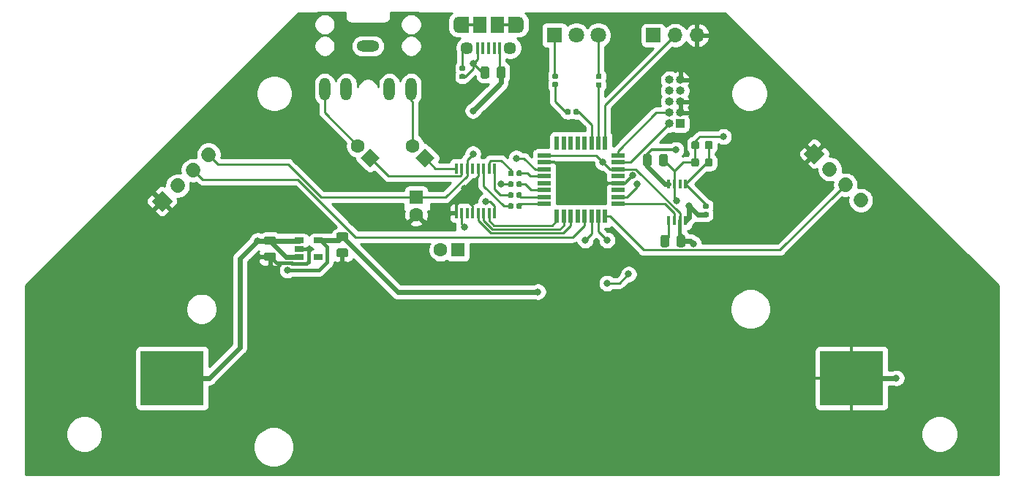
<source format=gbr>
G04 #@! TF.GenerationSoftware,KiCad,Pcbnew,(5.1.5)-3*
G04 #@! TF.CreationDate,2020-12-02T12:44:04-08:00*
G04 #@! TF.ProjectId,USonicTherminNoName,55536f6e-6963-4546-9865-726d696e4e6f,1.0*
G04 #@! TF.SameCoordinates,Original*
G04 #@! TF.FileFunction,Copper,L1,Top*
G04 #@! TF.FilePolarity,Positive*
%FSLAX46Y46*%
G04 Gerber Fmt 4.6, Leading zero omitted, Abs format (unit mm)*
G04 Created by KiCad (PCBNEW (5.1.5)-3) date 2020-12-02 12:44:04*
%MOMM*%
%LPD*%
G04 APERTURE LIST*
%ADD10C,1.000000*%
%ADD11C,1.700000*%
%ADD12C,0.100000*%
%ADD13R,0.400000X1.100000*%
%ADD14O,1.000000X1.000000*%
%ADD15R,1.000000X1.000000*%
%ADD16R,1.600000X1.600000*%
%ADD17C,1.600000*%
%ADD18R,1.800000X1.800000*%
%ADD19C,1.800000*%
%ADD20R,1.500000X1.900000*%
%ADD21C,1.450000*%
%ADD22R,0.400000X1.350000*%
%ADD23O,1.200000X1.900000*%
%ADD24R,1.200000X1.900000*%
%ADD25R,7.340000X6.350000*%
%ADD26O,1.308000X2.616000*%
%ADD27O,2.616000X1.308000*%
%ADD28R,1.700000X1.700000*%
%ADD29O,1.700000X1.700000*%
%ADD30R,0.400000X1.200000*%
%ADD31R,1.060000X0.650000*%
%ADD32R,0.550000X1.600000*%
%ADD33R,1.600000X0.550000*%
%ADD34C,0.800000*%
%ADD35C,0.610000*%
%ADD36C,0.250000*%
%ADD37C,0.370000*%
%ADD38C,0.430000*%
%ADD39C,0.254000*%
G04 APERTURE END LIST*
D10*
X88114000Y-123920000D03*
X112614000Y-102920000D03*
X193114000Y-123920000D03*
D11*
X105002154Y-104031846D02*
X105002154Y-104031846D01*
X103206102Y-105827898D02*
X103206102Y-105827898D01*
X101410051Y-107623949D02*
X101410051Y-107623949D01*
G04 #@! TA.AperFunction,ComponentPad*
D12*
G36*
X100816082Y-109420000D02*
G01*
X99614000Y-110622082D01*
X98411918Y-109420000D01*
X99614000Y-108217918D01*
X100816082Y-109420000D01*
G37*
G04 #@! TD.AperFunction*
G04 #@! TA.AperFunction,ComponentPad*
G36*
X175114000Y-105122082D02*
G01*
X173911918Y-103920000D01*
X175114000Y-102717918D01*
X176316082Y-103920000D01*
X175114000Y-105122082D01*
G37*
G04 #@! TD.AperFunction*
D11*
X176910051Y-105716051D02*
X176910051Y-105716051D01*
X178706102Y-107512102D02*
X178706102Y-107512102D01*
X180502154Y-109308154D02*
X180502154Y-109308154D01*
D13*
X158264001Y-107392999D03*
X158914001Y-107392999D03*
X159564001Y-107392999D03*
X160214001Y-107392999D03*
X160214001Y-111692999D03*
X159564001Y-111692999D03*
X158914001Y-111692999D03*
X158264001Y-111692999D03*
D14*
X158344000Y-95340000D03*
X159614000Y-95340000D03*
X158344000Y-96610000D03*
X159614000Y-96610000D03*
X158344000Y-97880000D03*
X159614000Y-97880000D03*
X158344000Y-99150000D03*
X159614000Y-99150000D03*
X158344000Y-100420000D03*
D15*
X159614000Y-100420000D03*
G04 #@! TA.AperFunction,SMDPad,CuDef*
D12*
G36*
X147712958Y-98740710D02*
G01*
X147727276Y-98742834D01*
X147741317Y-98746351D01*
X147754946Y-98751228D01*
X147768031Y-98757417D01*
X147780447Y-98764858D01*
X147792073Y-98773481D01*
X147802798Y-98783202D01*
X147812519Y-98793927D01*
X147821142Y-98805553D01*
X147828583Y-98817969D01*
X147834772Y-98831054D01*
X147839649Y-98844683D01*
X147843166Y-98858724D01*
X147845290Y-98873042D01*
X147846000Y-98887500D01*
X147846000Y-99232500D01*
X147845290Y-99246958D01*
X147843166Y-99261276D01*
X147839649Y-99275317D01*
X147834772Y-99288946D01*
X147828583Y-99302031D01*
X147821142Y-99314447D01*
X147812519Y-99326073D01*
X147802798Y-99336798D01*
X147792073Y-99346519D01*
X147780447Y-99355142D01*
X147768031Y-99362583D01*
X147754946Y-99368772D01*
X147741317Y-99373649D01*
X147727276Y-99377166D01*
X147712958Y-99379290D01*
X147698500Y-99380000D01*
X147403500Y-99380000D01*
X147389042Y-99379290D01*
X147374724Y-99377166D01*
X147360683Y-99373649D01*
X147347054Y-99368772D01*
X147333969Y-99362583D01*
X147321553Y-99355142D01*
X147309927Y-99346519D01*
X147299202Y-99336798D01*
X147289481Y-99326073D01*
X147280858Y-99314447D01*
X147273417Y-99302031D01*
X147267228Y-99288946D01*
X147262351Y-99275317D01*
X147258834Y-99261276D01*
X147256710Y-99246958D01*
X147256000Y-99232500D01*
X147256000Y-98887500D01*
X147256710Y-98873042D01*
X147258834Y-98858724D01*
X147262351Y-98844683D01*
X147267228Y-98831054D01*
X147273417Y-98817969D01*
X147280858Y-98805553D01*
X147289481Y-98793927D01*
X147299202Y-98783202D01*
X147309927Y-98773481D01*
X147321553Y-98764858D01*
X147333969Y-98757417D01*
X147347054Y-98751228D01*
X147360683Y-98746351D01*
X147374724Y-98742834D01*
X147389042Y-98740710D01*
X147403500Y-98740000D01*
X147698500Y-98740000D01*
X147712958Y-98740710D01*
G37*
G04 #@! TD.AperFunction*
G04 #@! TA.AperFunction,SMDPad,CuDef*
G36*
X146742958Y-98740710D02*
G01*
X146757276Y-98742834D01*
X146771317Y-98746351D01*
X146784946Y-98751228D01*
X146798031Y-98757417D01*
X146810447Y-98764858D01*
X146822073Y-98773481D01*
X146832798Y-98783202D01*
X146842519Y-98793927D01*
X146851142Y-98805553D01*
X146858583Y-98817969D01*
X146864772Y-98831054D01*
X146869649Y-98844683D01*
X146873166Y-98858724D01*
X146875290Y-98873042D01*
X146876000Y-98887500D01*
X146876000Y-99232500D01*
X146875290Y-99246958D01*
X146873166Y-99261276D01*
X146869649Y-99275317D01*
X146864772Y-99288946D01*
X146858583Y-99302031D01*
X146851142Y-99314447D01*
X146842519Y-99326073D01*
X146832798Y-99336798D01*
X146822073Y-99346519D01*
X146810447Y-99355142D01*
X146798031Y-99362583D01*
X146784946Y-99368772D01*
X146771317Y-99373649D01*
X146757276Y-99377166D01*
X146742958Y-99379290D01*
X146728500Y-99380000D01*
X146433500Y-99380000D01*
X146419042Y-99379290D01*
X146404724Y-99377166D01*
X146390683Y-99373649D01*
X146377054Y-99368772D01*
X146363969Y-99362583D01*
X146351553Y-99355142D01*
X146339927Y-99346519D01*
X146329202Y-99336798D01*
X146319481Y-99326073D01*
X146310858Y-99314447D01*
X146303417Y-99302031D01*
X146297228Y-99288946D01*
X146292351Y-99275317D01*
X146288834Y-99261276D01*
X146286710Y-99246958D01*
X146286000Y-99232500D01*
X146286000Y-98887500D01*
X146286710Y-98873042D01*
X146288834Y-98858724D01*
X146292351Y-98844683D01*
X146297228Y-98831054D01*
X146303417Y-98817969D01*
X146310858Y-98805553D01*
X146319481Y-98793927D01*
X146329202Y-98783202D01*
X146339927Y-98773481D01*
X146351553Y-98764858D01*
X146363969Y-98757417D01*
X146377054Y-98751228D01*
X146390683Y-98746351D01*
X146404724Y-98742834D01*
X146419042Y-98740710D01*
X146433500Y-98740000D01*
X146728500Y-98740000D01*
X146742958Y-98740710D01*
G37*
G04 #@! TD.AperFunction*
G04 #@! TA.AperFunction,SMDPad,CuDef*
G36*
X139127142Y-93789174D02*
G01*
X139150803Y-93792684D01*
X139174007Y-93798496D01*
X139196529Y-93806554D01*
X139218153Y-93816782D01*
X139238670Y-93829079D01*
X139257883Y-93843329D01*
X139275607Y-93859393D01*
X139291671Y-93877117D01*
X139305921Y-93896330D01*
X139318218Y-93916847D01*
X139328446Y-93938471D01*
X139336504Y-93960993D01*
X139342316Y-93984197D01*
X139345826Y-94007858D01*
X139347000Y-94031750D01*
X139347000Y-94944250D01*
X139345826Y-94968142D01*
X139342316Y-94991803D01*
X139336504Y-95015007D01*
X139328446Y-95037529D01*
X139318218Y-95059153D01*
X139305921Y-95079670D01*
X139291671Y-95098883D01*
X139275607Y-95116607D01*
X139257883Y-95132671D01*
X139238670Y-95146921D01*
X139218153Y-95159218D01*
X139196529Y-95169446D01*
X139174007Y-95177504D01*
X139150803Y-95183316D01*
X139127142Y-95186826D01*
X139103250Y-95188000D01*
X138615750Y-95188000D01*
X138591858Y-95186826D01*
X138568197Y-95183316D01*
X138544993Y-95177504D01*
X138522471Y-95169446D01*
X138500847Y-95159218D01*
X138480330Y-95146921D01*
X138461117Y-95132671D01*
X138443393Y-95116607D01*
X138427329Y-95098883D01*
X138413079Y-95079670D01*
X138400782Y-95059153D01*
X138390554Y-95037529D01*
X138382496Y-95015007D01*
X138376684Y-94991803D01*
X138373174Y-94968142D01*
X138372000Y-94944250D01*
X138372000Y-94031750D01*
X138373174Y-94007858D01*
X138376684Y-93984197D01*
X138382496Y-93960993D01*
X138390554Y-93938471D01*
X138400782Y-93916847D01*
X138413079Y-93896330D01*
X138427329Y-93877117D01*
X138443393Y-93859393D01*
X138461117Y-93843329D01*
X138480330Y-93829079D01*
X138500847Y-93816782D01*
X138522471Y-93806554D01*
X138544993Y-93798496D01*
X138568197Y-93792684D01*
X138591858Y-93789174D01*
X138615750Y-93788000D01*
X139103250Y-93788000D01*
X139127142Y-93789174D01*
G37*
G04 #@! TD.AperFunction*
G04 #@! TA.AperFunction,SMDPad,CuDef*
G36*
X137252142Y-93789174D02*
G01*
X137275803Y-93792684D01*
X137299007Y-93798496D01*
X137321529Y-93806554D01*
X137343153Y-93816782D01*
X137363670Y-93829079D01*
X137382883Y-93843329D01*
X137400607Y-93859393D01*
X137416671Y-93877117D01*
X137430921Y-93896330D01*
X137443218Y-93916847D01*
X137453446Y-93938471D01*
X137461504Y-93960993D01*
X137467316Y-93984197D01*
X137470826Y-94007858D01*
X137472000Y-94031750D01*
X137472000Y-94944250D01*
X137470826Y-94968142D01*
X137467316Y-94991803D01*
X137461504Y-95015007D01*
X137453446Y-95037529D01*
X137443218Y-95059153D01*
X137430921Y-95079670D01*
X137416671Y-95098883D01*
X137400607Y-95116607D01*
X137382883Y-95132671D01*
X137363670Y-95146921D01*
X137343153Y-95159218D01*
X137321529Y-95169446D01*
X137299007Y-95177504D01*
X137275803Y-95183316D01*
X137252142Y-95186826D01*
X137228250Y-95188000D01*
X136740750Y-95188000D01*
X136716858Y-95186826D01*
X136693197Y-95183316D01*
X136669993Y-95177504D01*
X136647471Y-95169446D01*
X136625847Y-95159218D01*
X136605330Y-95146921D01*
X136586117Y-95132671D01*
X136568393Y-95116607D01*
X136552329Y-95098883D01*
X136538079Y-95079670D01*
X136525782Y-95059153D01*
X136515554Y-95037529D01*
X136507496Y-95015007D01*
X136501684Y-94991803D01*
X136498174Y-94968142D01*
X136497000Y-94944250D01*
X136497000Y-94031750D01*
X136498174Y-94007858D01*
X136501684Y-93984197D01*
X136507496Y-93960993D01*
X136515554Y-93938471D01*
X136525782Y-93916847D01*
X136538079Y-93896330D01*
X136552329Y-93877117D01*
X136568393Y-93859393D01*
X136586117Y-93843329D01*
X136605330Y-93829079D01*
X136625847Y-93816782D01*
X136647471Y-93806554D01*
X136669993Y-93798496D01*
X136693197Y-93792684D01*
X136716858Y-93789174D01*
X136740750Y-93788000D01*
X137228250Y-93788000D01*
X137252142Y-93789174D01*
G37*
G04 #@! TD.AperFunction*
G04 #@! TA.AperFunction,SMDPad,CuDef*
G36*
X112594142Y-115371174D02*
G01*
X112617803Y-115374684D01*
X112641007Y-115380496D01*
X112663529Y-115388554D01*
X112685153Y-115398782D01*
X112705670Y-115411079D01*
X112724883Y-115425329D01*
X112742607Y-115441393D01*
X112758671Y-115459117D01*
X112772921Y-115478330D01*
X112785218Y-115498847D01*
X112795446Y-115520471D01*
X112803504Y-115542993D01*
X112809316Y-115566197D01*
X112812826Y-115589858D01*
X112814000Y-115613750D01*
X112814000Y-116101250D01*
X112812826Y-116125142D01*
X112809316Y-116148803D01*
X112803504Y-116172007D01*
X112795446Y-116194529D01*
X112785218Y-116216153D01*
X112772921Y-116236670D01*
X112758671Y-116255883D01*
X112742607Y-116273607D01*
X112724883Y-116289671D01*
X112705670Y-116303921D01*
X112685153Y-116316218D01*
X112663529Y-116326446D01*
X112641007Y-116334504D01*
X112617803Y-116340316D01*
X112594142Y-116343826D01*
X112570250Y-116345000D01*
X111657750Y-116345000D01*
X111633858Y-116343826D01*
X111610197Y-116340316D01*
X111586993Y-116334504D01*
X111564471Y-116326446D01*
X111542847Y-116316218D01*
X111522330Y-116303921D01*
X111503117Y-116289671D01*
X111485393Y-116273607D01*
X111469329Y-116255883D01*
X111455079Y-116236670D01*
X111442782Y-116216153D01*
X111432554Y-116194529D01*
X111424496Y-116172007D01*
X111418684Y-116148803D01*
X111415174Y-116125142D01*
X111414000Y-116101250D01*
X111414000Y-115613750D01*
X111415174Y-115589858D01*
X111418684Y-115566197D01*
X111424496Y-115542993D01*
X111432554Y-115520471D01*
X111442782Y-115498847D01*
X111455079Y-115478330D01*
X111469329Y-115459117D01*
X111485393Y-115441393D01*
X111503117Y-115425329D01*
X111522330Y-115411079D01*
X111542847Y-115398782D01*
X111564471Y-115388554D01*
X111586993Y-115380496D01*
X111610197Y-115374684D01*
X111633858Y-115371174D01*
X111657750Y-115370000D01*
X112570250Y-115370000D01*
X112594142Y-115371174D01*
G37*
G04 #@! TD.AperFunction*
G04 #@! TA.AperFunction,SMDPad,CuDef*
G36*
X112594142Y-113496174D02*
G01*
X112617803Y-113499684D01*
X112641007Y-113505496D01*
X112663529Y-113513554D01*
X112685153Y-113523782D01*
X112705670Y-113536079D01*
X112724883Y-113550329D01*
X112742607Y-113566393D01*
X112758671Y-113584117D01*
X112772921Y-113603330D01*
X112785218Y-113623847D01*
X112795446Y-113645471D01*
X112803504Y-113667993D01*
X112809316Y-113691197D01*
X112812826Y-113714858D01*
X112814000Y-113738750D01*
X112814000Y-114226250D01*
X112812826Y-114250142D01*
X112809316Y-114273803D01*
X112803504Y-114297007D01*
X112795446Y-114319529D01*
X112785218Y-114341153D01*
X112772921Y-114361670D01*
X112758671Y-114380883D01*
X112742607Y-114398607D01*
X112724883Y-114414671D01*
X112705670Y-114428921D01*
X112685153Y-114441218D01*
X112663529Y-114451446D01*
X112641007Y-114459504D01*
X112617803Y-114465316D01*
X112594142Y-114468826D01*
X112570250Y-114470000D01*
X111657750Y-114470000D01*
X111633858Y-114468826D01*
X111610197Y-114465316D01*
X111586993Y-114459504D01*
X111564471Y-114451446D01*
X111542847Y-114441218D01*
X111522330Y-114428921D01*
X111503117Y-114414671D01*
X111485393Y-114398607D01*
X111469329Y-114380883D01*
X111455079Y-114361670D01*
X111442782Y-114341153D01*
X111432554Y-114319529D01*
X111424496Y-114297007D01*
X111418684Y-114273803D01*
X111415174Y-114250142D01*
X111414000Y-114226250D01*
X111414000Y-113738750D01*
X111415174Y-113714858D01*
X111418684Y-113691197D01*
X111424496Y-113667993D01*
X111432554Y-113645471D01*
X111442782Y-113623847D01*
X111455079Y-113603330D01*
X111469329Y-113584117D01*
X111485393Y-113566393D01*
X111503117Y-113550329D01*
X111522330Y-113536079D01*
X111542847Y-113523782D01*
X111564471Y-113513554D01*
X111586993Y-113505496D01*
X111610197Y-113499684D01*
X111633858Y-113496174D01*
X111657750Y-113495000D01*
X112570250Y-113495000D01*
X112594142Y-113496174D01*
G37*
G04 #@! TD.AperFunction*
G04 #@! TA.AperFunction,SMDPad,CuDef*
G36*
X120960142Y-113035674D02*
G01*
X120983803Y-113039184D01*
X121007007Y-113044996D01*
X121029529Y-113053054D01*
X121051153Y-113063282D01*
X121071670Y-113075579D01*
X121090883Y-113089829D01*
X121108607Y-113105893D01*
X121124671Y-113123617D01*
X121138921Y-113142830D01*
X121151218Y-113163347D01*
X121161446Y-113184971D01*
X121169504Y-113207493D01*
X121175316Y-113230697D01*
X121178826Y-113254358D01*
X121180000Y-113278250D01*
X121180000Y-113765750D01*
X121178826Y-113789642D01*
X121175316Y-113813303D01*
X121169504Y-113836507D01*
X121161446Y-113859029D01*
X121151218Y-113880653D01*
X121138921Y-113901170D01*
X121124671Y-113920383D01*
X121108607Y-113938107D01*
X121090883Y-113954171D01*
X121071670Y-113968421D01*
X121051153Y-113980718D01*
X121029529Y-113990946D01*
X121007007Y-113999004D01*
X120983803Y-114004816D01*
X120960142Y-114008326D01*
X120936250Y-114009500D01*
X120023750Y-114009500D01*
X119999858Y-114008326D01*
X119976197Y-114004816D01*
X119952993Y-113999004D01*
X119930471Y-113990946D01*
X119908847Y-113980718D01*
X119888330Y-113968421D01*
X119869117Y-113954171D01*
X119851393Y-113938107D01*
X119835329Y-113920383D01*
X119821079Y-113901170D01*
X119808782Y-113880653D01*
X119798554Y-113859029D01*
X119790496Y-113836507D01*
X119784684Y-113813303D01*
X119781174Y-113789642D01*
X119780000Y-113765750D01*
X119780000Y-113278250D01*
X119781174Y-113254358D01*
X119784684Y-113230697D01*
X119790496Y-113207493D01*
X119798554Y-113184971D01*
X119808782Y-113163347D01*
X119821079Y-113142830D01*
X119835329Y-113123617D01*
X119851393Y-113105893D01*
X119869117Y-113089829D01*
X119888330Y-113075579D01*
X119908847Y-113063282D01*
X119930471Y-113053054D01*
X119952993Y-113044996D01*
X119976197Y-113039184D01*
X119999858Y-113035674D01*
X120023750Y-113034500D01*
X120936250Y-113034500D01*
X120960142Y-113035674D01*
G37*
G04 #@! TD.AperFunction*
G04 #@! TA.AperFunction,SMDPad,CuDef*
G36*
X120960142Y-114910674D02*
G01*
X120983803Y-114914184D01*
X121007007Y-114919996D01*
X121029529Y-114928054D01*
X121051153Y-114938282D01*
X121071670Y-114950579D01*
X121090883Y-114964829D01*
X121108607Y-114980893D01*
X121124671Y-114998617D01*
X121138921Y-115017830D01*
X121151218Y-115038347D01*
X121161446Y-115059971D01*
X121169504Y-115082493D01*
X121175316Y-115105697D01*
X121178826Y-115129358D01*
X121180000Y-115153250D01*
X121180000Y-115640750D01*
X121178826Y-115664642D01*
X121175316Y-115688303D01*
X121169504Y-115711507D01*
X121161446Y-115734029D01*
X121151218Y-115755653D01*
X121138921Y-115776170D01*
X121124671Y-115795383D01*
X121108607Y-115813107D01*
X121090883Y-115829171D01*
X121071670Y-115843421D01*
X121051153Y-115855718D01*
X121029529Y-115865946D01*
X121007007Y-115874004D01*
X120983803Y-115879816D01*
X120960142Y-115883326D01*
X120936250Y-115884500D01*
X120023750Y-115884500D01*
X119999858Y-115883326D01*
X119976197Y-115879816D01*
X119952993Y-115874004D01*
X119930471Y-115865946D01*
X119908847Y-115855718D01*
X119888330Y-115843421D01*
X119869117Y-115829171D01*
X119851393Y-115813107D01*
X119835329Y-115795383D01*
X119821079Y-115776170D01*
X119808782Y-115755653D01*
X119798554Y-115734029D01*
X119790496Y-115711507D01*
X119784684Y-115688303D01*
X119781174Y-115664642D01*
X119780000Y-115640750D01*
X119780000Y-115153250D01*
X119781174Y-115129358D01*
X119784684Y-115105697D01*
X119790496Y-115082493D01*
X119798554Y-115059971D01*
X119808782Y-115038347D01*
X119821079Y-115017830D01*
X119835329Y-114998617D01*
X119851393Y-114980893D01*
X119869117Y-114964829D01*
X119888330Y-114950579D01*
X119908847Y-114938282D01*
X119930471Y-114928054D01*
X119952993Y-114919996D01*
X119976197Y-114914184D01*
X119999858Y-114910674D01*
X120023750Y-114909500D01*
X120936250Y-114909500D01*
X120960142Y-114910674D01*
G37*
G04 #@! TD.AperFunction*
G04 #@! TA.AperFunction,SMDPad,CuDef*
G36*
X161566691Y-104446053D02*
G01*
X161587926Y-104449203D01*
X161608750Y-104454419D01*
X161628962Y-104461651D01*
X161648368Y-104470830D01*
X161666781Y-104481866D01*
X161684024Y-104494654D01*
X161699930Y-104509070D01*
X161714346Y-104524976D01*
X161727134Y-104542219D01*
X161738170Y-104560632D01*
X161747349Y-104580038D01*
X161754581Y-104600250D01*
X161759797Y-104621074D01*
X161762947Y-104642309D01*
X161764000Y-104663750D01*
X161764000Y-105176250D01*
X161762947Y-105197691D01*
X161759797Y-105218926D01*
X161754581Y-105239750D01*
X161747349Y-105259962D01*
X161738170Y-105279368D01*
X161727134Y-105297781D01*
X161714346Y-105315024D01*
X161699930Y-105330930D01*
X161684024Y-105345346D01*
X161666781Y-105358134D01*
X161648368Y-105369170D01*
X161628962Y-105378349D01*
X161608750Y-105385581D01*
X161587926Y-105390797D01*
X161566691Y-105393947D01*
X161545250Y-105395000D01*
X161107750Y-105395000D01*
X161086309Y-105393947D01*
X161065074Y-105390797D01*
X161044250Y-105385581D01*
X161024038Y-105378349D01*
X161004632Y-105369170D01*
X160986219Y-105358134D01*
X160968976Y-105345346D01*
X160953070Y-105330930D01*
X160938654Y-105315024D01*
X160925866Y-105297781D01*
X160914830Y-105279368D01*
X160905651Y-105259962D01*
X160898419Y-105239750D01*
X160893203Y-105218926D01*
X160890053Y-105197691D01*
X160889000Y-105176250D01*
X160889000Y-104663750D01*
X160890053Y-104642309D01*
X160893203Y-104621074D01*
X160898419Y-104600250D01*
X160905651Y-104580038D01*
X160914830Y-104560632D01*
X160925866Y-104542219D01*
X160938654Y-104524976D01*
X160953070Y-104509070D01*
X160968976Y-104494654D01*
X160986219Y-104481866D01*
X161004632Y-104470830D01*
X161024038Y-104461651D01*
X161044250Y-104454419D01*
X161065074Y-104449203D01*
X161086309Y-104446053D01*
X161107750Y-104445000D01*
X161545250Y-104445000D01*
X161566691Y-104446053D01*
G37*
G04 #@! TD.AperFunction*
G04 #@! TA.AperFunction,SMDPad,CuDef*
G36*
X163141691Y-104446053D02*
G01*
X163162926Y-104449203D01*
X163183750Y-104454419D01*
X163203962Y-104461651D01*
X163223368Y-104470830D01*
X163241781Y-104481866D01*
X163259024Y-104494654D01*
X163274930Y-104509070D01*
X163289346Y-104524976D01*
X163302134Y-104542219D01*
X163313170Y-104560632D01*
X163322349Y-104580038D01*
X163329581Y-104600250D01*
X163334797Y-104621074D01*
X163337947Y-104642309D01*
X163339000Y-104663750D01*
X163339000Y-105176250D01*
X163337947Y-105197691D01*
X163334797Y-105218926D01*
X163329581Y-105239750D01*
X163322349Y-105259962D01*
X163313170Y-105279368D01*
X163302134Y-105297781D01*
X163289346Y-105315024D01*
X163274930Y-105330930D01*
X163259024Y-105345346D01*
X163241781Y-105358134D01*
X163223368Y-105369170D01*
X163203962Y-105378349D01*
X163183750Y-105385581D01*
X163162926Y-105390797D01*
X163141691Y-105393947D01*
X163120250Y-105395000D01*
X162682750Y-105395000D01*
X162661309Y-105393947D01*
X162640074Y-105390797D01*
X162619250Y-105385581D01*
X162599038Y-105378349D01*
X162579632Y-105369170D01*
X162561219Y-105358134D01*
X162543976Y-105345346D01*
X162528070Y-105330930D01*
X162513654Y-105315024D01*
X162500866Y-105297781D01*
X162489830Y-105279368D01*
X162480651Y-105259962D01*
X162473419Y-105239750D01*
X162468203Y-105218926D01*
X162465053Y-105197691D01*
X162464000Y-105176250D01*
X162464000Y-104663750D01*
X162465053Y-104642309D01*
X162468203Y-104621074D01*
X162473419Y-104600250D01*
X162480651Y-104580038D01*
X162489830Y-104560632D01*
X162500866Y-104542219D01*
X162513654Y-104524976D01*
X162528070Y-104509070D01*
X162543976Y-104494654D01*
X162561219Y-104481866D01*
X162579632Y-104470830D01*
X162599038Y-104461651D01*
X162619250Y-104454419D01*
X162640074Y-104449203D01*
X162661309Y-104446053D01*
X162682750Y-104445000D01*
X163120250Y-104445000D01*
X163141691Y-104446053D01*
G37*
G04 #@! TD.AperFunction*
G04 #@! TA.AperFunction,SMDPad,CuDef*
G36*
X157923142Y-103949174D02*
G01*
X157946803Y-103952684D01*
X157970007Y-103958496D01*
X157992529Y-103966554D01*
X158014153Y-103976782D01*
X158034670Y-103989079D01*
X158053883Y-104003329D01*
X158071607Y-104019393D01*
X158087671Y-104037117D01*
X158101921Y-104056330D01*
X158114218Y-104076847D01*
X158124446Y-104098471D01*
X158132504Y-104120993D01*
X158138316Y-104144197D01*
X158141826Y-104167858D01*
X158143000Y-104191750D01*
X158143000Y-105104250D01*
X158141826Y-105128142D01*
X158138316Y-105151803D01*
X158132504Y-105175007D01*
X158124446Y-105197529D01*
X158114218Y-105219153D01*
X158101921Y-105239670D01*
X158087671Y-105258883D01*
X158071607Y-105276607D01*
X158053883Y-105292671D01*
X158034670Y-105306921D01*
X158014153Y-105319218D01*
X157992529Y-105329446D01*
X157970007Y-105337504D01*
X157946803Y-105343316D01*
X157923142Y-105346826D01*
X157899250Y-105348000D01*
X157411750Y-105348000D01*
X157387858Y-105346826D01*
X157364197Y-105343316D01*
X157340993Y-105337504D01*
X157318471Y-105329446D01*
X157296847Y-105319218D01*
X157276330Y-105306921D01*
X157257117Y-105292671D01*
X157239393Y-105276607D01*
X157223329Y-105258883D01*
X157209079Y-105239670D01*
X157196782Y-105219153D01*
X157186554Y-105197529D01*
X157178496Y-105175007D01*
X157172684Y-105151803D01*
X157169174Y-105128142D01*
X157168000Y-105104250D01*
X157168000Y-104191750D01*
X157169174Y-104167858D01*
X157172684Y-104144197D01*
X157178496Y-104120993D01*
X157186554Y-104098471D01*
X157196782Y-104076847D01*
X157209079Y-104056330D01*
X157223329Y-104037117D01*
X157239393Y-104019393D01*
X157257117Y-104003329D01*
X157276330Y-103989079D01*
X157296847Y-103976782D01*
X157318471Y-103966554D01*
X157340993Y-103958496D01*
X157364197Y-103952684D01*
X157387858Y-103949174D01*
X157411750Y-103948000D01*
X157899250Y-103948000D01*
X157923142Y-103949174D01*
G37*
G04 #@! TD.AperFunction*
G04 #@! TA.AperFunction,SMDPad,CuDef*
G36*
X156048142Y-103949174D02*
G01*
X156071803Y-103952684D01*
X156095007Y-103958496D01*
X156117529Y-103966554D01*
X156139153Y-103976782D01*
X156159670Y-103989079D01*
X156178883Y-104003329D01*
X156196607Y-104019393D01*
X156212671Y-104037117D01*
X156226921Y-104056330D01*
X156239218Y-104076847D01*
X156249446Y-104098471D01*
X156257504Y-104120993D01*
X156263316Y-104144197D01*
X156266826Y-104167858D01*
X156268000Y-104191750D01*
X156268000Y-105104250D01*
X156266826Y-105128142D01*
X156263316Y-105151803D01*
X156257504Y-105175007D01*
X156249446Y-105197529D01*
X156239218Y-105219153D01*
X156226921Y-105239670D01*
X156212671Y-105258883D01*
X156196607Y-105276607D01*
X156178883Y-105292671D01*
X156159670Y-105306921D01*
X156139153Y-105319218D01*
X156117529Y-105329446D01*
X156095007Y-105337504D01*
X156071803Y-105343316D01*
X156048142Y-105346826D01*
X156024250Y-105348000D01*
X155536750Y-105348000D01*
X155512858Y-105346826D01*
X155489197Y-105343316D01*
X155465993Y-105337504D01*
X155443471Y-105329446D01*
X155421847Y-105319218D01*
X155401330Y-105306921D01*
X155382117Y-105292671D01*
X155364393Y-105276607D01*
X155348329Y-105258883D01*
X155334079Y-105239670D01*
X155321782Y-105219153D01*
X155311554Y-105197529D01*
X155303496Y-105175007D01*
X155297684Y-105151803D01*
X155294174Y-105128142D01*
X155293000Y-105104250D01*
X155293000Y-104191750D01*
X155294174Y-104167858D01*
X155297684Y-104144197D01*
X155303496Y-104120993D01*
X155311554Y-104098471D01*
X155321782Y-104076847D01*
X155334079Y-104056330D01*
X155348329Y-104037117D01*
X155364393Y-104019393D01*
X155382117Y-104003329D01*
X155401330Y-103989079D01*
X155421847Y-103976782D01*
X155443471Y-103966554D01*
X155465993Y-103958496D01*
X155489197Y-103952684D01*
X155512858Y-103949174D01*
X155536750Y-103948000D01*
X156024250Y-103948000D01*
X156048142Y-103949174D01*
G37*
G04 #@! TD.AperFunction*
D16*
X129032000Y-108966000D03*
D17*
X129032000Y-110966000D03*
X122283786Y-102979786D03*
G04 #@! TA.AperFunction,ComponentPad*
D12*
G36*
X124829371Y-104394000D02*
G01*
X123698000Y-105525371D01*
X122566629Y-104394000D01*
X123698000Y-103262629D01*
X124829371Y-104394000D01*
G37*
G04 #@! TD.AperFunction*
D17*
X128633786Y-102979786D03*
G04 #@! TA.AperFunction,ComponentPad*
D12*
G36*
X131179371Y-104394000D02*
G01*
X130048000Y-105525371D01*
X128916629Y-104394000D01*
X130048000Y-103262629D01*
X131179371Y-104394000D01*
G37*
G04 #@! TD.AperFunction*
D16*
X133858000Y-115062000D03*
D17*
X131858000Y-115062000D03*
D18*
X145034000Y-90170000D03*
D19*
X147574000Y-90170000D03*
X150114000Y-90170000D03*
D20*
X136414000Y-88932500D03*
D21*
X139914000Y-91632500D03*
D22*
X138064000Y-91632500D03*
X138714000Y-91632500D03*
X136114000Y-91632500D03*
X136764000Y-91632500D03*
X137414000Y-91632500D03*
D21*
X134914000Y-91632500D03*
D20*
X138414000Y-88932500D03*
D23*
X140914000Y-88932500D03*
X133914000Y-88932500D03*
D24*
X134514000Y-88932500D03*
X140314000Y-88932500D03*
D25*
X100784000Y-129920000D03*
X179444000Y-129920000D03*
D26*
X128444000Y-96420000D03*
X125944000Y-96420000D03*
X120944000Y-96420000D03*
X118444000Y-96420000D03*
D27*
X123444000Y-91420000D03*
G04 #@! TA.AperFunction,SMDPad,CuDef*
D12*
G36*
X159955142Y-113347174D02*
G01*
X159978803Y-113350684D01*
X160002007Y-113356496D01*
X160024529Y-113364554D01*
X160046153Y-113374782D01*
X160066670Y-113387079D01*
X160085883Y-113401329D01*
X160103607Y-113417393D01*
X160119671Y-113435117D01*
X160133921Y-113454330D01*
X160146218Y-113474847D01*
X160156446Y-113496471D01*
X160164504Y-113518993D01*
X160170316Y-113542197D01*
X160173826Y-113565858D01*
X160175000Y-113589750D01*
X160175000Y-114502250D01*
X160173826Y-114526142D01*
X160170316Y-114549803D01*
X160164504Y-114573007D01*
X160156446Y-114595529D01*
X160146218Y-114617153D01*
X160133921Y-114637670D01*
X160119671Y-114656883D01*
X160103607Y-114674607D01*
X160085883Y-114690671D01*
X160066670Y-114704921D01*
X160046153Y-114717218D01*
X160024529Y-114727446D01*
X160002007Y-114735504D01*
X159978803Y-114741316D01*
X159955142Y-114744826D01*
X159931250Y-114746000D01*
X159443750Y-114746000D01*
X159419858Y-114744826D01*
X159396197Y-114741316D01*
X159372993Y-114735504D01*
X159350471Y-114727446D01*
X159328847Y-114717218D01*
X159308330Y-114704921D01*
X159289117Y-114690671D01*
X159271393Y-114674607D01*
X159255329Y-114656883D01*
X159241079Y-114637670D01*
X159228782Y-114617153D01*
X159218554Y-114595529D01*
X159210496Y-114573007D01*
X159204684Y-114549803D01*
X159201174Y-114526142D01*
X159200000Y-114502250D01*
X159200000Y-113589750D01*
X159201174Y-113565858D01*
X159204684Y-113542197D01*
X159210496Y-113518993D01*
X159218554Y-113496471D01*
X159228782Y-113474847D01*
X159241079Y-113454330D01*
X159255329Y-113435117D01*
X159271393Y-113417393D01*
X159289117Y-113401329D01*
X159308330Y-113387079D01*
X159328847Y-113374782D01*
X159350471Y-113364554D01*
X159372993Y-113356496D01*
X159396197Y-113350684D01*
X159419858Y-113347174D01*
X159443750Y-113346000D01*
X159931250Y-113346000D01*
X159955142Y-113347174D01*
G37*
G04 #@! TD.AperFunction*
G04 #@! TA.AperFunction,SMDPad,CuDef*
G36*
X158080142Y-113347174D02*
G01*
X158103803Y-113350684D01*
X158127007Y-113356496D01*
X158149529Y-113364554D01*
X158171153Y-113374782D01*
X158191670Y-113387079D01*
X158210883Y-113401329D01*
X158228607Y-113417393D01*
X158244671Y-113435117D01*
X158258921Y-113454330D01*
X158271218Y-113474847D01*
X158281446Y-113496471D01*
X158289504Y-113518993D01*
X158295316Y-113542197D01*
X158298826Y-113565858D01*
X158300000Y-113589750D01*
X158300000Y-114502250D01*
X158298826Y-114526142D01*
X158295316Y-114549803D01*
X158289504Y-114573007D01*
X158281446Y-114595529D01*
X158271218Y-114617153D01*
X158258921Y-114637670D01*
X158244671Y-114656883D01*
X158228607Y-114674607D01*
X158210883Y-114690671D01*
X158191670Y-114704921D01*
X158171153Y-114717218D01*
X158149529Y-114727446D01*
X158127007Y-114735504D01*
X158103803Y-114741316D01*
X158080142Y-114744826D01*
X158056250Y-114746000D01*
X157568750Y-114746000D01*
X157544858Y-114744826D01*
X157521197Y-114741316D01*
X157497993Y-114735504D01*
X157475471Y-114727446D01*
X157453847Y-114717218D01*
X157433330Y-114704921D01*
X157414117Y-114690671D01*
X157396393Y-114674607D01*
X157380329Y-114656883D01*
X157366079Y-114637670D01*
X157353782Y-114617153D01*
X157343554Y-114595529D01*
X157335496Y-114573007D01*
X157329684Y-114549803D01*
X157326174Y-114526142D01*
X157325000Y-114502250D01*
X157325000Y-113589750D01*
X157326174Y-113565858D01*
X157329684Y-113542197D01*
X157335496Y-113518993D01*
X157343554Y-113496471D01*
X157353782Y-113474847D01*
X157366079Y-113454330D01*
X157380329Y-113435117D01*
X157396393Y-113417393D01*
X157414117Y-113401329D01*
X157433330Y-113387079D01*
X157453847Y-113374782D01*
X157475471Y-113364554D01*
X157497993Y-113356496D01*
X157521197Y-113350684D01*
X157544858Y-113347174D01*
X157568750Y-113346000D01*
X158056250Y-113346000D01*
X158080142Y-113347174D01*
G37*
G04 #@! TD.AperFunction*
G04 #@! TA.AperFunction,SMDPad,CuDef*
G36*
X134552958Y-93708710D02*
G01*
X134567276Y-93710834D01*
X134581317Y-93714351D01*
X134594946Y-93719228D01*
X134608031Y-93725417D01*
X134620447Y-93732858D01*
X134632073Y-93741481D01*
X134642798Y-93751202D01*
X134652519Y-93761927D01*
X134661142Y-93773553D01*
X134668583Y-93785969D01*
X134674772Y-93799054D01*
X134679649Y-93812683D01*
X134683166Y-93826724D01*
X134685290Y-93841042D01*
X134686000Y-93855500D01*
X134686000Y-94150500D01*
X134685290Y-94164958D01*
X134683166Y-94179276D01*
X134679649Y-94193317D01*
X134674772Y-94206946D01*
X134668583Y-94220031D01*
X134661142Y-94232447D01*
X134652519Y-94244073D01*
X134642798Y-94254798D01*
X134632073Y-94264519D01*
X134620447Y-94273142D01*
X134608031Y-94280583D01*
X134594946Y-94286772D01*
X134581317Y-94291649D01*
X134567276Y-94295166D01*
X134552958Y-94297290D01*
X134538500Y-94298000D01*
X134193500Y-94298000D01*
X134179042Y-94297290D01*
X134164724Y-94295166D01*
X134150683Y-94291649D01*
X134137054Y-94286772D01*
X134123969Y-94280583D01*
X134111553Y-94273142D01*
X134099927Y-94264519D01*
X134089202Y-94254798D01*
X134079481Y-94244073D01*
X134070858Y-94232447D01*
X134063417Y-94220031D01*
X134057228Y-94206946D01*
X134052351Y-94193317D01*
X134048834Y-94179276D01*
X134046710Y-94164958D01*
X134046000Y-94150500D01*
X134046000Y-93855500D01*
X134046710Y-93841042D01*
X134048834Y-93826724D01*
X134052351Y-93812683D01*
X134057228Y-93799054D01*
X134063417Y-93785969D01*
X134070858Y-93773553D01*
X134079481Y-93761927D01*
X134089202Y-93751202D01*
X134099927Y-93741481D01*
X134111553Y-93732858D01*
X134123969Y-93725417D01*
X134137054Y-93719228D01*
X134150683Y-93714351D01*
X134164724Y-93710834D01*
X134179042Y-93708710D01*
X134193500Y-93708000D01*
X134538500Y-93708000D01*
X134552958Y-93708710D01*
G37*
G04 #@! TD.AperFunction*
G04 #@! TA.AperFunction,SMDPad,CuDef*
G36*
X134552958Y-94678710D02*
G01*
X134567276Y-94680834D01*
X134581317Y-94684351D01*
X134594946Y-94689228D01*
X134608031Y-94695417D01*
X134620447Y-94702858D01*
X134632073Y-94711481D01*
X134642798Y-94721202D01*
X134652519Y-94731927D01*
X134661142Y-94743553D01*
X134668583Y-94755969D01*
X134674772Y-94769054D01*
X134679649Y-94782683D01*
X134683166Y-94796724D01*
X134685290Y-94811042D01*
X134686000Y-94825500D01*
X134686000Y-95120500D01*
X134685290Y-95134958D01*
X134683166Y-95149276D01*
X134679649Y-95163317D01*
X134674772Y-95176946D01*
X134668583Y-95190031D01*
X134661142Y-95202447D01*
X134652519Y-95214073D01*
X134642798Y-95224798D01*
X134632073Y-95234519D01*
X134620447Y-95243142D01*
X134608031Y-95250583D01*
X134594946Y-95256772D01*
X134581317Y-95261649D01*
X134567276Y-95265166D01*
X134552958Y-95267290D01*
X134538500Y-95268000D01*
X134193500Y-95268000D01*
X134179042Y-95267290D01*
X134164724Y-95265166D01*
X134150683Y-95261649D01*
X134137054Y-95256772D01*
X134123969Y-95250583D01*
X134111553Y-95243142D01*
X134099927Y-95234519D01*
X134089202Y-95224798D01*
X134079481Y-95214073D01*
X134070858Y-95202447D01*
X134063417Y-95190031D01*
X134057228Y-95176946D01*
X134052351Y-95163317D01*
X134048834Y-95149276D01*
X134046710Y-95134958D01*
X134046000Y-95120500D01*
X134046000Y-94825500D01*
X134046710Y-94811042D01*
X134048834Y-94796724D01*
X134052351Y-94782683D01*
X134057228Y-94769054D01*
X134063417Y-94755969D01*
X134070858Y-94743553D01*
X134079481Y-94731927D01*
X134089202Y-94721202D01*
X134099927Y-94711481D01*
X134111553Y-94702858D01*
X134123969Y-94695417D01*
X134137054Y-94689228D01*
X134150683Y-94684351D01*
X134164724Y-94680834D01*
X134179042Y-94678710D01*
X134193500Y-94678000D01*
X134538500Y-94678000D01*
X134552958Y-94678710D01*
G37*
G04 #@! TD.AperFunction*
G04 #@! TA.AperFunction,SMDPad,CuDef*
G36*
X150359420Y-95625710D02*
G01*
X150373738Y-95627834D01*
X150387779Y-95631351D01*
X150401408Y-95636228D01*
X150414493Y-95642417D01*
X150426909Y-95649858D01*
X150438535Y-95658481D01*
X150449260Y-95668202D01*
X150458981Y-95678927D01*
X150467604Y-95690553D01*
X150475045Y-95702969D01*
X150481234Y-95716054D01*
X150486111Y-95729683D01*
X150489628Y-95743724D01*
X150491752Y-95758042D01*
X150492462Y-95772500D01*
X150492462Y-96067500D01*
X150491752Y-96081958D01*
X150489628Y-96096276D01*
X150486111Y-96110317D01*
X150481234Y-96123946D01*
X150475045Y-96137031D01*
X150467604Y-96149447D01*
X150458981Y-96161073D01*
X150449260Y-96171798D01*
X150438535Y-96181519D01*
X150426909Y-96190142D01*
X150414493Y-96197583D01*
X150401408Y-96203772D01*
X150387779Y-96208649D01*
X150373738Y-96212166D01*
X150359420Y-96214290D01*
X150344962Y-96215000D01*
X149999962Y-96215000D01*
X149985504Y-96214290D01*
X149971186Y-96212166D01*
X149957145Y-96208649D01*
X149943516Y-96203772D01*
X149930431Y-96197583D01*
X149918015Y-96190142D01*
X149906389Y-96181519D01*
X149895664Y-96171798D01*
X149885943Y-96161073D01*
X149877320Y-96149447D01*
X149869879Y-96137031D01*
X149863690Y-96123946D01*
X149858813Y-96110317D01*
X149855296Y-96096276D01*
X149853172Y-96081958D01*
X149852462Y-96067500D01*
X149852462Y-95772500D01*
X149853172Y-95758042D01*
X149855296Y-95743724D01*
X149858813Y-95729683D01*
X149863690Y-95716054D01*
X149869879Y-95702969D01*
X149877320Y-95690553D01*
X149885943Y-95678927D01*
X149895664Y-95668202D01*
X149906389Y-95658481D01*
X149918015Y-95649858D01*
X149930431Y-95642417D01*
X149943516Y-95636228D01*
X149957145Y-95631351D01*
X149971186Y-95627834D01*
X149985504Y-95625710D01*
X149999962Y-95625000D01*
X150344962Y-95625000D01*
X150359420Y-95625710D01*
G37*
G04 #@! TD.AperFunction*
G04 #@! TA.AperFunction,SMDPad,CuDef*
G36*
X150359420Y-94655710D02*
G01*
X150373738Y-94657834D01*
X150387779Y-94661351D01*
X150401408Y-94666228D01*
X150414493Y-94672417D01*
X150426909Y-94679858D01*
X150438535Y-94688481D01*
X150449260Y-94698202D01*
X150458981Y-94708927D01*
X150467604Y-94720553D01*
X150475045Y-94732969D01*
X150481234Y-94746054D01*
X150486111Y-94759683D01*
X150489628Y-94773724D01*
X150491752Y-94788042D01*
X150492462Y-94802500D01*
X150492462Y-95097500D01*
X150491752Y-95111958D01*
X150489628Y-95126276D01*
X150486111Y-95140317D01*
X150481234Y-95153946D01*
X150475045Y-95167031D01*
X150467604Y-95179447D01*
X150458981Y-95191073D01*
X150449260Y-95201798D01*
X150438535Y-95211519D01*
X150426909Y-95220142D01*
X150414493Y-95227583D01*
X150401408Y-95233772D01*
X150387779Y-95238649D01*
X150373738Y-95242166D01*
X150359420Y-95244290D01*
X150344962Y-95245000D01*
X149999962Y-95245000D01*
X149985504Y-95244290D01*
X149971186Y-95242166D01*
X149957145Y-95238649D01*
X149943516Y-95233772D01*
X149930431Y-95227583D01*
X149918015Y-95220142D01*
X149906389Y-95211519D01*
X149895664Y-95201798D01*
X149885943Y-95191073D01*
X149877320Y-95179447D01*
X149869879Y-95167031D01*
X149863690Y-95153946D01*
X149858813Y-95140317D01*
X149855296Y-95126276D01*
X149853172Y-95111958D01*
X149852462Y-95097500D01*
X149852462Y-94802500D01*
X149853172Y-94788042D01*
X149855296Y-94773724D01*
X149858813Y-94759683D01*
X149863690Y-94746054D01*
X149869879Y-94732969D01*
X149877320Y-94720553D01*
X149885943Y-94708927D01*
X149895664Y-94698202D01*
X149906389Y-94688481D01*
X149918015Y-94679858D01*
X149930431Y-94672417D01*
X149943516Y-94666228D01*
X149957145Y-94661351D01*
X149971186Y-94657834D01*
X149985504Y-94655710D01*
X149999962Y-94655000D01*
X150344962Y-94655000D01*
X150359420Y-94655710D01*
G37*
G04 #@! TD.AperFunction*
G04 #@! TA.AperFunction,SMDPad,CuDef*
G36*
X145300958Y-94625710D02*
G01*
X145315276Y-94627834D01*
X145329317Y-94631351D01*
X145342946Y-94636228D01*
X145356031Y-94642417D01*
X145368447Y-94649858D01*
X145380073Y-94658481D01*
X145390798Y-94668202D01*
X145400519Y-94678927D01*
X145409142Y-94690553D01*
X145416583Y-94702969D01*
X145422772Y-94716054D01*
X145427649Y-94729683D01*
X145431166Y-94743724D01*
X145433290Y-94758042D01*
X145434000Y-94772500D01*
X145434000Y-95067500D01*
X145433290Y-95081958D01*
X145431166Y-95096276D01*
X145427649Y-95110317D01*
X145422772Y-95123946D01*
X145416583Y-95137031D01*
X145409142Y-95149447D01*
X145400519Y-95161073D01*
X145390798Y-95171798D01*
X145380073Y-95181519D01*
X145368447Y-95190142D01*
X145356031Y-95197583D01*
X145342946Y-95203772D01*
X145329317Y-95208649D01*
X145315276Y-95212166D01*
X145300958Y-95214290D01*
X145286500Y-95215000D01*
X144941500Y-95215000D01*
X144927042Y-95214290D01*
X144912724Y-95212166D01*
X144898683Y-95208649D01*
X144885054Y-95203772D01*
X144871969Y-95197583D01*
X144859553Y-95190142D01*
X144847927Y-95181519D01*
X144837202Y-95171798D01*
X144827481Y-95161073D01*
X144818858Y-95149447D01*
X144811417Y-95137031D01*
X144805228Y-95123946D01*
X144800351Y-95110317D01*
X144796834Y-95096276D01*
X144794710Y-95081958D01*
X144794000Y-95067500D01*
X144794000Y-94772500D01*
X144794710Y-94758042D01*
X144796834Y-94743724D01*
X144800351Y-94729683D01*
X144805228Y-94716054D01*
X144811417Y-94702969D01*
X144818858Y-94690553D01*
X144827481Y-94678927D01*
X144837202Y-94668202D01*
X144847927Y-94658481D01*
X144859553Y-94649858D01*
X144871969Y-94642417D01*
X144885054Y-94636228D01*
X144898683Y-94631351D01*
X144912724Y-94627834D01*
X144927042Y-94625710D01*
X144941500Y-94625000D01*
X145286500Y-94625000D01*
X145300958Y-94625710D01*
G37*
G04 #@! TD.AperFunction*
G04 #@! TA.AperFunction,SMDPad,CuDef*
G36*
X145300958Y-95595710D02*
G01*
X145315276Y-95597834D01*
X145329317Y-95601351D01*
X145342946Y-95606228D01*
X145356031Y-95612417D01*
X145368447Y-95619858D01*
X145380073Y-95628481D01*
X145390798Y-95638202D01*
X145400519Y-95648927D01*
X145409142Y-95660553D01*
X145416583Y-95672969D01*
X145422772Y-95686054D01*
X145427649Y-95699683D01*
X145431166Y-95713724D01*
X145433290Y-95728042D01*
X145434000Y-95742500D01*
X145434000Y-96037500D01*
X145433290Y-96051958D01*
X145431166Y-96066276D01*
X145427649Y-96080317D01*
X145422772Y-96093946D01*
X145416583Y-96107031D01*
X145409142Y-96119447D01*
X145400519Y-96131073D01*
X145390798Y-96141798D01*
X145380073Y-96151519D01*
X145368447Y-96160142D01*
X145356031Y-96167583D01*
X145342946Y-96173772D01*
X145329317Y-96178649D01*
X145315276Y-96182166D01*
X145300958Y-96184290D01*
X145286500Y-96185000D01*
X144941500Y-96185000D01*
X144927042Y-96184290D01*
X144912724Y-96182166D01*
X144898683Y-96178649D01*
X144885054Y-96173772D01*
X144871969Y-96167583D01*
X144859553Y-96160142D01*
X144847927Y-96151519D01*
X144837202Y-96141798D01*
X144827481Y-96131073D01*
X144818858Y-96119447D01*
X144811417Y-96107031D01*
X144805228Y-96093946D01*
X144800351Y-96080317D01*
X144796834Y-96066276D01*
X144794710Y-96051958D01*
X144794000Y-96037500D01*
X144794000Y-95742500D01*
X144794710Y-95728042D01*
X144796834Y-95713724D01*
X144800351Y-95699683D01*
X144805228Y-95686054D01*
X144811417Y-95672969D01*
X144818858Y-95660553D01*
X144827481Y-95648927D01*
X144837202Y-95638202D01*
X144847927Y-95628481D01*
X144859553Y-95619858D01*
X144871969Y-95612417D01*
X144885054Y-95606228D01*
X144898683Y-95601351D01*
X144912724Y-95597834D01*
X144927042Y-95595710D01*
X144941500Y-95595000D01*
X145286500Y-95595000D01*
X145300958Y-95595710D01*
G37*
G04 #@! TD.AperFunction*
G04 #@! TA.AperFunction,SMDPad,CuDef*
G36*
X162746958Y-109710710D02*
G01*
X162761276Y-109712834D01*
X162775317Y-109716351D01*
X162788946Y-109721228D01*
X162802031Y-109727417D01*
X162814447Y-109734858D01*
X162826073Y-109743481D01*
X162836798Y-109753202D01*
X162846519Y-109763927D01*
X162855142Y-109775553D01*
X162862583Y-109787969D01*
X162868772Y-109801054D01*
X162873649Y-109814683D01*
X162877166Y-109828724D01*
X162879290Y-109843042D01*
X162880000Y-109857500D01*
X162880000Y-110152500D01*
X162879290Y-110166958D01*
X162877166Y-110181276D01*
X162873649Y-110195317D01*
X162868772Y-110208946D01*
X162862583Y-110222031D01*
X162855142Y-110234447D01*
X162846519Y-110246073D01*
X162836798Y-110256798D01*
X162826073Y-110266519D01*
X162814447Y-110275142D01*
X162802031Y-110282583D01*
X162788946Y-110288772D01*
X162775317Y-110293649D01*
X162761276Y-110297166D01*
X162746958Y-110299290D01*
X162732500Y-110300000D01*
X162387500Y-110300000D01*
X162373042Y-110299290D01*
X162358724Y-110297166D01*
X162344683Y-110293649D01*
X162331054Y-110288772D01*
X162317969Y-110282583D01*
X162305553Y-110275142D01*
X162293927Y-110266519D01*
X162283202Y-110256798D01*
X162273481Y-110246073D01*
X162264858Y-110234447D01*
X162257417Y-110222031D01*
X162251228Y-110208946D01*
X162246351Y-110195317D01*
X162242834Y-110181276D01*
X162240710Y-110166958D01*
X162240000Y-110152500D01*
X162240000Y-109857500D01*
X162240710Y-109843042D01*
X162242834Y-109828724D01*
X162246351Y-109814683D01*
X162251228Y-109801054D01*
X162257417Y-109787969D01*
X162264858Y-109775553D01*
X162273481Y-109763927D01*
X162283202Y-109753202D01*
X162293927Y-109743481D01*
X162305553Y-109734858D01*
X162317969Y-109727417D01*
X162331054Y-109721228D01*
X162344683Y-109716351D01*
X162358724Y-109712834D01*
X162373042Y-109710710D01*
X162387500Y-109710000D01*
X162732500Y-109710000D01*
X162746958Y-109710710D01*
G37*
G04 #@! TD.AperFunction*
G04 #@! TA.AperFunction,SMDPad,CuDef*
G36*
X162746958Y-110680710D02*
G01*
X162761276Y-110682834D01*
X162775317Y-110686351D01*
X162788946Y-110691228D01*
X162802031Y-110697417D01*
X162814447Y-110704858D01*
X162826073Y-110713481D01*
X162836798Y-110723202D01*
X162846519Y-110733927D01*
X162855142Y-110745553D01*
X162862583Y-110757969D01*
X162868772Y-110771054D01*
X162873649Y-110784683D01*
X162877166Y-110798724D01*
X162879290Y-110813042D01*
X162880000Y-110827500D01*
X162880000Y-111122500D01*
X162879290Y-111136958D01*
X162877166Y-111151276D01*
X162873649Y-111165317D01*
X162868772Y-111178946D01*
X162862583Y-111192031D01*
X162855142Y-111204447D01*
X162846519Y-111216073D01*
X162836798Y-111226798D01*
X162826073Y-111236519D01*
X162814447Y-111245142D01*
X162802031Y-111252583D01*
X162788946Y-111258772D01*
X162775317Y-111263649D01*
X162761276Y-111267166D01*
X162746958Y-111269290D01*
X162732500Y-111270000D01*
X162387500Y-111270000D01*
X162373042Y-111269290D01*
X162358724Y-111267166D01*
X162344683Y-111263649D01*
X162331054Y-111258772D01*
X162317969Y-111252583D01*
X162305553Y-111245142D01*
X162293927Y-111236519D01*
X162283202Y-111226798D01*
X162273481Y-111216073D01*
X162264858Y-111204447D01*
X162257417Y-111192031D01*
X162251228Y-111178946D01*
X162246351Y-111165317D01*
X162242834Y-111151276D01*
X162240710Y-111136958D01*
X162240000Y-111122500D01*
X162240000Y-110827500D01*
X162240710Y-110813042D01*
X162242834Y-110798724D01*
X162246351Y-110784683D01*
X162251228Y-110771054D01*
X162257417Y-110757969D01*
X162264858Y-110745553D01*
X162273481Y-110733927D01*
X162283202Y-110723202D01*
X162293927Y-110713481D01*
X162305553Y-110704858D01*
X162317969Y-110697417D01*
X162331054Y-110691228D01*
X162344683Y-110686351D01*
X162358724Y-110682834D01*
X162373042Y-110680710D01*
X162387500Y-110680000D01*
X162732500Y-110680000D01*
X162746958Y-110680710D01*
G37*
G04 #@! TD.AperFunction*
G04 #@! TA.AperFunction,SMDPad,CuDef*
G36*
X161566691Y-102446053D02*
G01*
X161587926Y-102449203D01*
X161608750Y-102454419D01*
X161628962Y-102461651D01*
X161648368Y-102470830D01*
X161666781Y-102481866D01*
X161684024Y-102494654D01*
X161699930Y-102509070D01*
X161714346Y-102524976D01*
X161727134Y-102542219D01*
X161738170Y-102560632D01*
X161747349Y-102580038D01*
X161754581Y-102600250D01*
X161759797Y-102621074D01*
X161762947Y-102642309D01*
X161764000Y-102663750D01*
X161764000Y-103176250D01*
X161762947Y-103197691D01*
X161759797Y-103218926D01*
X161754581Y-103239750D01*
X161747349Y-103259962D01*
X161738170Y-103279368D01*
X161727134Y-103297781D01*
X161714346Y-103315024D01*
X161699930Y-103330930D01*
X161684024Y-103345346D01*
X161666781Y-103358134D01*
X161648368Y-103369170D01*
X161628962Y-103378349D01*
X161608750Y-103385581D01*
X161587926Y-103390797D01*
X161566691Y-103393947D01*
X161545250Y-103395000D01*
X161107750Y-103395000D01*
X161086309Y-103393947D01*
X161065074Y-103390797D01*
X161044250Y-103385581D01*
X161024038Y-103378349D01*
X161004632Y-103369170D01*
X160986219Y-103358134D01*
X160968976Y-103345346D01*
X160953070Y-103330930D01*
X160938654Y-103315024D01*
X160925866Y-103297781D01*
X160914830Y-103279368D01*
X160905651Y-103259962D01*
X160898419Y-103239750D01*
X160893203Y-103218926D01*
X160890053Y-103197691D01*
X160889000Y-103176250D01*
X160889000Y-102663750D01*
X160890053Y-102642309D01*
X160893203Y-102621074D01*
X160898419Y-102600250D01*
X160905651Y-102580038D01*
X160914830Y-102560632D01*
X160925866Y-102542219D01*
X160938654Y-102524976D01*
X160953070Y-102509070D01*
X160968976Y-102494654D01*
X160986219Y-102481866D01*
X161004632Y-102470830D01*
X161024038Y-102461651D01*
X161044250Y-102454419D01*
X161065074Y-102449203D01*
X161086309Y-102446053D01*
X161107750Y-102445000D01*
X161545250Y-102445000D01*
X161566691Y-102446053D01*
G37*
G04 #@! TD.AperFunction*
G04 #@! TA.AperFunction,SMDPad,CuDef*
G36*
X163141691Y-102446053D02*
G01*
X163162926Y-102449203D01*
X163183750Y-102454419D01*
X163203962Y-102461651D01*
X163223368Y-102470830D01*
X163241781Y-102481866D01*
X163259024Y-102494654D01*
X163274930Y-102509070D01*
X163289346Y-102524976D01*
X163302134Y-102542219D01*
X163313170Y-102560632D01*
X163322349Y-102580038D01*
X163329581Y-102600250D01*
X163334797Y-102621074D01*
X163337947Y-102642309D01*
X163339000Y-102663750D01*
X163339000Y-103176250D01*
X163337947Y-103197691D01*
X163334797Y-103218926D01*
X163329581Y-103239750D01*
X163322349Y-103259962D01*
X163313170Y-103279368D01*
X163302134Y-103297781D01*
X163289346Y-103315024D01*
X163274930Y-103330930D01*
X163259024Y-103345346D01*
X163241781Y-103358134D01*
X163223368Y-103369170D01*
X163203962Y-103378349D01*
X163183750Y-103385581D01*
X163162926Y-103390797D01*
X163141691Y-103393947D01*
X163120250Y-103395000D01*
X162682750Y-103395000D01*
X162661309Y-103393947D01*
X162640074Y-103390797D01*
X162619250Y-103385581D01*
X162599038Y-103378349D01*
X162579632Y-103369170D01*
X162561219Y-103358134D01*
X162543976Y-103345346D01*
X162528070Y-103330930D01*
X162513654Y-103315024D01*
X162500866Y-103297781D01*
X162489830Y-103279368D01*
X162480651Y-103259962D01*
X162473419Y-103239750D01*
X162468203Y-103218926D01*
X162465053Y-103197691D01*
X162464000Y-103176250D01*
X162464000Y-102663750D01*
X162465053Y-102642309D01*
X162468203Y-102621074D01*
X162473419Y-102600250D01*
X162480651Y-102580038D01*
X162489830Y-102560632D01*
X162500866Y-102542219D01*
X162513654Y-102524976D01*
X162528070Y-102509070D01*
X162543976Y-102494654D01*
X162561219Y-102481866D01*
X162579632Y-102470830D01*
X162599038Y-102461651D01*
X162619250Y-102454419D01*
X162640074Y-102449203D01*
X162661309Y-102446053D01*
X162682750Y-102445000D01*
X163120250Y-102445000D01*
X163141691Y-102446053D01*
G37*
G04 #@! TD.AperFunction*
G04 #@! TA.AperFunction,SMDPad,CuDef*
G36*
X141108958Y-107122710D02*
G01*
X141123276Y-107124834D01*
X141137317Y-107128351D01*
X141150946Y-107133228D01*
X141164031Y-107139417D01*
X141176447Y-107146858D01*
X141188073Y-107155481D01*
X141198798Y-107165202D01*
X141208519Y-107175927D01*
X141217142Y-107187553D01*
X141224583Y-107199969D01*
X141230772Y-107213054D01*
X141235649Y-107226683D01*
X141239166Y-107240724D01*
X141241290Y-107255042D01*
X141242000Y-107269500D01*
X141242000Y-107614500D01*
X141241290Y-107628958D01*
X141239166Y-107643276D01*
X141235649Y-107657317D01*
X141230772Y-107670946D01*
X141224583Y-107684031D01*
X141217142Y-107696447D01*
X141208519Y-107708073D01*
X141198798Y-107718798D01*
X141188073Y-107728519D01*
X141176447Y-107737142D01*
X141164031Y-107744583D01*
X141150946Y-107750772D01*
X141137317Y-107755649D01*
X141123276Y-107759166D01*
X141108958Y-107761290D01*
X141094500Y-107762000D01*
X140799500Y-107762000D01*
X140785042Y-107761290D01*
X140770724Y-107759166D01*
X140756683Y-107755649D01*
X140743054Y-107750772D01*
X140729969Y-107744583D01*
X140717553Y-107737142D01*
X140705927Y-107728519D01*
X140695202Y-107718798D01*
X140685481Y-107708073D01*
X140676858Y-107696447D01*
X140669417Y-107684031D01*
X140663228Y-107670946D01*
X140658351Y-107657317D01*
X140654834Y-107643276D01*
X140652710Y-107628958D01*
X140652000Y-107614500D01*
X140652000Y-107269500D01*
X140652710Y-107255042D01*
X140654834Y-107240724D01*
X140658351Y-107226683D01*
X140663228Y-107213054D01*
X140669417Y-107199969D01*
X140676858Y-107187553D01*
X140685481Y-107175927D01*
X140695202Y-107165202D01*
X140705927Y-107155481D01*
X140717553Y-107146858D01*
X140729969Y-107139417D01*
X140743054Y-107133228D01*
X140756683Y-107128351D01*
X140770724Y-107124834D01*
X140785042Y-107122710D01*
X140799500Y-107122000D01*
X141094500Y-107122000D01*
X141108958Y-107122710D01*
G37*
G04 #@! TD.AperFunction*
G04 #@! TA.AperFunction,SMDPad,CuDef*
G36*
X140138958Y-107122710D02*
G01*
X140153276Y-107124834D01*
X140167317Y-107128351D01*
X140180946Y-107133228D01*
X140194031Y-107139417D01*
X140206447Y-107146858D01*
X140218073Y-107155481D01*
X140228798Y-107165202D01*
X140238519Y-107175927D01*
X140247142Y-107187553D01*
X140254583Y-107199969D01*
X140260772Y-107213054D01*
X140265649Y-107226683D01*
X140269166Y-107240724D01*
X140271290Y-107255042D01*
X140272000Y-107269500D01*
X140272000Y-107614500D01*
X140271290Y-107628958D01*
X140269166Y-107643276D01*
X140265649Y-107657317D01*
X140260772Y-107670946D01*
X140254583Y-107684031D01*
X140247142Y-107696447D01*
X140238519Y-107708073D01*
X140228798Y-107718798D01*
X140218073Y-107728519D01*
X140206447Y-107737142D01*
X140194031Y-107744583D01*
X140180946Y-107750772D01*
X140167317Y-107755649D01*
X140153276Y-107759166D01*
X140138958Y-107761290D01*
X140124500Y-107762000D01*
X139829500Y-107762000D01*
X139815042Y-107761290D01*
X139800724Y-107759166D01*
X139786683Y-107755649D01*
X139773054Y-107750772D01*
X139759969Y-107744583D01*
X139747553Y-107737142D01*
X139735927Y-107728519D01*
X139725202Y-107718798D01*
X139715481Y-107708073D01*
X139706858Y-107696447D01*
X139699417Y-107684031D01*
X139693228Y-107670946D01*
X139688351Y-107657317D01*
X139684834Y-107643276D01*
X139682710Y-107628958D01*
X139682000Y-107614500D01*
X139682000Y-107269500D01*
X139682710Y-107255042D01*
X139684834Y-107240724D01*
X139688351Y-107226683D01*
X139693228Y-107213054D01*
X139699417Y-107199969D01*
X139706858Y-107187553D01*
X139715481Y-107175927D01*
X139725202Y-107165202D01*
X139735927Y-107155481D01*
X139747553Y-107146858D01*
X139759969Y-107139417D01*
X139773054Y-107133228D01*
X139786683Y-107128351D01*
X139800724Y-107124834D01*
X139815042Y-107122710D01*
X139829500Y-107122000D01*
X140124500Y-107122000D01*
X140138958Y-107122710D01*
G37*
G04 #@! TD.AperFunction*
G04 #@! TA.AperFunction,SMDPad,CuDef*
G36*
X141108958Y-108392710D02*
G01*
X141123276Y-108394834D01*
X141137317Y-108398351D01*
X141150946Y-108403228D01*
X141164031Y-108409417D01*
X141176447Y-108416858D01*
X141188073Y-108425481D01*
X141198798Y-108435202D01*
X141208519Y-108445927D01*
X141217142Y-108457553D01*
X141224583Y-108469969D01*
X141230772Y-108483054D01*
X141235649Y-108496683D01*
X141239166Y-108510724D01*
X141241290Y-108525042D01*
X141242000Y-108539500D01*
X141242000Y-108884500D01*
X141241290Y-108898958D01*
X141239166Y-108913276D01*
X141235649Y-108927317D01*
X141230772Y-108940946D01*
X141224583Y-108954031D01*
X141217142Y-108966447D01*
X141208519Y-108978073D01*
X141198798Y-108988798D01*
X141188073Y-108998519D01*
X141176447Y-109007142D01*
X141164031Y-109014583D01*
X141150946Y-109020772D01*
X141137317Y-109025649D01*
X141123276Y-109029166D01*
X141108958Y-109031290D01*
X141094500Y-109032000D01*
X140799500Y-109032000D01*
X140785042Y-109031290D01*
X140770724Y-109029166D01*
X140756683Y-109025649D01*
X140743054Y-109020772D01*
X140729969Y-109014583D01*
X140717553Y-109007142D01*
X140705927Y-108998519D01*
X140695202Y-108988798D01*
X140685481Y-108978073D01*
X140676858Y-108966447D01*
X140669417Y-108954031D01*
X140663228Y-108940946D01*
X140658351Y-108927317D01*
X140654834Y-108913276D01*
X140652710Y-108898958D01*
X140652000Y-108884500D01*
X140652000Y-108539500D01*
X140652710Y-108525042D01*
X140654834Y-108510724D01*
X140658351Y-108496683D01*
X140663228Y-108483054D01*
X140669417Y-108469969D01*
X140676858Y-108457553D01*
X140685481Y-108445927D01*
X140695202Y-108435202D01*
X140705927Y-108425481D01*
X140717553Y-108416858D01*
X140729969Y-108409417D01*
X140743054Y-108403228D01*
X140756683Y-108398351D01*
X140770724Y-108394834D01*
X140785042Y-108392710D01*
X140799500Y-108392000D01*
X141094500Y-108392000D01*
X141108958Y-108392710D01*
G37*
G04 #@! TD.AperFunction*
G04 #@! TA.AperFunction,SMDPad,CuDef*
G36*
X140138958Y-108392710D02*
G01*
X140153276Y-108394834D01*
X140167317Y-108398351D01*
X140180946Y-108403228D01*
X140194031Y-108409417D01*
X140206447Y-108416858D01*
X140218073Y-108425481D01*
X140228798Y-108435202D01*
X140238519Y-108445927D01*
X140247142Y-108457553D01*
X140254583Y-108469969D01*
X140260772Y-108483054D01*
X140265649Y-108496683D01*
X140269166Y-108510724D01*
X140271290Y-108525042D01*
X140272000Y-108539500D01*
X140272000Y-108884500D01*
X140271290Y-108898958D01*
X140269166Y-108913276D01*
X140265649Y-108927317D01*
X140260772Y-108940946D01*
X140254583Y-108954031D01*
X140247142Y-108966447D01*
X140238519Y-108978073D01*
X140228798Y-108988798D01*
X140218073Y-108998519D01*
X140206447Y-109007142D01*
X140194031Y-109014583D01*
X140180946Y-109020772D01*
X140167317Y-109025649D01*
X140153276Y-109029166D01*
X140138958Y-109031290D01*
X140124500Y-109032000D01*
X139829500Y-109032000D01*
X139815042Y-109031290D01*
X139800724Y-109029166D01*
X139786683Y-109025649D01*
X139773054Y-109020772D01*
X139759969Y-109014583D01*
X139747553Y-109007142D01*
X139735927Y-108998519D01*
X139725202Y-108988798D01*
X139715481Y-108978073D01*
X139706858Y-108966447D01*
X139699417Y-108954031D01*
X139693228Y-108940946D01*
X139688351Y-108927317D01*
X139684834Y-108913276D01*
X139682710Y-108898958D01*
X139682000Y-108884500D01*
X139682000Y-108539500D01*
X139682710Y-108525042D01*
X139684834Y-108510724D01*
X139688351Y-108496683D01*
X139693228Y-108483054D01*
X139699417Y-108469969D01*
X139706858Y-108457553D01*
X139715481Y-108445927D01*
X139725202Y-108435202D01*
X139735927Y-108425481D01*
X139747553Y-108416858D01*
X139759969Y-108409417D01*
X139773054Y-108403228D01*
X139786683Y-108398351D01*
X139800724Y-108394834D01*
X139815042Y-108392710D01*
X139829500Y-108392000D01*
X140124500Y-108392000D01*
X140138958Y-108392710D01*
G37*
G04 #@! TD.AperFunction*
G04 #@! TA.AperFunction,SMDPad,CuDef*
G36*
X140161958Y-105852710D02*
G01*
X140176276Y-105854834D01*
X140190317Y-105858351D01*
X140203946Y-105863228D01*
X140217031Y-105869417D01*
X140229447Y-105876858D01*
X140241073Y-105885481D01*
X140251798Y-105895202D01*
X140261519Y-105905927D01*
X140270142Y-105917553D01*
X140277583Y-105929969D01*
X140283772Y-105943054D01*
X140288649Y-105956683D01*
X140292166Y-105970724D01*
X140294290Y-105985042D01*
X140295000Y-105999500D01*
X140295000Y-106344500D01*
X140294290Y-106358958D01*
X140292166Y-106373276D01*
X140288649Y-106387317D01*
X140283772Y-106400946D01*
X140277583Y-106414031D01*
X140270142Y-106426447D01*
X140261519Y-106438073D01*
X140251798Y-106448798D01*
X140241073Y-106458519D01*
X140229447Y-106467142D01*
X140217031Y-106474583D01*
X140203946Y-106480772D01*
X140190317Y-106485649D01*
X140176276Y-106489166D01*
X140161958Y-106491290D01*
X140147500Y-106492000D01*
X139852500Y-106492000D01*
X139838042Y-106491290D01*
X139823724Y-106489166D01*
X139809683Y-106485649D01*
X139796054Y-106480772D01*
X139782969Y-106474583D01*
X139770553Y-106467142D01*
X139758927Y-106458519D01*
X139748202Y-106448798D01*
X139738481Y-106438073D01*
X139729858Y-106426447D01*
X139722417Y-106414031D01*
X139716228Y-106400946D01*
X139711351Y-106387317D01*
X139707834Y-106373276D01*
X139705710Y-106358958D01*
X139705000Y-106344500D01*
X139705000Y-105999500D01*
X139705710Y-105985042D01*
X139707834Y-105970724D01*
X139711351Y-105956683D01*
X139716228Y-105943054D01*
X139722417Y-105929969D01*
X139729858Y-105917553D01*
X139738481Y-105905927D01*
X139748202Y-105895202D01*
X139758927Y-105885481D01*
X139770553Y-105876858D01*
X139782969Y-105869417D01*
X139796054Y-105863228D01*
X139809683Y-105858351D01*
X139823724Y-105854834D01*
X139838042Y-105852710D01*
X139852500Y-105852000D01*
X140147500Y-105852000D01*
X140161958Y-105852710D01*
G37*
G04 #@! TD.AperFunction*
G04 #@! TA.AperFunction,SMDPad,CuDef*
G36*
X141131958Y-105852710D02*
G01*
X141146276Y-105854834D01*
X141160317Y-105858351D01*
X141173946Y-105863228D01*
X141187031Y-105869417D01*
X141199447Y-105876858D01*
X141211073Y-105885481D01*
X141221798Y-105895202D01*
X141231519Y-105905927D01*
X141240142Y-105917553D01*
X141247583Y-105929969D01*
X141253772Y-105943054D01*
X141258649Y-105956683D01*
X141262166Y-105970724D01*
X141264290Y-105985042D01*
X141265000Y-105999500D01*
X141265000Y-106344500D01*
X141264290Y-106358958D01*
X141262166Y-106373276D01*
X141258649Y-106387317D01*
X141253772Y-106400946D01*
X141247583Y-106414031D01*
X141240142Y-106426447D01*
X141231519Y-106438073D01*
X141221798Y-106448798D01*
X141211073Y-106458519D01*
X141199447Y-106467142D01*
X141187031Y-106474583D01*
X141173946Y-106480772D01*
X141160317Y-106485649D01*
X141146276Y-106489166D01*
X141131958Y-106491290D01*
X141117500Y-106492000D01*
X140822500Y-106492000D01*
X140808042Y-106491290D01*
X140793724Y-106489166D01*
X140779683Y-106485649D01*
X140766054Y-106480772D01*
X140752969Y-106474583D01*
X140740553Y-106467142D01*
X140728927Y-106458519D01*
X140718202Y-106448798D01*
X140708481Y-106438073D01*
X140699858Y-106426447D01*
X140692417Y-106414031D01*
X140686228Y-106400946D01*
X140681351Y-106387317D01*
X140677834Y-106373276D01*
X140675710Y-106358958D01*
X140675000Y-106344500D01*
X140675000Y-105999500D01*
X140675710Y-105985042D01*
X140677834Y-105970724D01*
X140681351Y-105956683D01*
X140686228Y-105943054D01*
X140692417Y-105929969D01*
X140699858Y-105917553D01*
X140708481Y-105905927D01*
X140718202Y-105895202D01*
X140728927Y-105885481D01*
X140740553Y-105876858D01*
X140752969Y-105869417D01*
X140766054Y-105863228D01*
X140779683Y-105858351D01*
X140793724Y-105854834D01*
X140808042Y-105852710D01*
X140822500Y-105852000D01*
X141117500Y-105852000D01*
X141131958Y-105852710D01*
G37*
G04 #@! TD.AperFunction*
G04 #@! TA.AperFunction,SMDPad,CuDef*
G36*
X141108958Y-109662710D02*
G01*
X141123276Y-109664834D01*
X141137317Y-109668351D01*
X141150946Y-109673228D01*
X141164031Y-109679417D01*
X141176447Y-109686858D01*
X141188073Y-109695481D01*
X141198798Y-109705202D01*
X141208519Y-109715927D01*
X141217142Y-109727553D01*
X141224583Y-109739969D01*
X141230772Y-109753054D01*
X141235649Y-109766683D01*
X141239166Y-109780724D01*
X141241290Y-109795042D01*
X141242000Y-109809500D01*
X141242000Y-110154500D01*
X141241290Y-110168958D01*
X141239166Y-110183276D01*
X141235649Y-110197317D01*
X141230772Y-110210946D01*
X141224583Y-110224031D01*
X141217142Y-110236447D01*
X141208519Y-110248073D01*
X141198798Y-110258798D01*
X141188073Y-110268519D01*
X141176447Y-110277142D01*
X141164031Y-110284583D01*
X141150946Y-110290772D01*
X141137317Y-110295649D01*
X141123276Y-110299166D01*
X141108958Y-110301290D01*
X141094500Y-110302000D01*
X140799500Y-110302000D01*
X140785042Y-110301290D01*
X140770724Y-110299166D01*
X140756683Y-110295649D01*
X140743054Y-110290772D01*
X140729969Y-110284583D01*
X140717553Y-110277142D01*
X140705927Y-110268519D01*
X140695202Y-110258798D01*
X140685481Y-110248073D01*
X140676858Y-110236447D01*
X140669417Y-110224031D01*
X140663228Y-110210946D01*
X140658351Y-110197317D01*
X140654834Y-110183276D01*
X140652710Y-110168958D01*
X140652000Y-110154500D01*
X140652000Y-109809500D01*
X140652710Y-109795042D01*
X140654834Y-109780724D01*
X140658351Y-109766683D01*
X140663228Y-109753054D01*
X140669417Y-109739969D01*
X140676858Y-109727553D01*
X140685481Y-109715927D01*
X140695202Y-109705202D01*
X140705927Y-109695481D01*
X140717553Y-109686858D01*
X140729969Y-109679417D01*
X140743054Y-109673228D01*
X140756683Y-109668351D01*
X140770724Y-109664834D01*
X140785042Y-109662710D01*
X140799500Y-109662000D01*
X141094500Y-109662000D01*
X141108958Y-109662710D01*
G37*
G04 #@! TD.AperFunction*
G04 #@! TA.AperFunction,SMDPad,CuDef*
G36*
X140138958Y-109662710D02*
G01*
X140153276Y-109664834D01*
X140167317Y-109668351D01*
X140180946Y-109673228D01*
X140194031Y-109679417D01*
X140206447Y-109686858D01*
X140218073Y-109695481D01*
X140228798Y-109705202D01*
X140238519Y-109715927D01*
X140247142Y-109727553D01*
X140254583Y-109739969D01*
X140260772Y-109753054D01*
X140265649Y-109766683D01*
X140269166Y-109780724D01*
X140271290Y-109795042D01*
X140272000Y-109809500D01*
X140272000Y-110154500D01*
X140271290Y-110168958D01*
X140269166Y-110183276D01*
X140265649Y-110197317D01*
X140260772Y-110210946D01*
X140254583Y-110224031D01*
X140247142Y-110236447D01*
X140238519Y-110248073D01*
X140228798Y-110258798D01*
X140218073Y-110268519D01*
X140206447Y-110277142D01*
X140194031Y-110284583D01*
X140180946Y-110290772D01*
X140167317Y-110295649D01*
X140153276Y-110299166D01*
X140138958Y-110301290D01*
X140124500Y-110302000D01*
X139829500Y-110302000D01*
X139815042Y-110301290D01*
X139800724Y-110299166D01*
X139786683Y-110295649D01*
X139773054Y-110290772D01*
X139759969Y-110284583D01*
X139747553Y-110277142D01*
X139735927Y-110268519D01*
X139725202Y-110258798D01*
X139715481Y-110248073D01*
X139706858Y-110236447D01*
X139699417Y-110224031D01*
X139693228Y-110210946D01*
X139688351Y-110197317D01*
X139684834Y-110183276D01*
X139682710Y-110168958D01*
X139682000Y-110154500D01*
X139682000Y-109809500D01*
X139682710Y-109795042D01*
X139684834Y-109780724D01*
X139688351Y-109766683D01*
X139693228Y-109753054D01*
X139699417Y-109739969D01*
X139706858Y-109727553D01*
X139715481Y-109715927D01*
X139725202Y-109705202D01*
X139735927Y-109695481D01*
X139747553Y-109686858D01*
X139759969Y-109679417D01*
X139773054Y-109673228D01*
X139786683Y-109668351D01*
X139800724Y-109664834D01*
X139815042Y-109662710D01*
X139829500Y-109662000D01*
X140124500Y-109662000D01*
X140138958Y-109662710D01*
G37*
G04 #@! TD.AperFunction*
D28*
X156464000Y-90170000D03*
D29*
X159004000Y-90170000D03*
X161544000Y-90170000D03*
D30*
X138112500Y-105604000D03*
X137477500Y-105604000D03*
X136842500Y-105604000D03*
X136207500Y-105604000D03*
X135572500Y-105604000D03*
X134937500Y-105604000D03*
X134302500Y-105604000D03*
X133667500Y-105604000D03*
X133667500Y-110804000D03*
X134302500Y-110804000D03*
X134937500Y-110804000D03*
X135572500Y-110804000D03*
X136207500Y-110804000D03*
X136842500Y-110804000D03*
X137477500Y-110804000D03*
X138112500Y-110804000D03*
D31*
X117714000Y-113970000D03*
X117714000Y-115870000D03*
X115514000Y-115870000D03*
X115514000Y-114920000D03*
X115514000Y-113970000D03*
D32*
X150914000Y-102670000D03*
X150114000Y-102670000D03*
X149314000Y-102670000D03*
X148514000Y-102670000D03*
X147714000Y-102670000D03*
X146914000Y-102670000D03*
X146114000Y-102670000D03*
X145314000Y-102670000D03*
D33*
X143864000Y-104120000D03*
X143864000Y-104920000D03*
X143864000Y-105720000D03*
X143864000Y-106520000D03*
X143864000Y-107320000D03*
X143864000Y-108120000D03*
X143864000Y-108920000D03*
X143864000Y-109720000D03*
D32*
X145314000Y-111170000D03*
X146114000Y-111170000D03*
X146914000Y-111170000D03*
X147714000Y-111170000D03*
X148514000Y-111170000D03*
X149314000Y-111170000D03*
X150114000Y-111170000D03*
X150914000Y-111170000D03*
D33*
X152364000Y-109720000D03*
X152364000Y-108920000D03*
X152364000Y-108120000D03*
X152364000Y-107320000D03*
X152364000Y-106520000D03*
X152364000Y-105720000D03*
X152364000Y-104920000D03*
X152364000Y-104120000D03*
D34*
X135614000Y-98920000D03*
X134614000Y-107920000D03*
X135614000Y-93420000D03*
X160614000Y-109920000D03*
X159114000Y-103420000D03*
X184614000Y-129920000D03*
X110680323Y-113982500D03*
X161114000Y-114346010D03*
X114114000Y-117420000D03*
X143114000Y-119920000D03*
X150614000Y-104920000D03*
X135614000Y-103920000D03*
X159140154Y-109393846D03*
X164614000Y-101920000D03*
X134614000Y-112420000D03*
X154114000Y-106445000D03*
X154614000Y-107420000D03*
X151114000Y-118920000D03*
X153614000Y-117865010D03*
X151114000Y-113920000D03*
X148614000Y-113920000D03*
X140614000Y-104420000D03*
X137113979Y-109420021D03*
X138837500Y-107420000D03*
D35*
X138859500Y-95674500D02*
X138859500Y-94488000D01*
X135614000Y-98920000D02*
X138859500Y-95674500D01*
D36*
X138714000Y-94342500D02*
X138859500Y-94488000D01*
X138714000Y-91632500D02*
X138714000Y-94342500D01*
D35*
X179444000Y-129920000D02*
X184614000Y-129920000D01*
X161669000Y-110975000D02*
X160614000Y-109920000D01*
X162560000Y-110975000D02*
X161669000Y-110975000D01*
X160614000Y-111348001D02*
X160269002Y-111692999D01*
X160614000Y-109920000D02*
X160614000Y-111348001D01*
X157825499Y-107392999D02*
X158209000Y-107392999D01*
X155780500Y-104648000D02*
X155780500Y-105348000D01*
X155780500Y-105348000D02*
X157825499Y-107392999D01*
D36*
X135572500Y-109954000D02*
X135114000Y-109495500D01*
X135572500Y-110804000D02*
X135572500Y-109954000D01*
X136207500Y-106454000D02*
X135114000Y-107547500D01*
X136207500Y-105604000D02*
X136207500Y-106454000D01*
X136114000Y-92920000D02*
X135614000Y-93420000D01*
X136114000Y-91632500D02*
X136114000Y-92920000D01*
X135614000Y-94045000D02*
X135614000Y-93985685D01*
X135614000Y-93985685D02*
X135614000Y-93420000D01*
X134686000Y-94973000D02*
X135614000Y-94045000D01*
X134366000Y-94973000D02*
X134686000Y-94973000D01*
X136682000Y-94488000D02*
X135614000Y-93420000D01*
X136984500Y-94488000D02*
X136682000Y-94488000D01*
D37*
X158548315Y-103420000D02*
X159114000Y-103420000D01*
X156308500Y-103420000D02*
X158548315Y-103420000D01*
X155780500Y-103948000D02*
X156308500Y-103420000D01*
X155780500Y-104648000D02*
X155780500Y-103948000D01*
X133667500Y-109834000D02*
X134006000Y-109495500D01*
X134006000Y-109495500D02*
X135114000Y-109495500D01*
X133667500Y-110804000D02*
X133667500Y-109834000D01*
X179444000Y-129920000D02*
X179444000Y-125590000D01*
X179444000Y-129920000D02*
X174614000Y-129920000D01*
X179444000Y-129920000D02*
X179444000Y-134090000D01*
D35*
X111414000Y-113982500D02*
X112114000Y-113982500D01*
X110693498Y-113982500D02*
X111414000Y-113982500D01*
X115501500Y-113982500D02*
X115514000Y-113970000D01*
X112114000Y-113982500D02*
X115501500Y-113982500D01*
X114001500Y-115870000D02*
X115514000Y-115870000D01*
X112114000Y-113982500D02*
X114001500Y-115870000D01*
X105064000Y-129920000D02*
X108614000Y-126370000D01*
X100784000Y-129920000D02*
X105064000Y-129920000D01*
X108614000Y-116048823D02*
X110680323Y-113982500D01*
X108614000Y-126370000D02*
X108614000Y-116048823D01*
D36*
X159564001Y-113922501D02*
X159564001Y-111655499D01*
X159687500Y-114046000D02*
X159564001Y-113922501D01*
X154441002Y-105720000D02*
X153414000Y-105720000D01*
X159564001Y-110842999D02*
X154441002Y-105720000D01*
X153414000Y-105720000D02*
X152364000Y-105720000D01*
X159564001Y-111655499D02*
X159564001Y-110842999D01*
X151503998Y-105720000D02*
X152364000Y-105720000D01*
X143864000Y-104120000D02*
X149903998Y-104120000D01*
D35*
X159687500Y-114046000D02*
X160813990Y-114046000D01*
X160813990Y-114046000D02*
X161114000Y-114346010D01*
X120032000Y-113970000D02*
X120480000Y-113522000D01*
X117714000Y-113970000D02*
X120032000Y-113970000D01*
X117509000Y-113970000D02*
X117714000Y-113970000D01*
X126878000Y-119920000D02*
X120480000Y-113522000D01*
X143114000Y-119920000D02*
X126878000Y-119920000D01*
D36*
X149903998Y-104120000D02*
X150614000Y-104920000D01*
X150614000Y-104920000D02*
X151503998Y-105720000D01*
D38*
X118674000Y-114725000D02*
X117919000Y-113970000D01*
X118674000Y-116512002D02*
X118674000Y-114725000D01*
X117766002Y-117420000D02*
X118674000Y-116512002D01*
X117919000Y-113970000D02*
X117714000Y-113970000D01*
X114114000Y-117420000D02*
X117766002Y-117420000D01*
X159548994Y-113207494D02*
X159548994Y-111692999D01*
X159687500Y-114046000D02*
X159687500Y-113346000D01*
X159687500Y-113346000D02*
X159548994Y-113207494D01*
D36*
X134937500Y-106454000D02*
X134937500Y-105604000D01*
X132425500Y-108966000D02*
X134937500Y-106454000D01*
X129032000Y-108966000D02*
X132425500Y-108966000D01*
X118064760Y-108966000D02*
X114200606Y-105101846D01*
X129032000Y-108966000D02*
X118064760Y-108966000D01*
X134937500Y-104596500D02*
X134937500Y-105604000D01*
X135614000Y-103920000D02*
X134937500Y-104596500D01*
X158914001Y-107430499D02*
X158914001Y-109167693D01*
X158914001Y-109167693D02*
X159140154Y-109393846D01*
X161326500Y-102445000D02*
X161326500Y-102920000D01*
X161851500Y-101920000D02*
X161326500Y-102445000D01*
X164614000Y-101920000D02*
X161851500Y-101920000D01*
X106072154Y-105101846D02*
X105002154Y-104031846D01*
X114200606Y-105101846D02*
X106072154Y-105101846D01*
X159900502Y-104920000D02*
X161326500Y-104920000D01*
X158914001Y-105906501D02*
X159900502Y-104920000D01*
X158914001Y-105906501D02*
X157655500Y-104648000D01*
X158914001Y-107430499D02*
X158914001Y-105906501D01*
X161326500Y-104920000D02*
X161326500Y-102920000D01*
X162560000Y-109776498D02*
X162560000Y-110005000D01*
X160214001Y-107430499D02*
X162560000Y-109776498D01*
X162724500Y-104920000D02*
X162901500Y-104920000D01*
X160214001Y-107430499D02*
X162724500Y-104920000D01*
X162901500Y-104920000D02*
X162901500Y-102920000D01*
X118444000Y-99140000D02*
X118444000Y-97710000D01*
X122283786Y-102979786D02*
X118444000Y-99140000D01*
X125833001Y-106529001D02*
X124263685Y-104959685D01*
X134127501Y-106529001D02*
X125833001Y-106529001D01*
X134302500Y-106354002D02*
X134127501Y-106529001D01*
X124263685Y-104959685D02*
X123698000Y-104394000D01*
X134302500Y-105604000D02*
X134302500Y-106354002D01*
X128633786Y-97899786D02*
X128444000Y-97710000D01*
X128633786Y-102979786D02*
X128633786Y-97899786D01*
X131258000Y-105604000D02*
X130048000Y-104394000D01*
X133667500Y-105604000D02*
X131258000Y-105604000D01*
X134302500Y-110804000D02*
X134302500Y-112108500D01*
X134302500Y-112108500D02*
X134614000Y-112420000D01*
X145034000Y-94840000D02*
X145114000Y-94920000D01*
X145034000Y-90170000D02*
X145034000Y-94840000D01*
X150114000Y-94891538D02*
X150172462Y-94950000D01*
X150114000Y-90170000D02*
X150114000Y-94891538D01*
X134366000Y-92180500D02*
X134914000Y-91632500D01*
X134366000Y-94003000D02*
X134366000Y-92180500D01*
D37*
X136414000Y-88932500D02*
X133914000Y-88932500D01*
X138414000Y-88932500D02*
X140914000Y-88932500D01*
D36*
X153844000Y-104920000D02*
X158344000Y-100420000D01*
X152364000Y-104920000D02*
X153844000Y-104920000D01*
D35*
X120480000Y-115397000D02*
X120591000Y-115397000D01*
X112114000Y-115857500D02*
X112114000Y-115920000D01*
D38*
X114646997Y-116604999D02*
X114651999Y-116610001D01*
X112114000Y-115857500D02*
X112861499Y-116604999D01*
X112861499Y-116604999D02*
X114646997Y-116604999D01*
X116376001Y-116610001D02*
X116614000Y-116372002D01*
X114651999Y-116610001D02*
X116376001Y-116610001D01*
X116614000Y-115060000D02*
X116474000Y-114920000D01*
X116474000Y-114920000D02*
X115514000Y-114920000D01*
X116614000Y-116372002D02*
X116614000Y-115060000D01*
D37*
X151194000Y-107320000D02*
X152364000Y-107320000D01*
X147434000Y-107320000D02*
X151194000Y-107320000D01*
X145034000Y-104920000D02*
X147434000Y-107320000D01*
X143864000Y-104920000D02*
X145034000Y-104920000D01*
X152364000Y-107320000D02*
X153239000Y-107320000D01*
X153239000Y-107320000D02*
X154114000Y-106445000D01*
D36*
X156809000Y-99150000D02*
X157636894Y-99150000D01*
X157636894Y-99150000D02*
X158344000Y-99150000D01*
X152364000Y-103595000D02*
X156809000Y-99150000D01*
X152364000Y-104120000D02*
X152364000Y-103595000D01*
X152364000Y-108920000D02*
X153414000Y-108920000D01*
X154614000Y-107720000D02*
X154614000Y-107420000D01*
X153414000Y-108920000D02*
X154614000Y-107720000D01*
X158264001Y-113594499D02*
X157812500Y-114046000D01*
X158264001Y-111655499D02*
X158264001Y-113594499D01*
X151114000Y-118920000D02*
X152114000Y-118920000D01*
X152114000Y-118920000D02*
X152559010Y-118920000D01*
X152559010Y-118920000D02*
X153614000Y-117865010D01*
X150114000Y-111170000D02*
X150114000Y-112920000D01*
X150114000Y-112920000D02*
X151114000Y-113920000D01*
X149314000Y-113220000D02*
X149314000Y-111170000D01*
X148614000Y-113920000D02*
X149314000Y-113220000D01*
X141514000Y-104420000D02*
X140614000Y-104420000D01*
X143864000Y-105720000D02*
X142814000Y-105720000D01*
X142814000Y-105720000D02*
X141514000Y-104420000D01*
X150114000Y-95978462D02*
X150172462Y-95920000D01*
X150114000Y-102670000D02*
X150114000Y-95978462D01*
X147846000Y-99060000D02*
X147551000Y-99060000D01*
X149314000Y-100528000D02*
X147846000Y-99060000D01*
X149314000Y-102670000D02*
X149314000Y-100528000D01*
X143864000Y-108120000D02*
X142314000Y-108120000D01*
X141636000Y-107442000D02*
X140947000Y-107442000D01*
X142314000Y-108120000D02*
X141636000Y-107442000D01*
X141155000Y-108920000D02*
X140947000Y-108712000D01*
X143864000Y-108920000D02*
X141155000Y-108920000D01*
X143864000Y-106520000D02*
X142214000Y-106520000D01*
X141866000Y-106172000D02*
X140970000Y-106172000D01*
X142214000Y-106520000D02*
X141866000Y-106172000D01*
X141209000Y-109720000D02*
X140947000Y-109982000D01*
X143864000Y-109720000D02*
X141209000Y-109720000D01*
X122032379Y-113570029D02*
X115360248Y-106897898D01*
X147163971Y-113570029D02*
X122032379Y-113570029D01*
X148514000Y-112220000D02*
X147163971Y-113570029D01*
X148514000Y-111170000D02*
X148514000Y-112220000D01*
X104276102Y-106897898D02*
X103206102Y-105827898D01*
X115360248Y-106897898D02*
X104276102Y-106897898D01*
X177856103Y-108362101D02*
X178706102Y-107512102D01*
X171147194Y-115071010D02*
X177856103Y-108362101D01*
X155340010Y-115071010D02*
X171147194Y-115071010D01*
X151439000Y-111170000D02*
X155340010Y-115071010D01*
X150914000Y-111170000D02*
X151439000Y-111170000D01*
X150914000Y-98260000D02*
X159004000Y-90170000D01*
X150914000Y-102670000D02*
X150914000Y-98260000D01*
X146914000Y-112220000D02*
X146914000Y-111170000D01*
X146013981Y-113120019D02*
X146914000Y-112220000D01*
X136207500Y-111656820D02*
X137670699Y-113120019D01*
X137670699Y-113120019D02*
X146013981Y-113120019D01*
X136207500Y-110804000D02*
X136207500Y-111656820D01*
X145663990Y-112670010D02*
X146114000Y-112220000D01*
X137857100Y-112670010D02*
X145663990Y-112670010D01*
X136842500Y-111655410D02*
X137857100Y-112670010D01*
X146114000Y-112220000D02*
X146114000Y-111170000D01*
X136842500Y-110804000D02*
X136842500Y-111655410D01*
X145314000Y-111695000D02*
X145314000Y-111170000D01*
X144789000Y-112220000D02*
X145314000Y-111695000D01*
X138043500Y-112220000D02*
X144789000Y-112220000D01*
X137477500Y-111654000D02*
X138043500Y-112220000D01*
X137477500Y-110804000D02*
X137477500Y-111654000D01*
X158914001Y-110842999D02*
X158914001Y-111655499D01*
X157791002Y-109720000D02*
X158914001Y-110842999D01*
X152364000Y-109720000D02*
X157791002Y-109720000D01*
X146286000Y-99060000D02*
X146581000Y-99060000D01*
X145114000Y-97888000D02*
X146286000Y-99060000D01*
X145114000Y-95890000D02*
X145114000Y-97888000D01*
X139176000Y-109982000D02*
X139977000Y-109982000D01*
X136842500Y-105604000D02*
X136842500Y-107648500D01*
X136842500Y-107648500D02*
X139176000Y-109982000D01*
X140000000Y-105852000D02*
X140000000Y-106172000D01*
X138826999Y-104678999D02*
X140000000Y-105852000D01*
X137652499Y-104678999D02*
X138826999Y-104678999D01*
X137477500Y-104853998D02*
X137652499Y-104678999D01*
X137477500Y-105604000D02*
X137477500Y-104853998D01*
X138794000Y-108712000D02*
X139977000Y-108712000D01*
X138112500Y-105604000D02*
X138112500Y-108030500D01*
X138112500Y-108030500D02*
X138794000Y-108712000D01*
X137578521Y-109420021D02*
X137113979Y-109420021D01*
X138112500Y-109954000D02*
X137578521Y-109420021D01*
X138112500Y-110804000D02*
X138112500Y-109954000D01*
X139955000Y-107420000D02*
X139977000Y-107442000D01*
X138837500Y-107420000D02*
X139955000Y-107420000D01*
D39*
G36*
X120808950Y-88088808D02*
G01*
X120805878Y-88120000D01*
X120818139Y-88244491D01*
X120854452Y-88364199D01*
X120913421Y-88474522D01*
X120983378Y-88559764D01*
X120992780Y-88571220D01*
X121089478Y-88650579D01*
X121199801Y-88709548D01*
X121319509Y-88745861D01*
X121444000Y-88758122D01*
X121475191Y-88755050D01*
X125412809Y-88755050D01*
X125444000Y-88758122D01*
X125475191Y-88755050D01*
X125568491Y-88745861D01*
X125688199Y-88709548D01*
X125798522Y-88650579D01*
X125895220Y-88571220D01*
X125974579Y-88474522D01*
X126033548Y-88364199D01*
X126069861Y-88244491D01*
X126082122Y-88120000D01*
X126079050Y-88088809D01*
X126079050Y-87555050D01*
X129263851Y-87555050D01*
X129314617Y-87570450D01*
X129411581Y-87580000D01*
X133188810Y-87580000D01*
X133036499Y-87704998D01*
X132882168Y-87893051D01*
X132767489Y-88107599D01*
X132696870Y-88340398D01*
X132679000Y-88521835D01*
X132679000Y-89343164D01*
X132696870Y-89524601D01*
X132767489Y-89757400D01*
X132882167Y-89971948D01*
X133036498Y-90160002D01*
X133224551Y-90314333D01*
X133439099Y-90429011D01*
X133671898Y-90499630D01*
X133914000Y-90523475D01*
X133943474Y-90520572D01*
X134130183Y-90520572D01*
X134047051Y-90576119D01*
X133857619Y-90765551D01*
X133708784Y-90988299D01*
X133606264Y-91235803D01*
X133554000Y-91498552D01*
X133554000Y-91766448D01*
X133606264Y-92029197D01*
X133615120Y-92050578D01*
X133602324Y-92180500D01*
X133606001Y-92217832D01*
X133606000Y-93339029D01*
X133540321Y-93419060D01*
X133467726Y-93554875D01*
X133423023Y-93702243D01*
X133407928Y-93855500D01*
X133407928Y-94150500D01*
X133423023Y-94303757D01*
X133467726Y-94451125D01*
X133487436Y-94488000D01*
X133467726Y-94524875D01*
X133423023Y-94672243D01*
X133407928Y-94825500D01*
X133407928Y-95120500D01*
X133423023Y-95273757D01*
X133467726Y-95421125D01*
X133540321Y-95556940D01*
X133638017Y-95675983D01*
X133757060Y-95773679D01*
X133892875Y-95846274D01*
X134040243Y-95890977D01*
X134193500Y-95906072D01*
X134538500Y-95906072D01*
X134691757Y-95890977D01*
X134839125Y-95846274D01*
X134974940Y-95773679D01*
X135093983Y-95675983D01*
X135191679Y-95556940D01*
X135206697Y-95528843D01*
X135226001Y-95513001D01*
X135249803Y-95483998D01*
X135858928Y-94874874D01*
X135858928Y-94944250D01*
X135875872Y-95116285D01*
X135926053Y-95281709D01*
X136007542Y-95434164D01*
X136117208Y-95567792D01*
X136250836Y-95677458D01*
X136403291Y-95758947D01*
X136568715Y-95809128D01*
X136740750Y-95826072D01*
X137228250Y-95826072D01*
X137394990Y-95809650D01*
X135257071Y-97947569D01*
X135123744Y-98002795D01*
X134954226Y-98116063D01*
X134810063Y-98260226D01*
X134696795Y-98429744D01*
X134618774Y-98618102D01*
X134579000Y-98818061D01*
X134579000Y-99021939D01*
X134618774Y-99221898D01*
X134696795Y-99410256D01*
X134810063Y-99579774D01*
X134954226Y-99723937D01*
X135123744Y-99837205D01*
X135312102Y-99915226D01*
X135512061Y-99955000D01*
X135715939Y-99955000D01*
X135915898Y-99915226D01*
X136104256Y-99837205D01*
X136273774Y-99723937D01*
X136417937Y-99579774D01*
X136531205Y-99410256D01*
X136586431Y-99276929D01*
X139491532Y-96371829D01*
X139527396Y-96342396D01*
X139556829Y-96306532D01*
X139556832Y-96306529D01*
X139622215Y-96226859D01*
X139644863Y-96199263D01*
X139732149Y-96035963D01*
X139785899Y-95858772D01*
X139799500Y-95720677D01*
X139799500Y-95720668D01*
X139804047Y-95674501D01*
X139799500Y-95628334D01*
X139799500Y-95479197D01*
X139836458Y-95434164D01*
X139917947Y-95281709D01*
X139968128Y-95116285D01*
X139985072Y-94944250D01*
X139985072Y-94031750D01*
X139968128Y-93859715D01*
X139917947Y-93694291D01*
X139836458Y-93541836D01*
X139726792Y-93408208D01*
X139593164Y-93298542D01*
X139474000Y-93234847D01*
X139474000Y-92922299D01*
X139517303Y-92940236D01*
X139780052Y-92992500D01*
X140047948Y-92992500D01*
X140310697Y-92940236D01*
X140558201Y-92837716D01*
X140780949Y-92688881D01*
X140970381Y-92499449D01*
X141119216Y-92276701D01*
X141221736Y-92029197D01*
X141274000Y-91766448D01*
X141274000Y-91498552D01*
X141221736Y-91235803D01*
X141119216Y-90988299D01*
X140970381Y-90765551D01*
X140780949Y-90576119D01*
X140697817Y-90520572D01*
X140884526Y-90520572D01*
X140914000Y-90523475D01*
X141156102Y-90499630D01*
X141388901Y-90429011D01*
X141603449Y-90314333D01*
X141791502Y-90160002D01*
X141945833Y-89971949D01*
X142060511Y-89757401D01*
X142131130Y-89524601D01*
X142149000Y-89343164D01*
X142149000Y-88521835D01*
X142131130Y-88340398D01*
X142060511Y-88107599D01*
X141945833Y-87893051D01*
X141791502Y-87704998D01*
X141639191Y-87580000D01*
X164791122Y-87580000D01*
X196419000Y-119207879D01*
X196419001Y-141085000D01*
X83809000Y-141085000D01*
X83809000Y-136209721D01*
X88479000Y-136209721D01*
X88479000Y-136630279D01*
X88561047Y-137042756D01*
X88721988Y-137431302D01*
X88955637Y-137780983D01*
X89253017Y-138078363D01*
X89602698Y-138312012D01*
X89991244Y-138472953D01*
X90403721Y-138555000D01*
X90824279Y-138555000D01*
X91236756Y-138472953D01*
X91625302Y-138312012D01*
X91974983Y-138078363D01*
X92272363Y-137780983D01*
X92334786Y-137687560D01*
X110154000Y-137687560D01*
X110154000Y-138152440D01*
X110244694Y-138608387D01*
X110422595Y-139037879D01*
X110680868Y-139424412D01*
X111009588Y-139753132D01*
X111396121Y-140011405D01*
X111825613Y-140189306D01*
X112281560Y-140280000D01*
X112746440Y-140280000D01*
X113202387Y-140189306D01*
X113631879Y-140011405D01*
X114018412Y-139753132D01*
X114347132Y-139424412D01*
X114605405Y-139037879D01*
X114783306Y-138608387D01*
X114874000Y-138152440D01*
X114874000Y-137687560D01*
X114783306Y-137231613D01*
X114605405Y-136802121D01*
X114347132Y-136415588D01*
X114141265Y-136209721D01*
X187479000Y-136209721D01*
X187479000Y-136630279D01*
X187561047Y-137042756D01*
X187721988Y-137431302D01*
X187955637Y-137780983D01*
X188253017Y-138078363D01*
X188602698Y-138312012D01*
X188991244Y-138472953D01*
X189403721Y-138555000D01*
X189824279Y-138555000D01*
X190236756Y-138472953D01*
X190625302Y-138312012D01*
X190974983Y-138078363D01*
X191272363Y-137780983D01*
X191506012Y-137431302D01*
X191666953Y-137042756D01*
X191749000Y-136630279D01*
X191749000Y-136209721D01*
X191666953Y-135797244D01*
X191506012Y-135408698D01*
X191272363Y-135059017D01*
X190974983Y-134761637D01*
X190625302Y-134527988D01*
X190236756Y-134367047D01*
X189824279Y-134285000D01*
X189403721Y-134285000D01*
X188991244Y-134367047D01*
X188602698Y-134527988D01*
X188253017Y-134761637D01*
X187955637Y-135059017D01*
X187721988Y-135408698D01*
X187561047Y-135797244D01*
X187479000Y-136209721D01*
X114141265Y-136209721D01*
X114018412Y-136086868D01*
X113631879Y-135828595D01*
X113202387Y-135650694D01*
X112746440Y-135560000D01*
X112281560Y-135560000D01*
X111825613Y-135650694D01*
X111396121Y-135828595D01*
X111009588Y-136086868D01*
X110680868Y-136415588D01*
X110422595Y-136802121D01*
X110244694Y-137231613D01*
X110154000Y-137687560D01*
X92334786Y-137687560D01*
X92506012Y-137431302D01*
X92666953Y-137042756D01*
X92749000Y-136630279D01*
X92749000Y-136209721D01*
X92666953Y-135797244D01*
X92506012Y-135408698D01*
X92272363Y-135059017D01*
X91974983Y-134761637D01*
X91625302Y-134527988D01*
X91236756Y-134367047D01*
X90824279Y-134285000D01*
X90403721Y-134285000D01*
X89991244Y-134367047D01*
X89602698Y-134527988D01*
X89253017Y-134761637D01*
X88955637Y-135059017D01*
X88721988Y-135408698D01*
X88561047Y-135797244D01*
X88479000Y-136209721D01*
X83809000Y-136209721D01*
X83809000Y-126745000D01*
X96475928Y-126745000D01*
X96475928Y-133095000D01*
X96488188Y-133219482D01*
X96524498Y-133339180D01*
X96583463Y-133449494D01*
X96662815Y-133546185D01*
X96759506Y-133625537D01*
X96869820Y-133684502D01*
X96989518Y-133720812D01*
X97114000Y-133733072D01*
X104454000Y-133733072D01*
X104578482Y-133720812D01*
X104698180Y-133684502D01*
X104808494Y-133625537D01*
X104905185Y-133546185D01*
X104984537Y-133449494D01*
X105043502Y-133339180D01*
X105079812Y-133219482D01*
X105092072Y-133095000D01*
X105092072Y-130861782D01*
X105110167Y-130860000D01*
X105110177Y-130860000D01*
X105248272Y-130846399D01*
X105425463Y-130792649D01*
X105588763Y-130705363D01*
X105731896Y-130587896D01*
X105761334Y-130552026D01*
X109246032Y-127067329D01*
X109281896Y-127037896D01*
X109311329Y-127002032D01*
X109311332Y-127002029D01*
X109399362Y-126894764D01*
X109479412Y-126745000D01*
X175135928Y-126745000D01*
X175135928Y-133095000D01*
X175148188Y-133219482D01*
X175184498Y-133339180D01*
X175243463Y-133449494D01*
X175322815Y-133546185D01*
X175419506Y-133625537D01*
X175529820Y-133684502D01*
X175649518Y-133720812D01*
X175774000Y-133733072D01*
X183114000Y-133733072D01*
X183238482Y-133720812D01*
X183358180Y-133684502D01*
X183468494Y-133625537D01*
X183565185Y-133546185D01*
X183644537Y-133449494D01*
X183703502Y-133339180D01*
X183739812Y-133219482D01*
X183752072Y-133095000D01*
X183752072Y-130860000D01*
X184178776Y-130860000D01*
X184312102Y-130915226D01*
X184512061Y-130955000D01*
X184715939Y-130955000D01*
X184915898Y-130915226D01*
X185104256Y-130837205D01*
X185273774Y-130723937D01*
X185417937Y-130579774D01*
X185531205Y-130410256D01*
X185609226Y-130221898D01*
X185649000Y-130021939D01*
X185649000Y-129818061D01*
X185609226Y-129618102D01*
X185531205Y-129429744D01*
X185417937Y-129260226D01*
X185273774Y-129116063D01*
X185104256Y-129002795D01*
X184915898Y-128924774D01*
X184715939Y-128885000D01*
X184512061Y-128885000D01*
X184312102Y-128924774D01*
X184178776Y-128980000D01*
X183752072Y-128980000D01*
X183752072Y-126745000D01*
X183739812Y-126620518D01*
X183703502Y-126500820D01*
X183644537Y-126390506D01*
X183565185Y-126293815D01*
X183468494Y-126214463D01*
X183358180Y-126155498D01*
X183238482Y-126119188D01*
X183114000Y-126106928D01*
X175774000Y-126106928D01*
X175649518Y-126119188D01*
X175529820Y-126155498D01*
X175419506Y-126214463D01*
X175322815Y-126293815D01*
X175243463Y-126390506D01*
X175184498Y-126500820D01*
X175148188Y-126620518D01*
X175135928Y-126745000D01*
X109479412Y-126745000D01*
X109486648Y-126731464D01*
X109486649Y-126731463D01*
X109540399Y-126554272D01*
X109554000Y-126416177D01*
X109554000Y-126416168D01*
X109558547Y-126370001D01*
X109554000Y-126323834D01*
X109554000Y-121687560D01*
X165354000Y-121687560D01*
X165354000Y-122152440D01*
X165444694Y-122608387D01*
X165622595Y-123037879D01*
X165880868Y-123424412D01*
X166209588Y-123753132D01*
X166596121Y-124011405D01*
X167025613Y-124189306D01*
X167481560Y-124280000D01*
X167946440Y-124280000D01*
X168402387Y-124189306D01*
X168831879Y-124011405D01*
X169218412Y-123753132D01*
X169547132Y-123424412D01*
X169805405Y-123037879D01*
X169983306Y-122608387D01*
X170074000Y-122152440D01*
X170074000Y-121687560D01*
X169983306Y-121231613D01*
X169805405Y-120802121D01*
X169547132Y-120415588D01*
X169218412Y-120086868D01*
X168831879Y-119828595D01*
X168402387Y-119650694D01*
X167946440Y-119560000D01*
X167481560Y-119560000D01*
X167025613Y-119650694D01*
X166596121Y-119828595D01*
X166209588Y-120086868D01*
X165880868Y-120415588D01*
X165622595Y-120802121D01*
X165444694Y-121231613D01*
X165354000Y-121687560D01*
X109554000Y-121687560D01*
X109554000Y-116438183D01*
X109647183Y-116345000D01*
X110775928Y-116345000D01*
X110788188Y-116469482D01*
X110824498Y-116589180D01*
X110883463Y-116699494D01*
X110962815Y-116796185D01*
X111059506Y-116875537D01*
X111169820Y-116934502D01*
X111289518Y-116970812D01*
X111414000Y-116983072D01*
X111828250Y-116980000D01*
X111987000Y-116821250D01*
X111987000Y-115984500D01*
X110937750Y-115984500D01*
X110779000Y-116143250D01*
X110775928Y-116345000D01*
X109647183Y-116345000D01*
X110806268Y-115185916D01*
X110788188Y-115245518D01*
X110775928Y-115370000D01*
X110779000Y-115571750D01*
X110937750Y-115730500D01*
X111987000Y-115730500D01*
X111987000Y-115710500D01*
X112241000Y-115710500D01*
X112241000Y-115730500D01*
X112261000Y-115730500D01*
X112261000Y-115984500D01*
X112241000Y-115984500D01*
X112241000Y-116821250D01*
X112399750Y-116980000D01*
X112814000Y-116983072D01*
X112938482Y-116970812D01*
X113058180Y-116934502D01*
X113168494Y-116875537D01*
X113265185Y-116796185D01*
X113344537Y-116699494D01*
X113401243Y-116593406D01*
X113442788Y-116627501D01*
X113310063Y-116760226D01*
X113196795Y-116929744D01*
X113118774Y-117118102D01*
X113079000Y-117318061D01*
X113079000Y-117521939D01*
X113118774Y-117721898D01*
X113196795Y-117910256D01*
X113310063Y-118079774D01*
X113454226Y-118223937D01*
X113623744Y-118337205D01*
X113812102Y-118415226D01*
X114012061Y-118455000D01*
X114215939Y-118455000D01*
X114415898Y-118415226D01*
X114604256Y-118337205D01*
X114704836Y-118270000D01*
X117724261Y-118270000D01*
X117766002Y-118274111D01*
X117807743Y-118270000D01*
X117807751Y-118270000D01*
X117932631Y-118257700D01*
X118092857Y-118209097D01*
X118240521Y-118130168D01*
X118369950Y-118023948D01*
X118396568Y-117991514D01*
X119245520Y-117142562D01*
X119277948Y-117115950D01*
X119384168Y-116986521D01*
X119463097Y-116838857D01*
X119470471Y-116814547D01*
X119511700Y-116678632D01*
X119516401Y-116630903D01*
X119524000Y-116553751D01*
X119524000Y-116553744D01*
X119528111Y-116512003D01*
X119524000Y-116470262D01*
X119524000Y-116467684D01*
X119535820Y-116474002D01*
X119655518Y-116510312D01*
X119780000Y-116522572D01*
X120194250Y-116519500D01*
X120353000Y-116360750D01*
X120353000Y-115524000D01*
X120333000Y-115524000D01*
X120333000Y-115270000D01*
X120353000Y-115270000D01*
X120353000Y-115250000D01*
X120607000Y-115250000D01*
X120607000Y-115270000D01*
X120627000Y-115270000D01*
X120627000Y-115524000D01*
X120607000Y-115524000D01*
X120607000Y-116360750D01*
X120765750Y-116519500D01*
X121180000Y-116522572D01*
X121304482Y-116510312D01*
X121424180Y-116474002D01*
X121534494Y-116415037D01*
X121631185Y-116335685D01*
X121710537Y-116238994D01*
X121765259Y-116136619D01*
X126180671Y-120552032D01*
X126210104Y-120587896D01*
X126245968Y-120617329D01*
X126245971Y-120617332D01*
X126325641Y-120682715D01*
X126353237Y-120705363D01*
X126516537Y-120792649D01*
X126693728Y-120846399D01*
X126831823Y-120860000D01*
X126831832Y-120860000D01*
X126877999Y-120864547D01*
X126924166Y-120860000D01*
X142678776Y-120860000D01*
X142812102Y-120915226D01*
X143012061Y-120955000D01*
X143215939Y-120955000D01*
X143415898Y-120915226D01*
X143604256Y-120837205D01*
X143773774Y-120723937D01*
X143917937Y-120579774D01*
X144031205Y-120410256D01*
X144109226Y-120221898D01*
X144149000Y-120021939D01*
X144149000Y-119818061D01*
X144109226Y-119618102D01*
X144031205Y-119429744D01*
X143917937Y-119260226D01*
X143773774Y-119116063D01*
X143604256Y-119002795D01*
X143415898Y-118924774D01*
X143215939Y-118885000D01*
X143012061Y-118885000D01*
X142812102Y-118924774D01*
X142678776Y-118980000D01*
X127267361Y-118980000D01*
X127105422Y-118818061D01*
X150079000Y-118818061D01*
X150079000Y-119021939D01*
X150118774Y-119221898D01*
X150196795Y-119410256D01*
X150310063Y-119579774D01*
X150454226Y-119723937D01*
X150623744Y-119837205D01*
X150812102Y-119915226D01*
X151012061Y-119955000D01*
X151215939Y-119955000D01*
X151415898Y-119915226D01*
X151604256Y-119837205D01*
X151773774Y-119723937D01*
X151817711Y-119680000D01*
X152521688Y-119680000D01*
X152559010Y-119683676D01*
X152596332Y-119680000D01*
X152596343Y-119680000D01*
X152707996Y-119669003D01*
X152851257Y-119625546D01*
X152983286Y-119554974D01*
X153099011Y-119460001D01*
X153122814Y-119430998D01*
X153653802Y-118900010D01*
X153715939Y-118900010D01*
X153915898Y-118860236D01*
X154104256Y-118782215D01*
X154273774Y-118668947D01*
X154417937Y-118524784D01*
X154531205Y-118355266D01*
X154609226Y-118166908D01*
X154649000Y-117966949D01*
X154649000Y-117763071D01*
X154609226Y-117563112D01*
X154531205Y-117374754D01*
X154417937Y-117205236D01*
X154273774Y-117061073D01*
X154104256Y-116947805D01*
X153915898Y-116869784D01*
X153715939Y-116830010D01*
X153512061Y-116830010D01*
X153312102Y-116869784D01*
X153123744Y-116947805D01*
X152954226Y-117061073D01*
X152810063Y-117205236D01*
X152696795Y-117374754D01*
X152618774Y-117563112D01*
X152579000Y-117763071D01*
X152579000Y-117825208D01*
X152244209Y-118160000D01*
X151817711Y-118160000D01*
X151773774Y-118116063D01*
X151604256Y-118002795D01*
X151415898Y-117924774D01*
X151215939Y-117885000D01*
X151012061Y-117885000D01*
X150812102Y-117924774D01*
X150623744Y-118002795D01*
X150454226Y-118116063D01*
X150310063Y-118260226D01*
X150196795Y-118429744D01*
X150118774Y-118618102D01*
X150079000Y-118818061D01*
X127105422Y-118818061D01*
X122617389Y-114330029D01*
X130621228Y-114330029D01*
X130586320Y-114382273D01*
X130478147Y-114643426D01*
X130423000Y-114920665D01*
X130423000Y-115203335D01*
X130478147Y-115480574D01*
X130586320Y-115741727D01*
X130743363Y-115976759D01*
X130943241Y-116176637D01*
X131178273Y-116333680D01*
X131439426Y-116441853D01*
X131716665Y-116497000D01*
X131999335Y-116497000D01*
X132276574Y-116441853D01*
X132537727Y-116333680D01*
X132593210Y-116296607D01*
X132606815Y-116313185D01*
X132703506Y-116392537D01*
X132813820Y-116451502D01*
X132933518Y-116487812D01*
X133058000Y-116500072D01*
X134658000Y-116500072D01*
X134782482Y-116487812D01*
X134902180Y-116451502D01*
X135012494Y-116392537D01*
X135109185Y-116313185D01*
X135188537Y-116216494D01*
X135247502Y-116106180D01*
X135283812Y-115986482D01*
X135296072Y-115862000D01*
X135296072Y-114330029D01*
X147126649Y-114330029D01*
X147163971Y-114333705D01*
X147201293Y-114330029D01*
X147201304Y-114330029D01*
X147312957Y-114319032D01*
X147456218Y-114275575D01*
X147588247Y-114205003D01*
X147611601Y-114185837D01*
X147618774Y-114221898D01*
X147696795Y-114410256D01*
X147810063Y-114579774D01*
X147954226Y-114723937D01*
X148123744Y-114837205D01*
X148312102Y-114915226D01*
X148512061Y-114955000D01*
X148715939Y-114955000D01*
X148915898Y-114915226D01*
X149104256Y-114837205D01*
X149273774Y-114723937D01*
X149417937Y-114579774D01*
X149531205Y-114410256D01*
X149609226Y-114221898D01*
X149649000Y-114021939D01*
X149649000Y-113959802D01*
X149825009Y-113783794D01*
X149854001Y-113760001D01*
X149865359Y-113746161D01*
X150079000Y-113959802D01*
X150079000Y-114021939D01*
X150118774Y-114221898D01*
X150196795Y-114410256D01*
X150310063Y-114579774D01*
X150454226Y-114723937D01*
X150623744Y-114837205D01*
X150812102Y-114915226D01*
X151012061Y-114955000D01*
X151215939Y-114955000D01*
X151415898Y-114915226D01*
X151604256Y-114837205D01*
X151773774Y-114723937D01*
X151917937Y-114579774D01*
X152031205Y-114410256D01*
X152109226Y-114221898D01*
X152149000Y-114021939D01*
X152149000Y-113818061D01*
X152109226Y-113618102D01*
X152031205Y-113429744D01*
X151917937Y-113260226D01*
X151773774Y-113116063D01*
X151604256Y-113002795D01*
X151415898Y-112924774D01*
X151215939Y-112885000D01*
X151153802Y-112885000D01*
X150876873Y-112608072D01*
X151189000Y-112608072D01*
X151313482Y-112595812D01*
X151433180Y-112559502D01*
X151543494Y-112500537D01*
X151626563Y-112432364D01*
X154776211Y-115582013D01*
X154800009Y-115611011D01*
X154915734Y-115705984D01*
X155047763Y-115776556D01*
X155191024Y-115820013D01*
X155302677Y-115831010D01*
X155302686Y-115831010D01*
X155340009Y-115834686D01*
X155377332Y-115831010D01*
X171109872Y-115831010D01*
X171147194Y-115834686D01*
X171184516Y-115831010D01*
X171184527Y-115831010D01*
X171296180Y-115820013D01*
X171439441Y-115776556D01*
X171571470Y-115705984D01*
X171687195Y-115611011D01*
X171710998Y-115582007D01*
X178339694Y-108953312D01*
X178559842Y-108997102D01*
X178852362Y-108997102D01*
X179058073Y-108956183D01*
X179017154Y-109161894D01*
X179017154Y-109454414D01*
X179074222Y-109741312D01*
X179186164Y-110011565D01*
X179348679Y-110254786D01*
X179555522Y-110461629D01*
X179798743Y-110624144D01*
X180068996Y-110736086D01*
X180355894Y-110793154D01*
X180648414Y-110793154D01*
X180935312Y-110736086D01*
X181205565Y-110624144D01*
X181448786Y-110461629D01*
X181655629Y-110254786D01*
X181818144Y-110011565D01*
X181930086Y-109741312D01*
X181987154Y-109454414D01*
X181987154Y-109161894D01*
X181930086Y-108874996D01*
X181818144Y-108604743D01*
X181655629Y-108361522D01*
X181448786Y-108154679D01*
X181205565Y-107992164D01*
X180935312Y-107880222D01*
X180648414Y-107823154D01*
X180355894Y-107823154D01*
X180150183Y-107864073D01*
X180191102Y-107658362D01*
X180191102Y-107365842D01*
X180134034Y-107078944D01*
X180022092Y-106808691D01*
X179859577Y-106565470D01*
X179652734Y-106358627D01*
X179409513Y-106196112D01*
X179139260Y-106084170D01*
X178852362Y-106027102D01*
X178559842Y-106027102D01*
X178354133Y-106068020D01*
X178395051Y-105862311D01*
X178395051Y-105569791D01*
X178337983Y-105282893D01*
X178226041Y-105012640D01*
X178063526Y-104769419D01*
X177856683Y-104562576D01*
X177613462Y-104400061D01*
X177343209Y-104288119D01*
X177056311Y-104231051D01*
X176869841Y-104231051D01*
X176905584Y-104164180D01*
X176941893Y-104044481D01*
X176954153Y-103920000D01*
X176941893Y-103795519D01*
X176905584Y-103675820D01*
X176846620Y-103565506D01*
X176767267Y-103468815D01*
X176366109Y-103072002D01*
X176141603Y-103072002D01*
X175293605Y-103920000D01*
X175307748Y-103934143D01*
X175128143Y-104113748D01*
X175114000Y-104099605D01*
X174266002Y-104947603D01*
X174266002Y-105172109D01*
X174662815Y-105573267D01*
X174759506Y-105652620D01*
X174869820Y-105711584D01*
X174989519Y-105747893D01*
X175114000Y-105760153D01*
X175238481Y-105747893D01*
X175358180Y-105711584D01*
X175425051Y-105675841D01*
X175425051Y-105862311D01*
X175482119Y-106149209D01*
X175594061Y-106419462D01*
X175756576Y-106662683D01*
X175963419Y-106869526D01*
X176206640Y-107032041D01*
X176476893Y-107143983D01*
X176763791Y-107201051D01*
X177056311Y-107201051D01*
X177262020Y-107160133D01*
X177221102Y-107365842D01*
X177221102Y-107658362D01*
X177264892Y-107878510D01*
X170832393Y-114311010D01*
X162149000Y-114311010D01*
X162149000Y-114244071D01*
X162109226Y-114044112D01*
X162031205Y-113855754D01*
X161917937Y-113686236D01*
X161773774Y-113542073D01*
X161604256Y-113428805D01*
X161481903Y-113378124D01*
X161481886Y-113378104D01*
X161338753Y-113260637D01*
X161175453Y-113173351D01*
X160998262Y-113119601D01*
X160860167Y-113106000D01*
X160860157Y-113106000D01*
X160813990Y-113101453D01*
X160767823Y-113106000D01*
X160667753Y-113106000D01*
X160664458Y-113099836D01*
X160554792Y-112966208D01*
X160447083Y-112877813D01*
X160538483Y-112868811D01*
X160658181Y-112832501D01*
X160768495Y-112773536D01*
X160865186Y-112694184D01*
X160944538Y-112597493D01*
X161003503Y-112487179D01*
X161039813Y-112367481D01*
X161052073Y-112242999D01*
X161052073Y-112239288D01*
X161246026Y-112045335D01*
X161281896Y-112015897D01*
X161397563Y-111874958D01*
X161484728Y-111901399D01*
X161622823Y-111915000D01*
X161622832Y-111915000D01*
X161668999Y-111919547D01*
X161715166Y-111915000D01*
X162606177Y-111915000D01*
X162676519Y-111908072D01*
X162732500Y-111908072D01*
X162885757Y-111892977D01*
X163033125Y-111848274D01*
X163168940Y-111775679D01*
X163287983Y-111677983D01*
X163385679Y-111558940D01*
X163458274Y-111423125D01*
X163502977Y-111275757D01*
X163518072Y-111122500D01*
X163518072Y-110827500D01*
X163502977Y-110674243D01*
X163458274Y-110526875D01*
X163438564Y-110490000D01*
X163458274Y-110453125D01*
X163502977Y-110305757D01*
X163518072Y-110152500D01*
X163518072Y-109857500D01*
X163502977Y-109704243D01*
X163458274Y-109556875D01*
X163385679Y-109421060D01*
X163287983Y-109302017D01*
X163168940Y-109204321D01*
X163033125Y-109131726D01*
X162971265Y-109112961D01*
X161288802Y-107430499D01*
X162686230Y-106033072D01*
X163120250Y-106033072D01*
X163287408Y-106016608D01*
X163448142Y-105967850D01*
X163596275Y-105888671D01*
X163726115Y-105782115D01*
X163832671Y-105652275D01*
X163911850Y-105504142D01*
X163960608Y-105343408D01*
X163977072Y-105176250D01*
X163977072Y-104663750D01*
X163960608Y-104496592D01*
X163911850Y-104335858D01*
X163832671Y-104187725D01*
X163726115Y-104057885D01*
X163661500Y-104004857D01*
X163661500Y-103920000D01*
X173273847Y-103920000D01*
X173286107Y-104044481D01*
X173322416Y-104164180D01*
X173381380Y-104274494D01*
X173460733Y-104371185D01*
X173861891Y-104767998D01*
X174086397Y-104767998D01*
X174934395Y-103920000D01*
X174086397Y-103072002D01*
X173861891Y-103072002D01*
X173460733Y-103468815D01*
X173381380Y-103565506D01*
X173322416Y-103675820D01*
X173286107Y-103795519D01*
X173273847Y-103920000D01*
X163661500Y-103920000D01*
X163661500Y-103835143D01*
X163726115Y-103782115D01*
X163832671Y-103652275D01*
X163911850Y-103504142D01*
X163960608Y-103343408D01*
X163977072Y-103176250D01*
X163977072Y-102739202D01*
X164123744Y-102837205D01*
X164312102Y-102915226D01*
X164512061Y-102955000D01*
X164715939Y-102955000D01*
X164915898Y-102915226D01*
X165104256Y-102837205D01*
X165273774Y-102723937D01*
X165329820Y-102667891D01*
X174266002Y-102667891D01*
X174266002Y-102892397D01*
X175114000Y-103740395D01*
X175961998Y-102892397D01*
X175961998Y-102667891D01*
X175565185Y-102266733D01*
X175468494Y-102187380D01*
X175358180Y-102128416D01*
X175238481Y-102092107D01*
X175114000Y-102079847D01*
X174989519Y-102092107D01*
X174869820Y-102128416D01*
X174759506Y-102187380D01*
X174662815Y-102266733D01*
X174266002Y-102667891D01*
X165329820Y-102667891D01*
X165417937Y-102579774D01*
X165531205Y-102410256D01*
X165609226Y-102221898D01*
X165649000Y-102021939D01*
X165649000Y-101818061D01*
X165609226Y-101618102D01*
X165531205Y-101429744D01*
X165417937Y-101260226D01*
X165273774Y-101116063D01*
X165104256Y-101002795D01*
X164915898Y-100924774D01*
X164715939Y-100885000D01*
X164512061Y-100885000D01*
X164312102Y-100924774D01*
X164123744Y-101002795D01*
X163954226Y-101116063D01*
X163910289Y-101160000D01*
X161888822Y-101160000D01*
X161851499Y-101156324D01*
X161814176Y-101160000D01*
X161814167Y-101160000D01*
X161702514Y-101170997D01*
X161559253Y-101214454D01*
X161427223Y-101285026D01*
X161360892Y-101339463D01*
X161311499Y-101379999D01*
X161287700Y-101408998D01*
X160844009Y-101852690D01*
X160779858Y-101872150D01*
X160631725Y-101951329D01*
X160501885Y-102057885D01*
X160395329Y-102187725D01*
X160316150Y-102335858D01*
X160267392Y-102496592D01*
X160250928Y-102663750D01*
X160250928Y-103176250D01*
X160267392Y-103343408D01*
X160316150Y-103504142D01*
X160395329Y-103652275D01*
X160501885Y-103782115D01*
X160566501Y-103835143D01*
X160566500Y-104004857D01*
X160501885Y-104057885D01*
X160418082Y-104160000D01*
X159937824Y-104160000D01*
X159900501Y-104156324D01*
X159863178Y-104160000D01*
X159863169Y-104160000D01*
X159834930Y-104162781D01*
X159917937Y-104079774D01*
X160031205Y-103910256D01*
X160109226Y-103721898D01*
X160149000Y-103521939D01*
X160149000Y-103318061D01*
X160109226Y-103118102D01*
X160031205Y-102929744D01*
X159917937Y-102760226D01*
X159773774Y-102616063D01*
X159604256Y-102502795D01*
X159415898Y-102424774D01*
X159215939Y-102385000D01*
X159012061Y-102385000D01*
X158812102Y-102424774D01*
X158623744Y-102502795D01*
X158478266Y-102600000D01*
X157238802Y-102600000D01*
X158283802Y-101555000D01*
X158455788Y-101555000D01*
X158675067Y-101511383D01*
X158786774Y-101465112D01*
X158869820Y-101509502D01*
X158989518Y-101545812D01*
X159114000Y-101558072D01*
X160114000Y-101558072D01*
X160238482Y-101545812D01*
X160358180Y-101509502D01*
X160468494Y-101450537D01*
X160565185Y-101371185D01*
X160644537Y-101274494D01*
X160703502Y-101164180D01*
X160739812Y-101044482D01*
X160752072Y-100920000D01*
X160752072Y-99920000D01*
X160739812Y-99795518D01*
X160703502Y-99675820D01*
X160655930Y-99586820D01*
X160691446Y-99506864D01*
X160708119Y-99451874D01*
X160581954Y-99277000D01*
X159741000Y-99277000D01*
X159741000Y-99281928D01*
X159487000Y-99281928D01*
X159487000Y-99277000D01*
X159475974Y-99277000D01*
X159479000Y-99261788D01*
X159479000Y-99038212D01*
X159475974Y-99023000D01*
X159487000Y-99023000D01*
X159487000Y-98007000D01*
X159741000Y-98007000D01*
X159741000Y-99023000D01*
X160581954Y-99023000D01*
X160708119Y-98848126D01*
X160691446Y-98793136D01*
X160601123Y-98589794D01*
X160548361Y-98515000D01*
X160601123Y-98440206D01*
X160691446Y-98236864D01*
X160708119Y-98181874D01*
X160581954Y-98007000D01*
X159741000Y-98007000D01*
X159487000Y-98007000D01*
X159475974Y-98007000D01*
X159479000Y-97991788D01*
X159479000Y-97768212D01*
X159475974Y-97753000D01*
X159487000Y-97753000D01*
X159487000Y-97741974D01*
X159502212Y-97745000D01*
X159725788Y-97745000D01*
X159741000Y-97741974D01*
X159741000Y-97753000D01*
X160581954Y-97753000D01*
X160708119Y-97578126D01*
X160691446Y-97523136D01*
X160601123Y-97319794D01*
X160551647Y-97249658D01*
X160619824Y-97147624D01*
X160705383Y-96941067D01*
X160749000Y-96721788D01*
X160749000Y-96709721D01*
X165479000Y-96709721D01*
X165479000Y-97130279D01*
X165561047Y-97542756D01*
X165721988Y-97931302D01*
X165955637Y-98280983D01*
X166253017Y-98578363D01*
X166602698Y-98812012D01*
X166991244Y-98972953D01*
X167403721Y-99055000D01*
X167824279Y-99055000D01*
X168236756Y-98972953D01*
X168625302Y-98812012D01*
X168974983Y-98578363D01*
X169272363Y-98280983D01*
X169506012Y-97931302D01*
X169666953Y-97542756D01*
X169749000Y-97130279D01*
X169749000Y-96709721D01*
X169666953Y-96297244D01*
X169506012Y-95908698D01*
X169272363Y-95559017D01*
X168974983Y-95261637D01*
X168625302Y-95027988D01*
X168236756Y-94867047D01*
X167824279Y-94785000D01*
X167403721Y-94785000D01*
X166991244Y-94867047D01*
X166602698Y-95027988D01*
X166253017Y-95261637D01*
X165955637Y-95559017D01*
X165721988Y-95908698D01*
X165561047Y-96297244D01*
X165479000Y-96709721D01*
X160749000Y-96709721D01*
X160749000Y-96498212D01*
X160705383Y-96278933D01*
X160619824Y-96072376D01*
X160551647Y-95970342D01*
X160601123Y-95900206D01*
X160691446Y-95696864D01*
X160708119Y-95641874D01*
X160581954Y-95467000D01*
X159741000Y-95467000D01*
X159741000Y-95478026D01*
X159725788Y-95475000D01*
X159502212Y-95475000D01*
X159487000Y-95478026D01*
X159487000Y-95467000D01*
X159475974Y-95467000D01*
X159479000Y-95451788D01*
X159479000Y-95228212D01*
X159475974Y-95213000D01*
X159487000Y-95213000D01*
X159487000Y-94370871D01*
X159741000Y-94370871D01*
X159741000Y-95213000D01*
X160581954Y-95213000D01*
X160708119Y-95038126D01*
X160691446Y-94983136D01*
X160601123Y-94779794D01*
X160472865Y-94597980D01*
X160311601Y-94444682D01*
X160123529Y-94325790D01*
X159915876Y-94245874D01*
X159741000Y-94370871D01*
X159487000Y-94370871D01*
X159312124Y-94245874D01*
X159104471Y-94325790D01*
X158983512Y-94402256D01*
X158881624Y-94334176D01*
X158675067Y-94248617D01*
X158455788Y-94205000D01*
X158232212Y-94205000D01*
X158012933Y-94248617D01*
X157806376Y-94334176D01*
X157620480Y-94458388D01*
X157462388Y-94616480D01*
X157338176Y-94802376D01*
X157252617Y-95008933D01*
X157209000Y-95228212D01*
X157209000Y-95451788D01*
X157252617Y-95671067D01*
X157338176Y-95877624D01*
X157403241Y-95975000D01*
X157338176Y-96072376D01*
X157252617Y-96278933D01*
X157209000Y-96498212D01*
X157209000Y-96721788D01*
X157252617Y-96941067D01*
X157338176Y-97147624D01*
X157403241Y-97245000D01*
X157338176Y-97342376D01*
X157252617Y-97548933D01*
X157209000Y-97768212D01*
X157209000Y-97991788D01*
X157252617Y-98211067D01*
X157326734Y-98390000D01*
X156846322Y-98390000D01*
X156808999Y-98386324D01*
X156771676Y-98390000D01*
X156771667Y-98390000D01*
X156660014Y-98400997D01*
X156516753Y-98444454D01*
X156384724Y-98515026D01*
X156268999Y-98609999D01*
X156245201Y-98638997D01*
X151852998Y-103031201D01*
X151827072Y-103052478D01*
X151827072Y-101870000D01*
X151814812Y-101745518D01*
X151778502Y-101625820D01*
X151719537Y-101515506D01*
X151674000Y-101460019D01*
X151674000Y-98574801D01*
X158637592Y-91611210D01*
X158857740Y-91655000D01*
X159150260Y-91655000D01*
X159437158Y-91597932D01*
X159707411Y-91485990D01*
X159950632Y-91323475D01*
X160157475Y-91116632D01*
X160279195Y-90934466D01*
X160348822Y-91051355D01*
X160543731Y-91267588D01*
X160777080Y-91441641D01*
X161039901Y-91566825D01*
X161187110Y-91611476D01*
X161417000Y-91490155D01*
X161417000Y-90297000D01*
X161671000Y-90297000D01*
X161671000Y-91490155D01*
X161900890Y-91611476D01*
X162048099Y-91566825D01*
X162310920Y-91441641D01*
X162544269Y-91267588D01*
X162739178Y-91051355D01*
X162888157Y-90801252D01*
X162985481Y-90526891D01*
X162864814Y-90297000D01*
X161671000Y-90297000D01*
X161417000Y-90297000D01*
X161397000Y-90297000D01*
X161397000Y-90043000D01*
X161417000Y-90043000D01*
X161417000Y-88849845D01*
X161671000Y-88849845D01*
X161671000Y-90043000D01*
X162864814Y-90043000D01*
X162985481Y-89813109D01*
X162888157Y-89538748D01*
X162739178Y-89288645D01*
X162544269Y-89072412D01*
X162310920Y-88898359D01*
X162048099Y-88773175D01*
X161900890Y-88728524D01*
X161671000Y-88849845D01*
X161417000Y-88849845D01*
X161187110Y-88728524D01*
X161039901Y-88773175D01*
X160777080Y-88898359D01*
X160543731Y-89072412D01*
X160348822Y-89288645D01*
X160279195Y-89405534D01*
X160157475Y-89223368D01*
X159950632Y-89016525D01*
X159707411Y-88854010D01*
X159437158Y-88742068D01*
X159150260Y-88685000D01*
X158857740Y-88685000D01*
X158570842Y-88742068D01*
X158300589Y-88854010D01*
X158057368Y-89016525D01*
X157925513Y-89148380D01*
X157903502Y-89075820D01*
X157844537Y-88965506D01*
X157765185Y-88868815D01*
X157668494Y-88789463D01*
X157558180Y-88730498D01*
X157438482Y-88694188D01*
X157314000Y-88681928D01*
X155614000Y-88681928D01*
X155489518Y-88694188D01*
X155369820Y-88730498D01*
X155259506Y-88789463D01*
X155162815Y-88868815D01*
X155083463Y-88965506D01*
X155024498Y-89075820D01*
X154988188Y-89195518D01*
X154975928Y-89320000D01*
X154975928Y-91020000D01*
X154988188Y-91144482D01*
X155024498Y-91264180D01*
X155083463Y-91374494D01*
X155162815Y-91471185D01*
X155259506Y-91550537D01*
X155369820Y-91609502D01*
X155489518Y-91645812D01*
X155614000Y-91658072D01*
X156441126Y-91658072D01*
X150874000Y-97225199D01*
X150874000Y-96644686D01*
X150900445Y-96622983D01*
X150998141Y-96503940D01*
X151070736Y-96368125D01*
X151115439Y-96220757D01*
X151130534Y-96067500D01*
X151130534Y-95772500D01*
X151115439Y-95619243D01*
X151070736Y-95471875D01*
X151051026Y-95435000D01*
X151070736Y-95398125D01*
X151115439Y-95250757D01*
X151130534Y-95097500D01*
X151130534Y-94802500D01*
X151115439Y-94649243D01*
X151070736Y-94501875D01*
X150998141Y-94366060D01*
X150900445Y-94247017D01*
X150874000Y-94225314D01*
X150874000Y-91508313D01*
X151092505Y-91362312D01*
X151306312Y-91148505D01*
X151474299Y-90897095D01*
X151590011Y-90617743D01*
X151649000Y-90321184D01*
X151649000Y-90018816D01*
X151590011Y-89722257D01*
X151474299Y-89442905D01*
X151306312Y-89191495D01*
X151092505Y-88977688D01*
X150841095Y-88809701D01*
X150561743Y-88693989D01*
X150265184Y-88635000D01*
X149962816Y-88635000D01*
X149666257Y-88693989D01*
X149386905Y-88809701D01*
X149135495Y-88977688D01*
X148921688Y-89191495D01*
X148844000Y-89307763D01*
X148766312Y-89191495D01*
X148552505Y-88977688D01*
X148301095Y-88809701D01*
X148021743Y-88693989D01*
X147725184Y-88635000D01*
X147422816Y-88635000D01*
X147126257Y-88693989D01*
X146846905Y-88809701D01*
X146595495Y-88977688D01*
X146529056Y-89044127D01*
X146523502Y-89025820D01*
X146464537Y-88915506D01*
X146385185Y-88818815D01*
X146288494Y-88739463D01*
X146178180Y-88680498D01*
X146058482Y-88644188D01*
X145934000Y-88631928D01*
X144134000Y-88631928D01*
X144009518Y-88644188D01*
X143889820Y-88680498D01*
X143779506Y-88739463D01*
X143682815Y-88818815D01*
X143603463Y-88915506D01*
X143544498Y-89025820D01*
X143508188Y-89145518D01*
X143495928Y-89270000D01*
X143495928Y-91070000D01*
X143508188Y-91194482D01*
X143544498Y-91314180D01*
X143603463Y-91424494D01*
X143682815Y-91521185D01*
X143779506Y-91600537D01*
X143889820Y-91659502D01*
X144009518Y-91695812D01*
X144134000Y-91708072D01*
X144274000Y-91708072D01*
X144274001Y-94362851D01*
X144215726Y-94471875D01*
X144171023Y-94619243D01*
X144155928Y-94772500D01*
X144155928Y-95067500D01*
X144171023Y-95220757D01*
X144215726Y-95368125D01*
X144235436Y-95405000D01*
X144215726Y-95441875D01*
X144171023Y-95589243D01*
X144155928Y-95742500D01*
X144155928Y-96037500D01*
X144171023Y-96190757D01*
X144215726Y-96338125D01*
X144288321Y-96473940D01*
X144354000Y-96553971D01*
X144354001Y-97850668D01*
X144350324Y-97888000D01*
X144354001Y-97925333D01*
X144361631Y-98002795D01*
X144364998Y-98036985D01*
X144408454Y-98180246D01*
X144479026Y-98312276D01*
X144542813Y-98390000D01*
X144574000Y-98428001D01*
X144602998Y-98451799D01*
X145722200Y-99571002D01*
X145738752Y-99591171D01*
X145780321Y-99668940D01*
X145878017Y-99787983D01*
X145997060Y-99885679D01*
X146132875Y-99958274D01*
X146280243Y-100002977D01*
X146433500Y-100018072D01*
X146728500Y-100018072D01*
X146881757Y-100002977D01*
X147029125Y-99958274D01*
X147066000Y-99938564D01*
X147102875Y-99958274D01*
X147250243Y-100002977D01*
X147403500Y-100018072D01*
X147698500Y-100018072D01*
X147726512Y-100015313D01*
X148554001Y-100842803D01*
X148554001Y-101231928D01*
X148239000Y-101231928D01*
X148114518Y-101244188D01*
X148114000Y-101244345D01*
X148113482Y-101244188D01*
X147989000Y-101231928D01*
X147439000Y-101231928D01*
X147314518Y-101244188D01*
X147314000Y-101244345D01*
X147313482Y-101244188D01*
X147189000Y-101231928D01*
X146639000Y-101231928D01*
X146514518Y-101244188D01*
X146514000Y-101244345D01*
X146513482Y-101244188D01*
X146389000Y-101231928D01*
X145839000Y-101231928D01*
X145714518Y-101244188D01*
X145714000Y-101244345D01*
X145713482Y-101244188D01*
X145589000Y-101231928D01*
X145039000Y-101231928D01*
X144914518Y-101244188D01*
X144794820Y-101280498D01*
X144684506Y-101339463D01*
X144587815Y-101418815D01*
X144508463Y-101515506D01*
X144449498Y-101625820D01*
X144413188Y-101745518D01*
X144400928Y-101870000D01*
X144400928Y-103206928D01*
X143064000Y-103206928D01*
X142939518Y-103219188D01*
X142819820Y-103255498D01*
X142709506Y-103314463D01*
X142612815Y-103393815D01*
X142533463Y-103490506D01*
X142474498Y-103600820D01*
X142438188Y-103720518D01*
X142425928Y-103845000D01*
X142425928Y-104257127D01*
X142077804Y-103909003D01*
X142054001Y-103879999D01*
X141938276Y-103785026D01*
X141806247Y-103714454D01*
X141662986Y-103670997D01*
X141551333Y-103660000D01*
X141551322Y-103660000D01*
X141514000Y-103656324D01*
X141476678Y-103660000D01*
X141317711Y-103660000D01*
X141273774Y-103616063D01*
X141104256Y-103502795D01*
X140915898Y-103424774D01*
X140715939Y-103385000D01*
X140512061Y-103385000D01*
X140312102Y-103424774D01*
X140123744Y-103502795D01*
X139954226Y-103616063D01*
X139810063Y-103760226D01*
X139696795Y-103929744D01*
X139618774Y-104118102D01*
X139579000Y-104318061D01*
X139579000Y-104356199D01*
X139390803Y-104168002D01*
X139367000Y-104138998D01*
X139251275Y-104044025D01*
X139119246Y-103973453D01*
X138975985Y-103929996D01*
X138864332Y-103918999D01*
X138864321Y-103918999D01*
X138826999Y-103915323D01*
X138789677Y-103918999D01*
X137689822Y-103918999D01*
X137652499Y-103915323D01*
X137615176Y-103918999D01*
X137615166Y-103918999D01*
X137503513Y-103929996D01*
X137360252Y-103973453D01*
X137228223Y-104044025D01*
X137112498Y-104138998D01*
X137088695Y-104168002D01*
X136966498Y-104290199D01*
X136937500Y-104313997D01*
X136913702Y-104342995D01*
X136913701Y-104342996D01*
X136894881Y-104365928D01*
X136642500Y-104365928D01*
X136545614Y-104375470D01*
X136609226Y-104221898D01*
X136649000Y-104021939D01*
X136649000Y-103818061D01*
X136609226Y-103618102D01*
X136531205Y-103429744D01*
X136417937Y-103260226D01*
X136273774Y-103116063D01*
X136104256Y-103002795D01*
X135915898Y-102924774D01*
X135715939Y-102885000D01*
X135512061Y-102885000D01*
X135312102Y-102924774D01*
X135123744Y-103002795D01*
X134954226Y-103116063D01*
X134810063Y-103260226D01*
X134696795Y-103429744D01*
X134618774Y-103618102D01*
X134579000Y-103818061D01*
X134579000Y-103880198D01*
X134426502Y-104032697D01*
X134397499Y-104056499D01*
X134355175Y-104108072D01*
X134302526Y-104172224D01*
X134240664Y-104287959D01*
X134231954Y-104304254D01*
X134213246Y-104365928D01*
X134102500Y-104365928D01*
X133985000Y-104377500D01*
X133867500Y-104365928D01*
X133467500Y-104365928D01*
X133343018Y-104378188D01*
X133223320Y-104414498D01*
X133113006Y-104473463D01*
X133016315Y-104552815D01*
X132936963Y-104649506D01*
X132877998Y-104759820D01*
X132852462Y-104844000D01*
X131631529Y-104844000D01*
X131709908Y-104748494D01*
X131768873Y-104638180D01*
X131805183Y-104518482D01*
X131817443Y-104394000D01*
X131805183Y-104269518D01*
X131768873Y-104149820D01*
X131709908Y-104039506D01*
X131630556Y-103942815D01*
X130499185Y-102811444D01*
X130402494Y-102732092D01*
X130292180Y-102673127D01*
X130172482Y-102636817D01*
X130048000Y-102624557D01*
X130026657Y-102626659D01*
X130013639Y-102561212D01*
X129905466Y-102300059D01*
X129748423Y-102065027D01*
X129548545Y-101865149D01*
X129393786Y-101761743D01*
X129393786Y-97948543D01*
X129520949Y-97793595D01*
X129640642Y-97569665D01*
X129714348Y-97326688D01*
X129733000Y-97137314D01*
X129733000Y-95702686D01*
X129714348Y-95513312D01*
X129640642Y-95270335D01*
X129520949Y-95046405D01*
X129359870Y-94850130D01*
X129163595Y-94689051D01*
X128939665Y-94569358D01*
X128696688Y-94495652D01*
X128444000Y-94470764D01*
X128191313Y-94495652D01*
X127948336Y-94569358D01*
X127724406Y-94689051D01*
X127528131Y-94850130D01*
X127367052Y-95046405D01*
X127247358Y-95270335D01*
X127194000Y-95446233D01*
X127140642Y-95270335D01*
X127020949Y-95046405D01*
X126859870Y-94850130D01*
X126663595Y-94689051D01*
X126439665Y-94569358D01*
X126196688Y-94495652D01*
X125944000Y-94470764D01*
X125691313Y-94495652D01*
X125448336Y-94569358D01*
X125224406Y-94689051D01*
X125028131Y-94850130D01*
X124867052Y-95046405D01*
X124747358Y-95270335D01*
X124673652Y-95513312D01*
X124655000Y-95702686D01*
X124655000Y-96177706D01*
X124631540Y-96059764D01*
X124538443Y-95835008D01*
X124403287Y-95632733D01*
X124231267Y-95460713D01*
X124028992Y-95325557D01*
X123804236Y-95232460D01*
X123565637Y-95185000D01*
X123322363Y-95185000D01*
X123083764Y-95232460D01*
X122859008Y-95325557D01*
X122656733Y-95460713D01*
X122484713Y-95632733D01*
X122349557Y-95835008D01*
X122256460Y-96059764D01*
X122233000Y-96177706D01*
X122233000Y-95702686D01*
X122214348Y-95513312D01*
X122140642Y-95270335D01*
X122020949Y-95046405D01*
X121859870Y-94850130D01*
X121663595Y-94689051D01*
X121439665Y-94569358D01*
X121196688Y-94495652D01*
X120944000Y-94470764D01*
X120691313Y-94495652D01*
X120448336Y-94569358D01*
X120224406Y-94689051D01*
X120028131Y-94850130D01*
X119867052Y-95046405D01*
X119747358Y-95270335D01*
X119694000Y-95446233D01*
X119640642Y-95270335D01*
X119520949Y-95046405D01*
X119359870Y-94850130D01*
X119163595Y-94689051D01*
X118939665Y-94569358D01*
X118696688Y-94495652D01*
X118444000Y-94470764D01*
X118191313Y-94495652D01*
X117948336Y-94569358D01*
X117724406Y-94689051D01*
X117528131Y-94850130D01*
X117367052Y-95046405D01*
X117247358Y-95270335D01*
X117173652Y-95513312D01*
X117155000Y-95702686D01*
X117155000Y-97137313D01*
X117173652Y-97326687D01*
X117247358Y-97569664D01*
X117367051Y-97793594D01*
X117528130Y-97989870D01*
X117684001Y-98117790D01*
X117684000Y-99102677D01*
X117680324Y-99140000D01*
X117684000Y-99177322D01*
X117684000Y-99177332D01*
X117694997Y-99288985D01*
X117724352Y-99385757D01*
X117738454Y-99432246D01*
X117809026Y-99564276D01*
X117828411Y-99587896D01*
X117903999Y-99680001D01*
X117933003Y-99703804D01*
X120885098Y-102655901D01*
X120848786Y-102838451D01*
X120848786Y-103121121D01*
X120903933Y-103398360D01*
X121012106Y-103659513D01*
X121169149Y-103894545D01*
X121369027Y-104094423D01*
X121604059Y-104251466D01*
X121865212Y-104359639D01*
X121930659Y-104372657D01*
X121928557Y-104394000D01*
X121940817Y-104518482D01*
X121977127Y-104638180D01*
X122036092Y-104748494D01*
X122115444Y-104845185D01*
X123246815Y-105976556D01*
X123343506Y-106055908D01*
X123453820Y-106114873D01*
X123573518Y-106151183D01*
X123698000Y-106163443D01*
X123822482Y-106151183D01*
X123942180Y-106114873D01*
X124052494Y-106055908D01*
X124149185Y-105976556D01*
X124177470Y-105948271D01*
X125269202Y-107040004D01*
X125293000Y-107069002D01*
X125321998Y-107092800D01*
X125408724Y-107163975D01*
X125540754Y-107234547D01*
X125684015Y-107278004D01*
X125795668Y-107289001D01*
X125795678Y-107289001D01*
X125833001Y-107292677D01*
X125870324Y-107289001D01*
X133027697Y-107289001D01*
X132110699Y-108206000D01*
X130470072Y-108206000D01*
X130470072Y-108166000D01*
X130457812Y-108041518D01*
X130421502Y-107921820D01*
X130362537Y-107811506D01*
X130283185Y-107714815D01*
X130186494Y-107635463D01*
X130076180Y-107576498D01*
X129956482Y-107540188D01*
X129832000Y-107527928D01*
X128232000Y-107527928D01*
X128107518Y-107540188D01*
X127987820Y-107576498D01*
X127877506Y-107635463D01*
X127780815Y-107714815D01*
X127701463Y-107811506D01*
X127642498Y-107921820D01*
X127606188Y-108041518D01*
X127593928Y-108166000D01*
X127593928Y-108206000D01*
X118379562Y-108206000D01*
X114764410Y-104590849D01*
X114740607Y-104561845D01*
X114624882Y-104466872D01*
X114492853Y-104396300D01*
X114349592Y-104352843D01*
X114237939Y-104341846D01*
X114237928Y-104341846D01*
X114200606Y-104338170D01*
X114163284Y-104341846D01*
X106454584Y-104341846D01*
X106487154Y-104178106D01*
X106487154Y-103885586D01*
X106430086Y-103598688D01*
X106318144Y-103328435D01*
X106155629Y-103085214D01*
X105948786Y-102878371D01*
X105705565Y-102715856D01*
X105435312Y-102603914D01*
X105148414Y-102546846D01*
X104855894Y-102546846D01*
X104568996Y-102603914D01*
X104298743Y-102715856D01*
X104055522Y-102878371D01*
X103848679Y-103085214D01*
X103686164Y-103328435D01*
X103574222Y-103598688D01*
X103517154Y-103885586D01*
X103517154Y-104178106D01*
X103558073Y-104383817D01*
X103352362Y-104342898D01*
X103059842Y-104342898D01*
X102772944Y-104399966D01*
X102502691Y-104511908D01*
X102259470Y-104674423D01*
X102052627Y-104881266D01*
X101890112Y-105124487D01*
X101778170Y-105394740D01*
X101721102Y-105681638D01*
X101721102Y-105974158D01*
X101762020Y-106179867D01*
X101556311Y-106138949D01*
X101263791Y-106138949D01*
X100976893Y-106196017D01*
X100706640Y-106307959D01*
X100463419Y-106470474D01*
X100256576Y-106677317D01*
X100094061Y-106920538D01*
X99982119Y-107190791D01*
X99925051Y-107477689D01*
X99925051Y-107664159D01*
X99858180Y-107628416D01*
X99738481Y-107592107D01*
X99614000Y-107579847D01*
X99489519Y-107592107D01*
X99369820Y-107628416D01*
X99259506Y-107687380D01*
X99162815Y-107766733D01*
X98766002Y-108167891D01*
X98766002Y-108392397D01*
X99614000Y-109240395D01*
X99628143Y-109226253D01*
X99807748Y-109405858D01*
X99793605Y-109420000D01*
X100641603Y-110267998D01*
X100866109Y-110267998D01*
X101267267Y-109871185D01*
X101346620Y-109774494D01*
X101405584Y-109664180D01*
X101441893Y-109544481D01*
X101454153Y-109420000D01*
X101441893Y-109295519D01*
X101405584Y-109175820D01*
X101369841Y-109108949D01*
X101556311Y-109108949D01*
X101843209Y-109051881D01*
X102113462Y-108939939D01*
X102356683Y-108777424D01*
X102563526Y-108570581D01*
X102726041Y-108327360D01*
X102837983Y-108057107D01*
X102895051Y-107770209D01*
X102895051Y-107477689D01*
X102854133Y-107271980D01*
X103059842Y-107312898D01*
X103352362Y-107312898D01*
X103572510Y-107269108D01*
X103712302Y-107408900D01*
X103736101Y-107437899D01*
X103851826Y-107532872D01*
X103983855Y-107603444D01*
X104127116Y-107646901D01*
X104225134Y-107656555D01*
X104276102Y-107661575D01*
X104313435Y-107657898D01*
X115045447Y-107657898D01*
X119812742Y-112425194D01*
X119686291Y-112463553D01*
X119533836Y-112545042D01*
X119400208Y-112654708D01*
X119290542Y-112788336D01*
X119209053Y-112940791D01*
X119181992Y-113030000D01*
X118404124Y-113030000D01*
X118368482Y-113019188D01*
X118244000Y-113006928D01*
X117184000Y-113006928D01*
X117059518Y-113019188D01*
X116939820Y-113055498D01*
X116829506Y-113114463D01*
X116732815Y-113193815D01*
X116653463Y-113290506D01*
X116614000Y-113364335D01*
X116574537Y-113290506D01*
X116495185Y-113193815D01*
X116398494Y-113114463D01*
X116288180Y-113055498D01*
X116168482Y-113019188D01*
X116044000Y-113006928D01*
X114984000Y-113006928D01*
X114859518Y-113019188D01*
X114782669Y-113042500D01*
X113105197Y-113042500D01*
X113060164Y-113005542D01*
X112907709Y-112924053D01*
X112742285Y-112873872D01*
X112570250Y-112856928D01*
X111657750Y-112856928D01*
X111485715Y-112873872D01*
X111320291Y-112924053D01*
X111167836Y-113005542D01*
X111122803Y-113042500D01*
X111115547Y-113042500D01*
X110982221Y-112987274D01*
X110782262Y-112947500D01*
X110578384Y-112947500D01*
X110378425Y-112987274D01*
X110190067Y-113065295D01*
X110020549Y-113178563D01*
X109876386Y-113322726D01*
X109763118Y-113492244D01*
X109707892Y-113625570D01*
X107981969Y-115351494D01*
X107946105Y-115380927D01*
X107916672Y-115416791D01*
X107916668Y-115416795D01*
X107828638Y-115524060D01*
X107741352Y-115687360D01*
X107687602Y-115864551D01*
X107669453Y-116048823D01*
X107674001Y-116095000D01*
X107674000Y-125980639D01*
X105092072Y-128562568D01*
X105092072Y-126745000D01*
X105079812Y-126620518D01*
X105043502Y-126500820D01*
X104984537Y-126390506D01*
X104905185Y-126293815D01*
X104808494Y-126214463D01*
X104698180Y-126155498D01*
X104578482Y-126119188D01*
X104454000Y-126106928D01*
X97114000Y-126106928D01*
X96989518Y-126119188D01*
X96869820Y-126155498D01*
X96759506Y-126214463D01*
X96662815Y-126293815D01*
X96583463Y-126390506D01*
X96524498Y-126500820D01*
X96488188Y-126620518D01*
X96475928Y-126745000D01*
X83809000Y-126745000D01*
X83809000Y-121739761D01*
X102354000Y-121739761D01*
X102354000Y-122100239D01*
X102424325Y-122453791D01*
X102562275Y-122786830D01*
X102762546Y-123086557D01*
X103017443Y-123341454D01*
X103317170Y-123541725D01*
X103650209Y-123679675D01*
X104003761Y-123750000D01*
X104364239Y-123750000D01*
X104717791Y-123679675D01*
X105050830Y-123541725D01*
X105350557Y-123341454D01*
X105605454Y-123086557D01*
X105805725Y-122786830D01*
X105943675Y-122453791D01*
X106014000Y-122100239D01*
X106014000Y-121739761D01*
X105943675Y-121386209D01*
X105805725Y-121053170D01*
X105605454Y-120753443D01*
X105350557Y-120498546D01*
X105050830Y-120298275D01*
X104717791Y-120160325D01*
X104364239Y-120090000D01*
X104003761Y-120090000D01*
X103650209Y-120160325D01*
X103317170Y-120298275D01*
X103017443Y-120498546D01*
X102762546Y-120753443D01*
X102562275Y-121053170D01*
X102424325Y-121386209D01*
X102354000Y-121739761D01*
X83809000Y-121739761D01*
X83809000Y-119207878D01*
X92569275Y-110447603D01*
X98766002Y-110447603D01*
X98766002Y-110672109D01*
X99162815Y-111073267D01*
X99259506Y-111152620D01*
X99369820Y-111211584D01*
X99489519Y-111247893D01*
X99614000Y-111260153D01*
X99738481Y-111247893D01*
X99858180Y-111211584D01*
X99968494Y-111152620D01*
X100065185Y-111073267D01*
X100461998Y-110672109D01*
X100461998Y-110447603D01*
X99614000Y-109599605D01*
X98766002Y-110447603D01*
X92569275Y-110447603D01*
X93596878Y-109420000D01*
X97773847Y-109420000D01*
X97786107Y-109544481D01*
X97822416Y-109664180D01*
X97881380Y-109774494D01*
X97960733Y-109871185D01*
X98361891Y-110267998D01*
X98586397Y-110267998D01*
X99434395Y-109420000D01*
X98586397Y-108572002D01*
X98361891Y-108572002D01*
X97960733Y-108968815D01*
X97881380Y-109065506D01*
X97822416Y-109175820D01*
X97786107Y-109295519D01*
X97773847Y-109420000D01*
X93596878Y-109420000D01*
X106307157Y-96709721D01*
X110479000Y-96709721D01*
X110479000Y-97130279D01*
X110561047Y-97542756D01*
X110721988Y-97931302D01*
X110955637Y-98280983D01*
X111253017Y-98578363D01*
X111602698Y-98812012D01*
X111991244Y-98972953D01*
X112403721Y-99055000D01*
X112824279Y-99055000D01*
X113236756Y-98972953D01*
X113625302Y-98812012D01*
X113974983Y-98578363D01*
X114272363Y-98280983D01*
X114506012Y-97931302D01*
X114666953Y-97542756D01*
X114749000Y-97130279D01*
X114749000Y-96709721D01*
X114666953Y-96297244D01*
X114506012Y-95908698D01*
X114272363Y-95559017D01*
X113974983Y-95261637D01*
X113625302Y-95027988D01*
X113236756Y-94867047D01*
X112824279Y-94785000D01*
X112403721Y-94785000D01*
X111991244Y-94867047D01*
X111602698Y-95027988D01*
X111253017Y-95261637D01*
X110955637Y-95559017D01*
X110721988Y-95908698D01*
X110561047Y-96297244D01*
X110479000Y-96709721D01*
X106307157Y-96709721D01*
X111718515Y-91298363D01*
X117209000Y-91298363D01*
X117209000Y-91541637D01*
X117256460Y-91780236D01*
X117349557Y-92004992D01*
X117484713Y-92207267D01*
X117656733Y-92379287D01*
X117859008Y-92514443D01*
X118083764Y-92607540D01*
X118322363Y-92655000D01*
X118565637Y-92655000D01*
X118804236Y-92607540D01*
X119028992Y-92514443D01*
X119231267Y-92379287D01*
X119403287Y-92207267D01*
X119538443Y-92004992D01*
X119631540Y-91780236D01*
X119679000Y-91541637D01*
X119679000Y-91420000D01*
X121494764Y-91420000D01*
X121519652Y-91672688D01*
X121593358Y-91915665D01*
X121713051Y-92139595D01*
X121874130Y-92335870D01*
X122070405Y-92496949D01*
X122294335Y-92616642D01*
X122537312Y-92690348D01*
X122726686Y-92709000D01*
X124161314Y-92709000D01*
X124350688Y-92690348D01*
X124593665Y-92616642D01*
X124817595Y-92496949D01*
X125013870Y-92335870D01*
X125174949Y-92139595D01*
X125294642Y-91915665D01*
X125368348Y-91672688D01*
X125393236Y-91420000D01*
X125381256Y-91298363D01*
X127209000Y-91298363D01*
X127209000Y-91541637D01*
X127256460Y-91780236D01*
X127349557Y-92004992D01*
X127484713Y-92207267D01*
X127656733Y-92379287D01*
X127859008Y-92514443D01*
X128083764Y-92607540D01*
X128322363Y-92655000D01*
X128565637Y-92655000D01*
X128804236Y-92607540D01*
X129028992Y-92514443D01*
X129231267Y-92379287D01*
X129403287Y-92207267D01*
X129538443Y-92004992D01*
X129631540Y-91780236D01*
X129679000Y-91541637D01*
X129679000Y-91298363D01*
X129631540Y-91059764D01*
X129538443Y-90835008D01*
X129403287Y-90632733D01*
X129231267Y-90460713D01*
X129028992Y-90325557D01*
X128804236Y-90232460D01*
X128565637Y-90185000D01*
X128322363Y-90185000D01*
X128083764Y-90232460D01*
X127859008Y-90325557D01*
X127656733Y-90460713D01*
X127484713Y-90632733D01*
X127349557Y-90835008D01*
X127256460Y-91059764D01*
X127209000Y-91298363D01*
X125381256Y-91298363D01*
X125368348Y-91167312D01*
X125294642Y-90924335D01*
X125174949Y-90700405D01*
X125013870Y-90504130D01*
X124817595Y-90343051D01*
X124593665Y-90223358D01*
X124350688Y-90149652D01*
X124161314Y-90131000D01*
X122726686Y-90131000D01*
X122537312Y-90149652D01*
X122294335Y-90223358D01*
X122070405Y-90343051D01*
X121874130Y-90504130D01*
X121713051Y-90700405D01*
X121593358Y-90924335D01*
X121519652Y-91167312D01*
X121494764Y-91420000D01*
X119679000Y-91420000D01*
X119679000Y-91298363D01*
X119631540Y-91059764D01*
X119538443Y-90835008D01*
X119403287Y-90632733D01*
X119231267Y-90460713D01*
X119028992Y-90325557D01*
X118804236Y-90232460D01*
X118565637Y-90185000D01*
X118322363Y-90185000D01*
X118083764Y-90232460D01*
X117859008Y-90325557D01*
X117656733Y-90460713D01*
X117484713Y-90632733D01*
X117349557Y-90835008D01*
X117256460Y-91059764D01*
X117209000Y-91298363D01*
X111718515Y-91298363D01*
X114218515Y-88798363D01*
X117209000Y-88798363D01*
X117209000Y-89041637D01*
X117256460Y-89280236D01*
X117349557Y-89504992D01*
X117484713Y-89707267D01*
X117656733Y-89879287D01*
X117859008Y-90014443D01*
X118083764Y-90107540D01*
X118322363Y-90155000D01*
X118565637Y-90155000D01*
X118804236Y-90107540D01*
X119028992Y-90014443D01*
X119231267Y-89879287D01*
X119403287Y-89707267D01*
X119538443Y-89504992D01*
X119631540Y-89280236D01*
X119679000Y-89041637D01*
X119679000Y-88798363D01*
X127209000Y-88798363D01*
X127209000Y-89041637D01*
X127256460Y-89280236D01*
X127349557Y-89504992D01*
X127484713Y-89707267D01*
X127656733Y-89879287D01*
X127859008Y-90014443D01*
X128083764Y-90107540D01*
X128322363Y-90155000D01*
X128565637Y-90155000D01*
X128804236Y-90107540D01*
X129028992Y-90014443D01*
X129231267Y-89879287D01*
X129403287Y-89707267D01*
X129538443Y-89504992D01*
X129631540Y-89280236D01*
X129679000Y-89041637D01*
X129679000Y-88798363D01*
X129631540Y-88559764D01*
X129538443Y-88335008D01*
X129403287Y-88132733D01*
X129231267Y-87960713D01*
X129028992Y-87825557D01*
X128804236Y-87732460D01*
X128565637Y-87685000D01*
X128322363Y-87685000D01*
X128083764Y-87732460D01*
X127859008Y-87825557D01*
X127656733Y-87960713D01*
X127484713Y-88132733D01*
X127349557Y-88335008D01*
X127256460Y-88559764D01*
X127209000Y-88798363D01*
X119679000Y-88798363D01*
X119631540Y-88559764D01*
X119538443Y-88335008D01*
X119403287Y-88132733D01*
X119231267Y-87960713D01*
X119028992Y-87825557D01*
X118804236Y-87732460D01*
X118565637Y-87685000D01*
X118322363Y-87685000D01*
X118083764Y-87732460D01*
X117859008Y-87825557D01*
X117656733Y-87960713D01*
X117484713Y-88132733D01*
X117349557Y-88335008D01*
X117256460Y-88559764D01*
X117209000Y-88798363D01*
X114218515Y-88798363D01*
X115436879Y-87580000D01*
X117476419Y-87580000D01*
X117573383Y-87570450D01*
X117624149Y-87555050D01*
X120808950Y-87555050D01*
X120808950Y-88088808D01*
G37*
X120808950Y-88088808D02*
X120805878Y-88120000D01*
X120818139Y-88244491D01*
X120854452Y-88364199D01*
X120913421Y-88474522D01*
X120983378Y-88559764D01*
X120992780Y-88571220D01*
X121089478Y-88650579D01*
X121199801Y-88709548D01*
X121319509Y-88745861D01*
X121444000Y-88758122D01*
X121475191Y-88755050D01*
X125412809Y-88755050D01*
X125444000Y-88758122D01*
X125475191Y-88755050D01*
X125568491Y-88745861D01*
X125688199Y-88709548D01*
X125798522Y-88650579D01*
X125895220Y-88571220D01*
X125974579Y-88474522D01*
X126033548Y-88364199D01*
X126069861Y-88244491D01*
X126082122Y-88120000D01*
X126079050Y-88088809D01*
X126079050Y-87555050D01*
X129263851Y-87555050D01*
X129314617Y-87570450D01*
X129411581Y-87580000D01*
X133188810Y-87580000D01*
X133036499Y-87704998D01*
X132882168Y-87893051D01*
X132767489Y-88107599D01*
X132696870Y-88340398D01*
X132679000Y-88521835D01*
X132679000Y-89343164D01*
X132696870Y-89524601D01*
X132767489Y-89757400D01*
X132882167Y-89971948D01*
X133036498Y-90160002D01*
X133224551Y-90314333D01*
X133439099Y-90429011D01*
X133671898Y-90499630D01*
X133914000Y-90523475D01*
X133943474Y-90520572D01*
X134130183Y-90520572D01*
X134047051Y-90576119D01*
X133857619Y-90765551D01*
X133708784Y-90988299D01*
X133606264Y-91235803D01*
X133554000Y-91498552D01*
X133554000Y-91766448D01*
X133606264Y-92029197D01*
X133615120Y-92050578D01*
X133602324Y-92180500D01*
X133606001Y-92217832D01*
X133606000Y-93339029D01*
X133540321Y-93419060D01*
X133467726Y-93554875D01*
X133423023Y-93702243D01*
X133407928Y-93855500D01*
X133407928Y-94150500D01*
X133423023Y-94303757D01*
X133467726Y-94451125D01*
X133487436Y-94488000D01*
X133467726Y-94524875D01*
X133423023Y-94672243D01*
X133407928Y-94825500D01*
X133407928Y-95120500D01*
X133423023Y-95273757D01*
X133467726Y-95421125D01*
X133540321Y-95556940D01*
X133638017Y-95675983D01*
X133757060Y-95773679D01*
X133892875Y-95846274D01*
X134040243Y-95890977D01*
X134193500Y-95906072D01*
X134538500Y-95906072D01*
X134691757Y-95890977D01*
X134839125Y-95846274D01*
X134974940Y-95773679D01*
X135093983Y-95675983D01*
X135191679Y-95556940D01*
X135206697Y-95528843D01*
X135226001Y-95513001D01*
X135249803Y-95483998D01*
X135858928Y-94874874D01*
X135858928Y-94944250D01*
X135875872Y-95116285D01*
X135926053Y-95281709D01*
X136007542Y-95434164D01*
X136117208Y-95567792D01*
X136250836Y-95677458D01*
X136403291Y-95758947D01*
X136568715Y-95809128D01*
X136740750Y-95826072D01*
X137228250Y-95826072D01*
X137394990Y-95809650D01*
X135257071Y-97947569D01*
X135123744Y-98002795D01*
X134954226Y-98116063D01*
X134810063Y-98260226D01*
X134696795Y-98429744D01*
X134618774Y-98618102D01*
X134579000Y-98818061D01*
X134579000Y-99021939D01*
X134618774Y-99221898D01*
X134696795Y-99410256D01*
X134810063Y-99579774D01*
X134954226Y-99723937D01*
X135123744Y-99837205D01*
X135312102Y-99915226D01*
X135512061Y-99955000D01*
X135715939Y-99955000D01*
X135915898Y-99915226D01*
X136104256Y-99837205D01*
X136273774Y-99723937D01*
X136417937Y-99579774D01*
X136531205Y-99410256D01*
X136586431Y-99276929D01*
X139491532Y-96371829D01*
X139527396Y-96342396D01*
X139556829Y-96306532D01*
X139556832Y-96306529D01*
X139622215Y-96226859D01*
X139644863Y-96199263D01*
X139732149Y-96035963D01*
X139785899Y-95858772D01*
X139799500Y-95720677D01*
X139799500Y-95720668D01*
X139804047Y-95674501D01*
X139799500Y-95628334D01*
X139799500Y-95479197D01*
X139836458Y-95434164D01*
X139917947Y-95281709D01*
X139968128Y-95116285D01*
X139985072Y-94944250D01*
X139985072Y-94031750D01*
X139968128Y-93859715D01*
X139917947Y-93694291D01*
X139836458Y-93541836D01*
X139726792Y-93408208D01*
X139593164Y-93298542D01*
X139474000Y-93234847D01*
X139474000Y-92922299D01*
X139517303Y-92940236D01*
X139780052Y-92992500D01*
X140047948Y-92992500D01*
X140310697Y-92940236D01*
X140558201Y-92837716D01*
X140780949Y-92688881D01*
X140970381Y-92499449D01*
X141119216Y-92276701D01*
X141221736Y-92029197D01*
X141274000Y-91766448D01*
X141274000Y-91498552D01*
X141221736Y-91235803D01*
X141119216Y-90988299D01*
X140970381Y-90765551D01*
X140780949Y-90576119D01*
X140697817Y-90520572D01*
X140884526Y-90520572D01*
X140914000Y-90523475D01*
X141156102Y-90499630D01*
X141388901Y-90429011D01*
X141603449Y-90314333D01*
X141791502Y-90160002D01*
X141945833Y-89971949D01*
X142060511Y-89757401D01*
X142131130Y-89524601D01*
X142149000Y-89343164D01*
X142149000Y-88521835D01*
X142131130Y-88340398D01*
X142060511Y-88107599D01*
X141945833Y-87893051D01*
X141791502Y-87704998D01*
X141639191Y-87580000D01*
X164791122Y-87580000D01*
X196419000Y-119207879D01*
X196419001Y-141085000D01*
X83809000Y-141085000D01*
X83809000Y-136209721D01*
X88479000Y-136209721D01*
X88479000Y-136630279D01*
X88561047Y-137042756D01*
X88721988Y-137431302D01*
X88955637Y-137780983D01*
X89253017Y-138078363D01*
X89602698Y-138312012D01*
X89991244Y-138472953D01*
X90403721Y-138555000D01*
X90824279Y-138555000D01*
X91236756Y-138472953D01*
X91625302Y-138312012D01*
X91974983Y-138078363D01*
X92272363Y-137780983D01*
X92334786Y-137687560D01*
X110154000Y-137687560D01*
X110154000Y-138152440D01*
X110244694Y-138608387D01*
X110422595Y-139037879D01*
X110680868Y-139424412D01*
X111009588Y-139753132D01*
X111396121Y-140011405D01*
X111825613Y-140189306D01*
X112281560Y-140280000D01*
X112746440Y-140280000D01*
X113202387Y-140189306D01*
X113631879Y-140011405D01*
X114018412Y-139753132D01*
X114347132Y-139424412D01*
X114605405Y-139037879D01*
X114783306Y-138608387D01*
X114874000Y-138152440D01*
X114874000Y-137687560D01*
X114783306Y-137231613D01*
X114605405Y-136802121D01*
X114347132Y-136415588D01*
X114141265Y-136209721D01*
X187479000Y-136209721D01*
X187479000Y-136630279D01*
X187561047Y-137042756D01*
X187721988Y-137431302D01*
X187955637Y-137780983D01*
X188253017Y-138078363D01*
X188602698Y-138312012D01*
X188991244Y-138472953D01*
X189403721Y-138555000D01*
X189824279Y-138555000D01*
X190236756Y-138472953D01*
X190625302Y-138312012D01*
X190974983Y-138078363D01*
X191272363Y-137780983D01*
X191506012Y-137431302D01*
X191666953Y-137042756D01*
X191749000Y-136630279D01*
X191749000Y-136209721D01*
X191666953Y-135797244D01*
X191506012Y-135408698D01*
X191272363Y-135059017D01*
X190974983Y-134761637D01*
X190625302Y-134527988D01*
X190236756Y-134367047D01*
X189824279Y-134285000D01*
X189403721Y-134285000D01*
X188991244Y-134367047D01*
X188602698Y-134527988D01*
X188253017Y-134761637D01*
X187955637Y-135059017D01*
X187721988Y-135408698D01*
X187561047Y-135797244D01*
X187479000Y-136209721D01*
X114141265Y-136209721D01*
X114018412Y-136086868D01*
X113631879Y-135828595D01*
X113202387Y-135650694D01*
X112746440Y-135560000D01*
X112281560Y-135560000D01*
X111825613Y-135650694D01*
X111396121Y-135828595D01*
X111009588Y-136086868D01*
X110680868Y-136415588D01*
X110422595Y-136802121D01*
X110244694Y-137231613D01*
X110154000Y-137687560D01*
X92334786Y-137687560D01*
X92506012Y-137431302D01*
X92666953Y-137042756D01*
X92749000Y-136630279D01*
X92749000Y-136209721D01*
X92666953Y-135797244D01*
X92506012Y-135408698D01*
X92272363Y-135059017D01*
X91974983Y-134761637D01*
X91625302Y-134527988D01*
X91236756Y-134367047D01*
X90824279Y-134285000D01*
X90403721Y-134285000D01*
X89991244Y-134367047D01*
X89602698Y-134527988D01*
X89253017Y-134761637D01*
X88955637Y-135059017D01*
X88721988Y-135408698D01*
X88561047Y-135797244D01*
X88479000Y-136209721D01*
X83809000Y-136209721D01*
X83809000Y-126745000D01*
X96475928Y-126745000D01*
X96475928Y-133095000D01*
X96488188Y-133219482D01*
X96524498Y-133339180D01*
X96583463Y-133449494D01*
X96662815Y-133546185D01*
X96759506Y-133625537D01*
X96869820Y-133684502D01*
X96989518Y-133720812D01*
X97114000Y-133733072D01*
X104454000Y-133733072D01*
X104578482Y-133720812D01*
X104698180Y-133684502D01*
X104808494Y-133625537D01*
X104905185Y-133546185D01*
X104984537Y-133449494D01*
X105043502Y-133339180D01*
X105079812Y-133219482D01*
X105092072Y-133095000D01*
X105092072Y-130861782D01*
X105110167Y-130860000D01*
X105110177Y-130860000D01*
X105248272Y-130846399D01*
X105425463Y-130792649D01*
X105588763Y-130705363D01*
X105731896Y-130587896D01*
X105761334Y-130552026D01*
X109246032Y-127067329D01*
X109281896Y-127037896D01*
X109311329Y-127002032D01*
X109311332Y-127002029D01*
X109399362Y-126894764D01*
X109479412Y-126745000D01*
X175135928Y-126745000D01*
X175135928Y-133095000D01*
X175148188Y-133219482D01*
X175184498Y-133339180D01*
X175243463Y-133449494D01*
X175322815Y-133546185D01*
X175419506Y-133625537D01*
X175529820Y-133684502D01*
X175649518Y-133720812D01*
X175774000Y-133733072D01*
X183114000Y-133733072D01*
X183238482Y-133720812D01*
X183358180Y-133684502D01*
X183468494Y-133625537D01*
X183565185Y-133546185D01*
X183644537Y-133449494D01*
X183703502Y-133339180D01*
X183739812Y-133219482D01*
X183752072Y-133095000D01*
X183752072Y-130860000D01*
X184178776Y-130860000D01*
X184312102Y-130915226D01*
X184512061Y-130955000D01*
X184715939Y-130955000D01*
X184915898Y-130915226D01*
X185104256Y-130837205D01*
X185273774Y-130723937D01*
X185417937Y-130579774D01*
X185531205Y-130410256D01*
X185609226Y-130221898D01*
X185649000Y-130021939D01*
X185649000Y-129818061D01*
X185609226Y-129618102D01*
X185531205Y-129429744D01*
X185417937Y-129260226D01*
X185273774Y-129116063D01*
X185104256Y-129002795D01*
X184915898Y-128924774D01*
X184715939Y-128885000D01*
X184512061Y-128885000D01*
X184312102Y-128924774D01*
X184178776Y-128980000D01*
X183752072Y-128980000D01*
X183752072Y-126745000D01*
X183739812Y-126620518D01*
X183703502Y-126500820D01*
X183644537Y-126390506D01*
X183565185Y-126293815D01*
X183468494Y-126214463D01*
X183358180Y-126155498D01*
X183238482Y-126119188D01*
X183114000Y-126106928D01*
X175774000Y-126106928D01*
X175649518Y-126119188D01*
X175529820Y-126155498D01*
X175419506Y-126214463D01*
X175322815Y-126293815D01*
X175243463Y-126390506D01*
X175184498Y-126500820D01*
X175148188Y-126620518D01*
X175135928Y-126745000D01*
X109479412Y-126745000D01*
X109486648Y-126731464D01*
X109486649Y-126731463D01*
X109540399Y-126554272D01*
X109554000Y-126416177D01*
X109554000Y-126416168D01*
X109558547Y-126370001D01*
X109554000Y-126323834D01*
X109554000Y-121687560D01*
X165354000Y-121687560D01*
X165354000Y-122152440D01*
X165444694Y-122608387D01*
X165622595Y-123037879D01*
X165880868Y-123424412D01*
X166209588Y-123753132D01*
X166596121Y-124011405D01*
X167025613Y-124189306D01*
X167481560Y-124280000D01*
X167946440Y-124280000D01*
X168402387Y-124189306D01*
X168831879Y-124011405D01*
X169218412Y-123753132D01*
X169547132Y-123424412D01*
X169805405Y-123037879D01*
X169983306Y-122608387D01*
X170074000Y-122152440D01*
X170074000Y-121687560D01*
X169983306Y-121231613D01*
X169805405Y-120802121D01*
X169547132Y-120415588D01*
X169218412Y-120086868D01*
X168831879Y-119828595D01*
X168402387Y-119650694D01*
X167946440Y-119560000D01*
X167481560Y-119560000D01*
X167025613Y-119650694D01*
X166596121Y-119828595D01*
X166209588Y-120086868D01*
X165880868Y-120415588D01*
X165622595Y-120802121D01*
X165444694Y-121231613D01*
X165354000Y-121687560D01*
X109554000Y-121687560D01*
X109554000Y-116438183D01*
X109647183Y-116345000D01*
X110775928Y-116345000D01*
X110788188Y-116469482D01*
X110824498Y-116589180D01*
X110883463Y-116699494D01*
X110962815Y-116796185D01*
X111059506Y-116875537D01*
X111169820Y-116934502D01*
X111289518Y-116970812D01*
X111414000Y-116983072D01*
X111828250Y-116980000D01*
X111987000Y-116821250D01*
X111987000Y-115984500D01*
X110937750Y-115984500D01*
X110779000Y-116143250D01*
X110775928Y-116345000D01*
X109647183Y-116345000D01*
X110806268Y-115185916D01*
X110788188Y-115245518D01*
X110775928Y-115370000D01*
X110779000Y-115571750D01*
X110937750Y-115730500D01*
X111987000Y-115730500D01*
X111987000Y-115710500D01*
X112241000Y-115710500D01*
X112241000Y-115730500D01*
X112261000Y-115730500D01*
X112261000Y-115984500D01*
X112241000Y-115984500D01*
X112241000Y-116821250D01*
X112399750Y-116980000D01*
X112814000Y-116983072D01*
X112938482Y-116970812D01*
X113058180Y-116934502D01*
X113168494Y-116875537D01*
X113265185Y-116796185D01*
X113344537Y-116699494D01*
X113401243Y-116593406D01*
X113442788Y-116627501D01*
X113310063Y-116760226D01*
X113196795Y-116929744D01*
X113118774Y-117118102D01*
X113079000Y-117318061D01*
X113079000Y-117521939D01*
X113118774Y-117721898D01*
X113196795Y-117910256D01*
X113310063Y-118079774D01*
X113454226Y-118223937D01*
X113623744Y-118337205D01*
X113812102Y-118415226D01*
X114012061Y-118455000D01*
X114215939Y-118455000D01*
X114415898Y-118415226D01*
X114604256Y-118337205D01*
X114704836Y-118270000D01*
X117724261Y-118270000D01*
X117766002Y-118274111D01*
X117807743Y-118270000D01*
X117807751Y-118270000D01*
X117932631Y-118257700D01*
X118092857Y-118209097D01*
X118240521Y-118130168D01*
X118369950Y-118023948D01*
X118396568Y-117991514D01*
X119245520Y-117142562D01*
X119277948Y-117115950D01*
X119384168Y-116986521D01*
X119463097Y-116838857D01*
X119470471Y-116814547D01*
X119511700Y-116678632D01*
X119516401Y-116630903D01*
X119524000Y-116553751D01*
X119524000Y-116553744D01*
X119528111Y-116512003D01*
X119524000Y-116470262D01*
X119524000Y-116467684D01*
X119535820Y-116474002D01*
X119655518Y-116510312D01*
X119780000Y-116522572D01*
X120194250Y-116519500D01*
X120353000Y-116360750D01*
X120353000Y-115524000D01*
X120333000Y-115524000D01*
X120333000Y-115270000D01*
X120353000Y-115270000D01*
X120353000Y-115250000D01*
X120607000Y-115250000D01*
X120607000Y-115270000D01*
X120627000Y-115270000D01*
X120627000Y-115524000D01*
X120607000Y-115524000D01*
X120607000Y-116360750D01*
X120765750Y-116519500D01*
X121180000Y-116522572D01*
X121304482Y-116510312D01*
X121424180Y-116474002D01*
X121534494Y-116415037D01*
X121631185Y-116335685D01*
X121710537Y-116238994D01*
X121765259Y-116136619D01*
X126180671Y-120552032D01*
X126210104Y-120587896D01*
X126245968Y-120617329D01*
X126245971Y-120617332D01*
X126325641Y-120682715D01*
X126353237Y-120705363D01*
X126516537Y-120792649D01*
X126693728Y-120846399D01*
X126831823Y-120860000D01*
X126831832Y-120860000D01*
X126877999Y-120864547D01*
X126924166Y-120860000D01*
X142678776Y-120860000D01*
X142812102Y-120915226D01*
X143012061Y-120955000D01*
X143215939Y-120955000D01*
X143415898Y-120915226D01*
X143604256Y-120837205D01*
X143773774Y-120723937D01*
X143917937Y-120579774D01*
X144031205Y-120410256D01*
X144109226Y-120221898D01*
X144149000Y-120021939D01*
X144149000Y-119818061D01*
X144109226Y-119618102D01*
X144031205Y-119429744D01*
X143917937Y-119260226D01*
X143773774Y-119116063D01*
X143604256Y-119002795D01*
X143415898Y-118924774D01*
X143215939Y-118885000D01*
X143012061Y-118885000D01*
X142812102Y-118924774D01*
X142678776Y-118980000D01*
X127267361Y-118980000D01*
X127105422Y-118818061D01*
X150079000Y-118818061D01*
X150079000Y-119021939D01*
X150118774Y-119221898D01*
X150196795Y-119410256D01*
X150310063Y-119579774D01*
X150454226Y-119723937D01*
X150623744Y-119837205D01*
X150812102Y-119915226D01*
X151012061Y-119955000D01*
X151215939Y-119955000D01*
X151415898Y-119915226D01*
X151604256Y-119837205D01*
X151773774Y-119723937D01*
X151817711Y-119680000D01*
X152521688Y-119680000D01*
X152559010Y-119683676D01*
X152596332Y-119680000D01*
X152596343Y-119680000D01*
X152707996Y-119669003D01*
X152851257Y-119625546D01*
X152983286Y-119554974D01*
X153099011Y-119460001D01*
X153122814Y-119430998D01*
X153653802Y-118900010D01*
X153715939Y-118900010D01*
X153915898Y-118860236D01*
X154104256Y-118782215D01*
X154273774Y-118668947D01*
X154417937Y-118524784D01*
X154531205Y-118355266D01*
X154609226Y-118166908D01*
X154649000Y-117966949D01*
X154649000Y-117763071D01*
X154609226Y-117563112D01*
X154531205Y-117374754D01*
X154417937Y-117205236D01*
X154273774Y-117061073D01*
X154104256Y-116947805D01*
X153915898Y-116869784D01*
X153715939Y-116830010D01*
X153512061Y-116830010D01*
X153312102Y-116869784D01*
X153123744Y-116947805D01*
X152954226Y-117061073D01*
X152810063Y-117205236D01*
X152696795Y-117374754D01*
X152618774Y-117563112D01*
X152579000Y-117763071D01*
X152579000Y-117825208D01*
X152244209Y-118160000D01*
X151817711Y-118160000D01*
X151773774Y-118116063D01*
X151604256Y-118002795D01*
X151415898Y-117924774D01*
X151215939Y-117885000D01*
X151012061Y-117885000D01*
X150812102Y-117924774D01*
X150623744Y-118002795D01*
X150454226Y-118116063D01*
X150310063Y-118260226D01*
X150196795Y-118429744D01*
X150118774Y-118618102D01*
X150079000Y-118818061D01*
X127105422Y-118818061D01*
X122617389Y-114330029D01*
X130621228Y-114330029D01*
X130586320Y-114382273D01*
X130478147Y-114643426D01*
X130423000Y-114920665D01*
X130423000Y-115203335D01*
X130478147Y-115480574D01*
X130586320Y-115741727D01*
X130743363Y-115976759D01*
X130943241Y-116176637D01*
X131178273Y-116333680D01*
X131439426Y-116441853D01*
X131716665Y-116497000D01*
X131999335Y-116497000D01*
X132276574Y-116441853D01*
X132537727Y-116333680D01*
X132593210Y-116296607D01*
X132606815Y-116313185D01*
X132703506Y-116392537D01*
X132813820Y-116451502D01*
X132933518Y-116487812D01*
X133058000Y-116500072D01*
X134658000Y-116500072D01*
X134782482Y-116487812D01*
X134902180Y-116451502D01*
X135012494Y-116392537D01*
X135109185Y-116313185D01*
X135188537Y-116216494D01*
X135247502Y-116106180D01*
X135283812Y-115986482D01*
X135296072Y-115862000D01*
X135296072Y-114330029D01*
X147126649Y-114330029D01*
X147163971Y-114333705D01*
X147201293Y-114330029D01*
X147201304Y-114330029D01*
X147312957Y-114319032D01*
X147456218Y-114275575D01*
X147588247Y-114205003D01*
X147611601Y-114185837D01*
X147618774Y-114221898D01*
X147696795Y-114410256D01*
X147810063Y-114579774D01*
X147954226Y-114723937D01*
X148123744Y-114837205D01*
X148312102Y-114915226D01*
X148512061Y-114955000D01*
X148715939Y-114955000D01*
X148915898Y-114915226D01*
X149104256Y-114837205D01*
X149273774Y-114723937D01*
X149417937Y-114579774D01*
X149531205Y-114410256D01*
X149609226Y-114221898D01*
X149649000Y-114021939D01*
X149649000Y-113959802D01*
X149825009Y-113783794D01*
X149854001Y-113760001D01*
X149865359Y-113746161D01*
X150079000Y-113959802D01*
X150079000Y-114021939D01*
X150118774Y-114221898D01*
X150196795Y-114410256D01*
X150310063Y-114579774D01*
X150454226Y-114723937D01*
X150623744Y-114837205D01*
X150812102Y-114915226D01*
X151012061Y-114955000D01*
X151215939Y-114955000D01*
X151415898Y-114915226D01*
X151604256Y-114837205D01*
X151773774Y-114723937D01*
X151917937Y-114579774D01*
X152031205Y-114410256D01*
X152109226Y-114221898D01*
X152149000Y-114021939D01*
X152149000Y-113818061D01*
X152109226Y-113618102D01*
X152031205Y-113429744D01*
X151917937Y-113260226D01*
X151773774Y-113116063D01*
X151604256Y-113002795D01*
X151415898Y-112924774D01*
X151215939Y-112885000D01*
X151153802Y-112885000D01*
X150876873Y-112608072D01*
X151189000Y-112608072D01*
X151313482Y-112595812D01*
X151433180Y-112559502D01*
X151543494Y-112500537D01*
X151626563Y-112432364D01*
X154776211Y-115582013D01*
X154800009Y-115611011D01*
X154915734Y-115705984D01*
X155047763Y-115776556D01*
X155191024Y-115820013D01*
X155302677Y-115831010D01*
X155302686Y-115831010D01*
X155340009Y-115834686D01*
X155377332Y-115831010D01*
X171109872Y-115831010D01*
X171147194Y-115834686D01*
X171184516Y-115831010D01*
X171184527Y-115831010D01*
X171296180Y-115820013D01*
X171439441Y-115776556D01*
X171571470Y-115705984D01*
X171687195Y-115611011D01*
X171710998Y-115582007D01*
X178339694Y-108953312D01*
X178559842Y-108997102D01*
X178852362Y-108997102D01*
X179058073Y-108956183D01*
X179017154Y-109161894D01*
X179017154Y-109454414D01*
X179074222Y-109741312D01*
X179186164Y-110011565D01*
X179348679Y-110254786D01*
X179555522Y-110461629D01*
X179798743Y-110624144D01*
X180068996Y-110736086D01*
X180355894Y-110793154D01*
X180648414Y-110793154D01*
X180935312Y-110736086D01*
X181205565Y-110624144D01*
X181448786Y-110461629D01*
X181655629Y-110254786D01*
X181818144Y-110011565D01*
X181930086Y-109741312D01*
X181987154Y-109454414D01*
X181987154Y-109161894D01*
X181930086Y-108874996D01*
X181818144Y-108604743D01*
X181655629Y-108361522D01*
X181448786Y-108154679D01*
X181205565Y-107992164D01*
X180935312Y-107880222D01*
X180648414Y-107823154D01*
X180355894Y-107823154D01*
X180150183Y-107864073D01*
X180191102Y-107658362D01*
X180191102Y-107365842D01*
X180134034Y-107078944D01*
X180022092Y-106808691D01*
X179859577Y-106565470D01*
X179652734Y-106358627D01*
X179409513Y-106196112D01*
X179139260Y-106084170D01*
X178852362Y-106027102D01*
X178559842Y-106027102D01*
X178354133Y-106068020D01*
X178395051Y-105862311D01*
X178395051Y-105569791D01*
X178337983Y-105282893D01*
X178226041Y-105012640D01*
X178063526Y-104769419D01*
X177856683Y-104562576D01*
X177613462Y-104400061D01*
X177343209Y-104288119D01*
X177056311Y-104231051D01*
X176869841Y-104231051D01*
X176905584Y-104164180D01*
X176941893Y-104044481D01*
X176954153Y-103920000D01*
X176941893Y-103795519D01*
X176905584Y-103675820D01*
X176846620Y-103565506D01*
X176767267Y-103468815D01*
X176366109Y-103072002D01*
X176141603Y-103072002D01*
X175293605Y-103920000D01*
X175307748Y-103934143D01*
X175128143Y-104113748D01*
X175114000Y-104099605D01*
X174266002Y-104947603D01*
X174266002Y-105172109D01*
X174662815Y-105573267D01*
X174759506Y-105652620D01*
X174869820Y-105711584D01*
X174989519Y-105747893D01*
X175114000Y-105760153D01*
X175238481Y-105747893D01*
X175358180Y-105711584D01*
X175425051Y-105675841D01*
X175425051Y-105862311D01*
X175482119Y-106149209D01*
X175594061Y-106419462D01*
X175756576Y-106662683D01*
X175963419Y-106869526D01*
X176206640Y-107032041D01*
X176476893Y-107143983D01*
X176763791Y-107201051D01*
X177056311Y-107201051D01*
X177262020Y-107160133D01*
X177221102Y-107365842D01*
X177221102Y-107658362D01*
X177264892Y-107878510D01*
X170832393Y-114311010D01*
X162149000Y-114311010D01*
X162149000Y-114244071D01*
X162109226Y-114044112D01*
X162031205Y-113855754D01*
X161917937Y-113686236D01*
X161773774Y-113542073D01*
X161604256Y-113428805D01*
X161481903Y-113378124D01*
X161481886Y-113378104D01*
X161338753Y-113260637D01*
X161175453Y-113173351D01*
X160998262Y-113119601D01*
X160860167Y-113106000D01*
X160860157Y-113106000D01*
X160813990Y-113101453D01*
X160767823Y-113106000D01*
X160667753Y-113106000D01*
X160664458Y-113099836D01*
X160554792Y-112966208D01*
X160447083Y-112877813D01*
X160538483Y-112868811D01*
X160658181Y-112832501D01*
X160768495Y-112773536D01*
X160865186Y-112694184D01*
X160944538Y-112597493D01*
X161003503Y-112487179D01*
X161039813Y-112367481D01*
X161052073Y-112242999D01*
X161052073Y-112239288D01*
X161246026Y-112045335D01*
X161281896Y-112015897D01*
X161397563Y-111874958D01*
X161484728Y-111901399D01*
X161622823Y-111915000D01*
X161622832Y-111915000D01*
X161668999Y-111919547D01*
X161715166Y-111915000D01*
X162606177Y-111915000D01*
X162676519Y-111908072D01*
X162732500Y-111908072D01*
X162885757Y-111892977D01*
X163033125Y-111848274D01*
X163168940Y-111775679D01*
X163287983Y-111677983D01*
X163385679Y-111558940D01*
X163458274Y-111423125D01*
X163502977Y-111275757D01*
X163518072Y-111122500D01*
X163518072Y-110827500D01*
X163502977Y-110674243D01*
X163458274Y-110526875D01*
X163438564Y-110490000D01*
X163458274Y-110453125D01*
X163502977Y-110305757D01*
X163518072Y-110152500D01*
X163518072Y-109857500D01*
X163502977Y-109704243D01*
X163458274Y-109556875D01*
X163385679Y-109421060D01*
X163287983Y-109302017D01*
X163168940Y-109204321D01*
X163033125Y-109131726D01*
X162971265Y-109112961D01*
X161288802Y-107430499D01*
X162686230Y-106033072D01*
X163120250Y-106033072D01*
X163287408Y-106016608D01*
X163448142Y-105967850D01*
X163596275Y-105888671D01*
X163726115Y-105782115D01*
X163832671Y-105652275D01*
X163911850Y-105504142D01*
X163960608Y-105343408D01*
X163977072Y-105176250D01*
X163977072Y-104663750D01*
X163960608Y-104496592D01*
X163911850Y-104335858D01*
X163832671Y-104187725D01*
X163726115Y-104057885D01*
X163661500Y-104004857D01*
X163661500Y-103920000D01*
X173273847Y-103920000D01*
X173286107Y-104044481D01*
X173322416Y-104164180D01*
X173381380Y-104274494D01*
X173460733Y-104371185D01*
X173861891Y-104767998D01*
X174086397Y-104767998D01*
X174934395Y-103920000D01*
X174086397Y-103072002D01*
X173861891Y-103072002D01*
X173460733Y-103468815D01*
X173381380Y-103565506D01*
X173322416Y-103675820D01*
X173286107Y-103795519D01*
X173273847Y-103920000D01*
X163661500Y-103920000D01*
X163661500Y-103835143D01*
X163726115Y-103782115D01*
X163832671Y-103652275D01*
X163911850Y-103504142D01*
X163960608Y-103343408D01*
X163977072Y-103176250D01*
X163977072Y-102739202D01*
X164123744Y-102837205D01*
X164312102Y-102915226D01*
X164512061Y-102955000D01*
X164715939Y-102955000D01*
X164915898Y-102915226D01*
X165104256Y-102837205D01*
X165273774Y-102723937D01*
X165329820Y-102667891D01*
X174266002Y-102667891D01*
X174266002Y-102892397D01*
X175114000Y-103740395D01*
X175961998Y-102892397D01*
X175961998Y-102667891D01*
X175565185Y-102266733D01*
X175468494Y-102187380D01*
X175358180Y-102128416D01*
X175238481Y-102092107D01*
X175114000Y-102079847D01*
X174989519Y-102092107D01*
X174869820Y-102128416D01*
X174759506Y-102187380D01*
X174662815Y-102266733D01*
X174266002Y-102667891D01*
X165329820Y-102667891D01*
X165417937Y-102579774D01*
X165531205Y-102410256D01*
X165609226Y-102221898D01*
X165649000Y-102021939D01*
X165649000Y-101818061D01*
X165609226Y-101618102D01*
X165531205Y-101429744D01*
X165417937Y-101260226D01*
X165273774Y-101116063D01*
X165104256Y-101002795D01*
X164915898Y-100924774D01*
X164715939Y-100885000D01*
X164512061Y-100885000D01*
X164312102Y-100924774D01*
X164123744Y-101002795D01*
X163954226Y-101116063D01*
X163910289Y-101160000D01*
X161888822Y-101160000D01*
X161851499Y-101156324D01*
X161814176Y-101160000D01*
X161814167Y-101160000D01*
X161702514Y-101170997D01*
X161559253Y-101214454D01*
X161427223Y-101285026D01*
X161360892Y-101339463D01*
X161311499Y-101379999D01*
X161287700Y-101408998D01*
X160844009Y-101852690D01*
X160779858Y-101872150D01*
X160631725Y-101951329D01*
X160501885Y-102057885D01*
X160395329Y-102187725D01*
X160316150Y-102335858D01*
X160267392Y-102496592D01*
X160250928Y-102663750D01*
X160250928Y-103176250D01*
X160267392Y-103343408D01*
X160316150Y-103504142D01*
X160395329Y-103652275D01*
X160501885Y-103782115D01*
X160566501Y-103835143D01*
X160566500Y-104004857D01*
X160501885Y-104057885D01*
X160418082Y-104160000D01*
X159937824Y-104160000D01*
X159900501Y-104156324D01*
X159863178Y-104160000D01*
X159863169Y-104160000D01*
X159834930Y-104162781D01*
X159917937Y-104079774D01*
X160031205Y-103910256D01*
X160109226Y-103721898D01*
X160149000Y-103521939D01*
X160149000Y-103318061D01*
X160109226Y-103118102D01*
X160031205Y-102929744D01*
X159917937Y-102760226D01*
X159773774Y-102616063D01*
X159604256Y-102502795D01*
X159415898Y-102424774D01*
X159215939Y-102385000D01*
X159012061Y-102385000D01*
X158812102Y-102424774D01*
X158623744Y-102502795D01*
X158478266Y-102600000D01*
X157238802Y-102600000D01*
X158283802Y-101555000D01*
X158455788Y-101555000D01*
X158675067Y-101511383D01*
X158786774Y-101465112D01*
X158869820Y-101509502D01*
X158989518Y-101545812D01*
X159114000Y-101558072D01*
X160114000Y-101558072D01*
X160238482Y-101545812D01*
X160358180Y-101509502D01*
X160468494Y-101450537D01*
X160565185Y-101371185D01*
X160644537Y-101274494D01*
X160703502Y-101164180D01*
X160739812Y-101044482D01*
X160752072Y-100920000D01*
X160752072Y-99920000D01*
X160739812Y-99795518D01*
X160703502Y-99675820D01*
X160655930Y-99586820D01*
X160691446Y-99506864D01*
X160708119Y-99451874D01*
X160581954Y-99277000D01*
X159741000Y-99277000D01*
X159741000Y-99281928D01*
X159487000Y-99281928D01*
X159487000Y-99277000D01*
X159475974Y-99277000D01*
X159479000Y-99261788D01*
X159479000Y-99038212D01*
X159475974Y-99023000D01*
X159487000Y-99023000D01*
X159487000Y-98007000D01*
X159741000Y-98007000D01*
X159741000Y-99023000D01*
X160581954Y-99023000D01*
X160708119Y-98848126D01*
X160691446Y-98793136D01*
X160601123Y-98589794D01*
X160548361Y-98515000D01*
X160601123Y-98440206D01*
X160691446Y-98236864D01*
X160708119Y-98181874D01*
X160581954Y-98007000D01*
X159741000Y-98007000D01*
X159487000Y-98007000D01*
X159475974Y-98007000D01*
X159479000Y-97991788D01*
X159479000Y-97768212D01*
X159475974Y-97753000D01*
X159487000Y-97753000D01*
X159487000Y-97741974D01*
X159502212Y-97745000D01*
X159725788Y-97745000D01*
X159741000Y-97741974D01*
X159741000Y-97753000D01*
X160581954Y-97753000D01*
X160708119Y-97578126D01*
X160691446Y-97523136D01*
X160601123Y-97319794D01*
X160551647Y-97249658D01*
X160619824Y-97147624D01*
X160705383Y-96941067D01*
X160749000Y-96721788D01*
X160749000Y-96709721D01*
X165479000Y-96709721D01*
X165479000Y-97130279D01*
X165561047Y-97542756D01*
X165721988Y-97931302D01*
X165955637Y-98280983D01*
X166253017Y-98578363D01*
X166602698Y-98812012D01*
X166991244Y-98972953D01*
X167403721Y-99055000D01*
X167824279Y-99055000D01*
X168236756Y-98972953D01*
X168625302Y-98812012D01*
X168974983Y-98578363D01*
X169272363Y-98280983D01*
X169506012Y-97931302D01*
X169666953Y-97542756D01*
X169749000Y-97130279D01*
X169749000Y-96709721D01*
X169666953Y-96297244D01*
X169506012Y-95908698D01*
X169272363Y-95559017D01*
X168974983Y-95261637D01*
X168625302Y-95027988D01*
X168236756Y-94867047D01*
X167824279Y-94785000D01*
X167403721Y-94785000D01*
X166991244Y-94867047D01*
X166602698Y-95027988D01*
X166253017Y-95261637D01*
X165955637Y-95559017D01*
X165721988Y-95908698D01*
X165561047Y-96297244D01*
X165479000Y-96709721D01*
X160749000Y-96709721D01*
X160749000Y-96498212D01*
X160705383Y-96278933D01*
X160619824Y-96072376D01*
X160551647Y-95970342D01*
X160601123Y-95900206D01*
X160691446Y-95696864D01*
X160708119Y-95641874D01*
X160581954Y-95467000D01*
X159741000Y-95467000D01*
X159741000Y-95478026D01*
X159725788Y-95475000D01*
X159502212Y-95475000D01*
X159487000Y-95478026D01*
X159487000Y-95467000D01*
X159475974Y-95467000D01*
X159479000Y-95451788D01*
X159479000Y-95228212D01*
X159475974Y-95213000D01*
X159487000Y-95213000D01*
X159487000Y-94370871D01*
X159741000Y-94370871D01*
X159741000Y-95213000D01*
X160581954Y-95213000D01*
X160708119Y-95038126D01*
X160691446Y-94983136D01*
X160601123Y-94779794D01*
X160472865Y-94597980D01*
X160311601Y-94444682D01*
X160123529Y-94325790D01*
X159915876Y-94245874D01*
X159741000Y-94370871D01*
X159487000Y-94370871D01*
X159312124Y-94245874D01*
X159104471Y-94325790D01*
X158983512Y-94402256D01*
X158881624Y-94334176D01*
X158675067Y-94248617D01*
X158455788Y-94205000D01*
X158232212Y-94205000D01*
X158012933Y-94248617D01*
X157806376Y-94334176D01*
X157620480Y-94458388D01*
X157462388Y-94616480D01*
X157338176Y-94802376D01*
X157252617Y-95008933D01*
X157209000Y-95228212D01*
X157209000Y-95451788D01*
X157252617Y-95671067D01*
X157338176Y-95877624D01*
X157403241Y-95975000D01*
X157338176Y-96072376D01*
X157252617Y-96278933D01*
X157209000Y-96498212D01*
X157209000Y-96721788D01*
X157252617Y-96941067D01*
X157338176Y-97147624D01*
X157403241Y-97245000D01*
X157338176Y-97342376D01*
X157252617Y-97548933D01*
X157209000Y-97768212D01*
X157209000Y-97991788D01*
X157252617Y-98211067D01*
X157326734Y-98390000D01*
X156846322Y-98390000D01*
X156808999Y-98386324D01*
X156771676Y-98390000D01*
X156771667Y-98390000D01*
X156660014Y-98400997D01*
X156516753Y-98444454D01*
X156384724Y-98515026D01*
X156268999Y-98609999D01*
X156245201Y-98638997D01*
X151852998Y-103031201D01*
X151827072Y-103052478D01*
X151827072Y-101870000D01*
X151814812Y-101745518D01*
X151778502Y-101625820D01*
X151719537Y-101515506D01*
X151674000Y-101460019D01*
X151674000Y-98574801D01*
X158637592Y-91611210D01*
X158857740Y-91655000D01*
X159150260Y-91655000D01*
X159437158Y-91597932D01*
X159707411Y-91485990D01*
X159950632Y-91323475D01*
X160157475Y-91116632D01*
X160279195Y-90934466D01*
X160348822Y-91051355D01*
X160543731Y-91267588D01*
X160777080Y-91441641D01*
X161039901Y-91566825D01*
X161187110Y-91611476D01*
X161417000Y-91490155D01*
X161417000Y-90297000D01*
X161671000Y-90297000D01*
X161671000Y-91490155D01*
X161900890Y-91611476D01*
X162048099Y-91566825D01*
X162310920Y-91441641D01*
X162544269Y-91267588D01*
X162739178Y-91051355D01*
X162888157Y-90801252D01*
X162985481Y-90526891D01*
X162864814Y-90297000D01*
X161671000Y-90297000D01*
X161417000Y-90297000D01*
X161397000Y-90297000D01*
X161397000Y-90043000D01*
X161417000Y-90043000D01*
X161417000Y-88849845D01*
X161671000Y-88849845D01*
X161671000Y-90043000D01*
X162864814Y-90043000D01*
X162985481Y-89813109D01*
X162888157Y-89538748D01*
X162739178Y-89288645D01*
X162544269Y-89072412D01*
X162310920Y-88898359D01*
X162048099Y-88773175D01*
X161900890Y-88728524D01*
X161671000Y-88849845D01*
X161417000Y-88849845D01*
X161187110Y-88728524D01*
X161039901Y-88773175D01*
X160777080Y-88898359D01*
X160543731Y-89072412D01*
X160348822Y-89288645D01*
X160279195Y-89405534D01*
X160157475Y-89223368D01*
X159950632Y-89016525D01*
X159707411Y-88854010D01*
X159437158Y-88742068D01*
X159150260Y-88685000D01*
X158857740Y-88685000D01*
X158570842Y-88742068D01*
X158300589Y-88854010D01*
X158057368Y-89016525D01*
X157925513Y-89148380D01*
X157903502Y-89075820D01*
X157844537Y-88965506D01*
X157765185Y-88868815D01*
X157668494Y-88789463D01*
X157558180Y-88730498D01*
X157438482Y-88694188D01*
X157314000Y-88681928D01*
X155614000Y-88681928D01*
X155489518Y-88694188D01*
X155369820Y-88730498D01*
X155259506Y-88789463D01*
X155162815Y-88868815D01*
X155083463Y-88965506D01*
X155024498Y-89075820D01*
X154988188Y-89195518D01*
X154975928Y-89320000D01*
X154975928Y-91020000D01*
X154988188Y-91144482D01*
X155024498Y-91264180D01*
X155083463Y-91374494D01*
X155162815Y-91471185D01*
X155259506Y-91550537D01*
X155369820Y-91609502D01*
X155489518Y-91645812D01*
X155614000Y-91658072D01*
X156441126Y-91658072D01*
X150874000Y-97225199D01*
X150874000Y-96644686D01*
X150900445Y-96622983D01*
X150998141Y-96503940D01*
X151070736Y-96368125D01*
X151115439Y-96220757D01*
X151130534Y-96067500D01*
X151130534Y-95772500D01*
X151115439Y-95619243D01*
X151070736Y-95471875D01*
X151051026Y-95435000D01*
X151070736Y-95398125D01*
X151115439Y-95250757D01*
X151130534Y-95097500D01*
X151130534Y-94802500D01*
X151115439Y-94649243D01*
X151070736Y-94501875D01*
X150998141Y-94366060D01*
X150900445Y-94247017D01*
X150874000Y-94225314D01*
X150874000Y-91508313D01*
X151092505Y-91362312D01*
X151306312Y-91148505D01*
X151474299Y-90897095D01*
X151590011Y-90617743D01*
X151649000Y-90321184D01*
X151649000Y-90018816D01*
X151590011Y-89722257D01*
X151474299Y-89442905D01*
X151306312Y-89191495D01*
X151092505Y-88977688D01*
X150841095Y-88809701D01*
X150561743Y-88693989D01*
X150265184Y-88635000D01*
X149962816Y-88635000D01*
X149666257Y-88693989D01*
X149386905Y-88809701D01*
X149135495Y-88977688D01*
X148921688Y-89191495D01*
X148844000Y-89307763D01*
X148766312Y-89191495D01*
X148552505Y-88977688D01*
X148301095Y-88809701D01*
X148021743Y-88693989D01*
X147725184Y-88635000D01*
X147422816Y-88635000D01*
X147126257Y-88693989D01*
X146846905Y-88809701D01*
X146595495Y-88977688D01*
X146529056Y-89044127D01*
X146523502Y-89025820D01*
X146464537Y-88915506D01*
X146385185Y-88818815D01*
X146288494Y-88739463D01*
X146178180Y-88680498D01*
X146058482Y-88644188D01*
X145934000Y-88631928D01*
X144134000Y-88631928D01*
X144009518Y-88644188D01*
X143889820Y-88680498D01*
X143779506Y-88739463D01*
X143682815Y-88818815D01*
X143603463Y-88915506D01*
X143544498Y-89025820D01*
X143508188Y-89145518D01*
X143495928Y-89270000D01*
X143495928Y-91070000D01*
X143508188Y-91194482D01*
X143544498Y-91314180D01*
X143603463Y-91424494D01*
X143682815Y-91521185D01*
X143779506Y-91600537D01*
X143889820Y-91659502D01*
X144009518Y-91695812D01*
X144134000Y-91708072D01*
X144274000Y-91708072D01*
X144274001Y-94362851D01*
X144215726Y-94471875D01*
X144171023Y-94619243D01*
X144155928Y-94772500D01*
X144155928Y-95067500D01*
X144171023Y-95220757D01*
X144215726Y-95368125D01*
X144235436Y-95405000D01*
X144215726Y-95441875D01*
X144171023Y-95589243D01*
X144155928Y-95742500D01*
X144155928Y-96037500D01*
X144171023Y-96190757D01*
X144215726Y-96338125D01*
X144288321Y-96473940D01*
X144354000Y-96553971D01*
X144354001Y-97850668D01*
X144350324Y-97888000D01*
X144354001Y-97925333D01*
X144361631Y-98002795D01*
X144364998Y-98036985D01*
X144408454Y-98180246D01*
X144479026Y-98312276D01*
X144542813Y-98390000D01*
X144574000Y-98428001D01*
X144602998Y-98451799D01*
X145722200Y-99571002D01*
X145738752Y-99591171D01*
X145780321Y-99668940D01*
X145878017Y-99787983D01*
X145997060Y-99885679D01*
X146132875Y-99958274D01*
X146280243Y-100002977D01*
X146433500Y-100018072D01*
X146728500Y-100018072D01*
X146881757Y-100002977D01*
X147029125Y-99958274D01*
X147066000Y-99938564D01*
X147102875Y-99958274D01*
X147250243Y-100002977D01*
X147403500Y-100018072D01*
X147698500Y-100018072D01*
X147726512Y-100015313D01*
X148554001Y-100842803D01*
X148554001Y-101231928D01*
X148239000Y-101231928D01*
X148114518Y-101244188D01*
X148114000Y-101244345D01*
X148113482Y-101244188D01*
X147989000Y-101231928D01*
X147439000Y-101231928D01*
X147314518Y-101244188D01*
X147314000Y-101244345D01*
X147313482Y-101244188D01*
X147189000Y-101231928D01*
X146639000Y-101231928D01*
X146514518Y-101244188D01*
X146514000Y-101244345D01*
X146513482Y-101244188D01*
X146389000Y-101231928D01*
X145839000Y-101231928D01*
X145714518Y-101244188D01*
X145714000Y-101244345D01*
X145713482Y-101244188D01*
X145589000Y-101231928D01*
X145039000Y-101231928D01*
X144914518Y-101244188D01*
X144794820Y-101280498D01*
X144684506Y-101339463D01*
X144587815Y-101418815D01*
X144508463Y-101515506D01*
X144449498Y-101625820D01*
X144413188Y-101745518D01*
X144400928Y-101870000D01*
X144400928Y-103206928D01*
X143064000Y-103206928D01*
X142939518Y-103219188D01*
X142819820Y-103255498D01*
X142709506Y-103314463D01*
X142612815Y-103393815D01*
X142533463Y-103490506D01*
X142474498Y-103600820D01*
X142438188Y-103720518D01*
X142425928Y-103845000D01*
X142425928Y-104257127D01*
X142077804Y-103909003D01*
X142054001Y-103879999D01*
X141938276Y-103785026D01*
X141806247Y-103714454D01*
X141662986Y-103670997D01*
X141551333Y-103660000D01*
X141551322Y-103660000D01*
X141514000Y-103656324D01*
X141476678Y-103660000D01*
X141317711Y-103660000D01*
X141273774Y-103616063D01*
X141104256Y-103502795D01*
X140915898Y-103424774D01*
X140715939Y-103385000D01*
X140512061Y-103385000D01*
X140312102Y-103424774D01*
X140123744Y-103502795D01*
X139954226Y-103616063D01*
X139810063Y-103760226D01*
X139696795Y-103929744D01*
X139618774Y-104118102D01*
X139579000Y-104318061D01*
X139579000Y-104356199D01*
X139390803Y-104168002D01*
X139367000Y-104138998D01*
X139251275Y-104044025D01*
X139119246Y-103973453D01*
X138975985Y-103929996D01*
X138864332Y-103918999D01*
X138864321Y-103918999D01*
X138826999Y-103915323D01*
X138789677Y-103918999D01*
X137689822Y-103918999D01*
X137652499Y-103915323D01*
X137615176Y-103918999D01*
X137615166Y-103918999D01*
X137503513Y-103929996D01*
X137360252Y-103973453D01*
X137228223Y-104044025D01*
X137112498Y-104138998D01*
X137088695Y-104168002D01*
X136966498Y-104290199D01*
X136937500Y-104313997D01*
X136913702Y-104342995D01*
X136913701Y-104342996D01*
X136894881Y-104365928D01*
X136642500Y-104365928D01*
X136545614Y-104375470D01*
X136609226Y-104221898D01*
X136649000Y-104021939D01*
X136649000Y-103818061D01*
X136609226Y-103618102D01*
X136531205Y-103429744D01*
X136417937Y-103260226D01*
X136273774Y-103116063D01*
X136104256Y-103002795D01*
X135915898Y-102924774D01*
X135715939Y-102885000D01*
X135512061Y-102885000D01*
X135312102Y-102924774D01*
X135123744Y-103002795D01*
X134954226Y-103116063D01*
X134810063Y-103260226D01*
X134696795Y-103429744D01*
X134618774Y-103618102D01*
X134579000Y-103818061D01*
X134579000Y-103880198D01*
X134426502Y-104032697D01*
X134397499Y-104056499D01*
X134355175Y-104108072D01*
X134302526Y-104172224D01*
X134240664Y-104287959D01*
X134231954Y-104304254D01*
X134213246Y-104365928D01*
X134102500Y-104365928D01*
X133985000Y-104377500D01*
X133867500Y-104365928D01*
X133467500Y-104365928D01*
X133343018Y-104378188D01*
X133223320Y-104414498D01*
X133113006Y-104473463D01*
X133016315Y-104552815D01*
X132936963Y-104649506D01*
X132877998Y-104759820D01*
X132852462Y-104844000D01*
X131631529Y-104844000D01*
X131709908Y-104748494D01*
X131768873Y-104638180D01*
X131805183Y-104518482D01*
X131817443Y-104394000D01*
X131805183Y-104269518D01*
X131768873Y-104149820D01*
X131709908Y-104039506D01*
X131630556Y-103942815D01*
X130499185Y-102811444D01*
X130402494Y-102732092D01*
X130292180Y-102673127D01*
X130172482Y-102636817D01*
X130048000Y-102624557D01*
X130026657Y-102626659D01*
X130013639Y-102561212D01*
X129905466Y-102300059D01*
X129748423Y-102065027D01*
X129548545Y-101865149D01*
X129393786Y-101761743D01*
X129393786Y-97948543D01*
X129520949Y-97793595D01*
X129640642Y-97569665D01*
X129714348Y-97326688D01*
X129733000Y-97137314D01*
X129733000Y-95702686D01*
X129714348Y-95513312D01*
X129640642Y-95270335D01*
X129520949Y-95046405D01*
X129359870Y-94850130D01*
X129163595Y-94689051D01*
X128939665Y-94569358D01*
X128696688Y-94495652D01*
X128444000Y-94470764D01*
X128191313Y-94495652D01*
X127948336Y-94569358D01*
X127724406Y-94689051D01*
X127528131Y-94850130D01*
X127367052Y-95046405D01*
X127247358Y-95270335D01*
X127194000Y-95446233D01*
X127140642Y-95270335D01*
X127020949Y-95046405D01*
X126859870Y-94850130D01*
X126663595Y-94689051D01*
X126439665Y-94569358D01*
X126196688Y-94495652D01*
X125944000Y-94470764D01*
X125691313Y-94495652D01*
X125448336Y-94569358D01*
X125224406Y-94689051D01*
X125028131Y-94850130D01*
X124867052Y-95046405D01*
X124747358Y-95270335D01*
X124673652Y-95513312D01*
X124655000Y-95702686D01*
X124655000Y-96177706D01*
X124631540Y-96059764D01*
X124538443Y-95835008D01*
X124403287Y-95632733D01*
X124231267Y-95460713D01*
X124028992Y-95325557D01*
X123804236Y-95232460D01*
X123565637Y-95185000D01*
X123322363Y-95185000D01*
X123083764Y-95232460D01*
X122859008Y-95325557D01*
X122656733Y-95460713D01*
X122484713Y-95632733D01*
X122349557Y-95835008D01*
X122256460Y-96059764D01*
X122233000Y-96177706D01*
X122233000Y-95702686D01*
X122214348Y-95513312D01*
X122140642Y-95270335D01*
X122020949Y-95046405D01*
X121859870Y-94850130D01*
X121663595Y-94689051D01*
X121439665Y-94569358D01*
X121196688Y-94495652D01*
X120944000Y-94470764D01*
X120691313Y-94495652D01*
X120448336Y-94569358D01*
X120224406Y-94689051D01*
X120028131Y-94850130D01*
X119867052Y-95046405D01*
X119747358Y-95270335D01*
X119694000Y-95446233D01*
X119640642Y-95270335D01*
X119520949Y-95046405D01*
X119359870Y-94850130D01*
X119163595Y-94689051D01*
X118939665Y-94569358D01*
X118696688Y-94495652D01*
X118444000Y-94470764D01*
X118191313Y-94495652D01*
X117948336Y-94569358D01*
X117724406Y-94689051D01*
X117528131Y-94850130D01*
X117367052Y-95046405D01*
X117247358Y-95270335D01*
X117173652Y-95513312D01*
X117155000Y-95702686D01*
X117155000Y-97137313D01*
X117173652Y-97326687D01*
X117247358Y-97569664D01*
X117367051Y-97793594D01*
X117528130Y-97989870D01*
X117684001Y-98117790D01*
X117684000Y-99102677D01*
X117680324Y-99140000D01*
X117684000Y-99177322D01*
X117684000Y-99177332D01*
X117694997Y-99288985D01*
X117724352Y-99385757D01*
X117738454Y-99432246D01*
X117809026Y-99564276D01*
X117828411Y-99587896D01*
X117903999Y-99680001D01*
X117933003Y-99703804D01*
X120885098Y-102655901D01*
X120848786Y-102838451D01*
X120848786Y-103121121D01*
X120903933Y-103398360D01*
X121012106Y-103659513D01*
X121169149Y-103894545D01*
X121369027Y-104094423D01*
X121604059Y-104251466D01*
X121865212Y-104359639D01*
X121930659Y-104372657D01*
X121928557Y-104394000D01*
X121940817Y-104518482D01*
X121977127Y-104638180D01*
X122036092Y-104748494D01*
X122115444Y-104845185D01*
X123246815Y-105976556D01*
X123343506Y-106055908D01*
X123453820Y-106114873D01*
X123573518Y-106151183D01*
X123698000Y-106163443D01*
X123822482Y-106151183D01*
X123942180Y-106114873D01*
X124052494Y-106055908D01*
X124149185Y-105976556D01*
X124177470Y-105948271D01*
X125269202Y-107040004D01*
X125293000Y-107069002D01*
X125321998Y-107092800D01*
X125408724Y-107163975D01*
X125540754Y-107234547D01*
X125684015Y-107278004D01*
X125795668Y-107289001D01*
X125795678Y-107289001D01*
X125833001Y-107292677D01*
X125870324Y-107289001D01*
X133027697Y-107289001D01*
X132110699Y-108206000D01*
X130470072Y-108206000D01*
X130470072Y-108166000D01*
X130457812Y-108041518D01*
X130421502Y-107921820D01*
X130362537Y-107811506D01*
X130283185Y-107714815D01*
X130186494Y-107635463D01*
X130076180Y-107576498D01*
X129956482Y-107540188D01*
X129832000Y-107527928D01*
X128232000Y-107527928D01*
X128107518Y-107540188D01*
X127987820Y-107576498D01*
X127877506Y-107635463D01*
X127780815Y-107714815D01*
X127701463Y-107811506D01*
X127642498Y-107921820D01*
X127606188Y-108041518D01*
X127593928Y-108166000D01*
X127593928Y-108206000D01*
X118379562Y-108206000D01*
X114764410Y-104590849D01*
X114740607Y-104561845D01*
X114624882Y-104466872D01*
X114492853Y-104396300D01*
X114349592Y-104352843D01*
X114237939Y-104341846D01*
X114237928Y-104341846D01*
X114200606Y-104338170D01*
X114163284Y-104341846D01*
X106454584Y-104341846D01*
X106487154Y-104178106D01*
X106487154Y-103885586D01*
X106430086Y-103598688D01*
X106318144Y-103328435D01*
X106155629Y-103085214D01*
X105948786Y-102878371D01*
X105705565Y-102715856D01*
X105435312Y-102603914D01*
X105148414Y-102546846D01*
X104855894Y-102546846D01*
X104568996Y-102603914D01*
X104298743Y-102715856D01*
X104055522Y-102878371D01*
X103848679Y-103085214D01*
X103686164Y-103328435D01*
X103574222Y-103598688D01*
X103517154Y-103885586D01*
X103517154Y-104178106D01*
X103558073Y-104383817D01*
X103352362Y-104342898D01*
X103059842Y-104342898D01*
X102772944Y-104399966D01*
X102502691Y-104511908D01*
X102259470Y-104674423D01*
X102052627Y-104881266D01*
X101890112Y-105124487D01*
X101778170Y-105394740D01*
X101721102Y-105681638D01*
X101721102Y-105974158D01*
X101762020Y-106179867D01*
X101556311Y-106138949D01*
X101263791Y-106138949D01*
X100976893Y-106196017D01*
X100706640Y-106307959D01*
X100463419Y-106470474D01*
X100256576Y-106677317D01*
X100094061Y-106920538D01*
X99982119Y-107190791D01*
X99925051Y-107477689D01*
X99925051Y-107664159D01*
X99858180Y-107628416D01*
X99738481Y-107592107D01*
X99614000Y-107579847D01*
X99489519Y-107592107D01*
X99369820Y-107628416D01*
X99259506Y-107687380D01*
X99162815Y-107766733D01*
X98766002Y-108167891D01*
X98766002Y-108392397D01*
X99614000Y-109240395D01*
X99628143Y-109226253D01*
X99807748Y-109405858D01*
X99793605Y-109420000D01*
X100641603Y-110267998D01*
X100866109Y-110267998D01*
X101267267Y-109871185D01*
X101346620Y-109774494D01*
X101405584Y-109664180D01*
X101441893Y-109544481D01*
X101454153Y-109420000D01*
X101441893Y-109295519D01*
X101405584Y-109175820D01*
X101369841Y-109108949D01*
X101556311Y-109108949D01*
X101843209Y-109051881D01*
X102113462Y-108939939D01*
X102356683Y-108777424D01*
X102563526Y-108570581D01*
X102726041Y-108327360D01*
X102837983Y-108057107D01*
X102895051Y-107770209D01*
X102895051Y-107477689D01*
X102854133Y-107271980D01*
X103059842Y-107312898D01*
X103352362Y-107312898D01*
X103572510Y-107269108D01*
X103712302Y-107408900D01*
X103736101Y-107437899D01*
X103851826Y-107532872D01*
X103983855Y-107603444D01*
X104127116Y-107646901D01*
X104225134Y-107656555D01*
X104276102Y-107661575D01*
X104313435Y-107657898D01*
X115045447Y-107657898D01*
X119812742Y-112425194D01*
X119686291Y-112463553D01*
X119533836Y-112545042D01*
X119400208Y-112654708D01*
X119290542Y-112788336D01*
X119209053Y-112940791D01*
X119181992Y-113030000D01*
X118404124Y-113030000D01*
X118368482Y-113019188D01*
X118244000Y-113006928D01*
X117184000Y-113006928D01*
X117059518Y-113019188D01*
X116939820Y-113055498D01*
X116829506Y-113114463D01*
X116732815Y-113193815D01*
X116653463Y-113290506D01*
X116614000Y-113364335D01*
X116574537Y-113290506D01*
X116495185Y-113193815D01*
X116398494Y-113114463D01*
X116288180Y-113055498D01*
X116168482Y-113019188D01*
X116044000Y-113006928D01*
X114984000Y-113006928D01*
X114859518Y-113019188D01*
X114782669Y-113042500D01*
X113105197Y-113042500D01*
X113060164Y-113005542D01*
X112907709Y-112924053D01*
X112742285Y-112873872D01*
X112570250Y-112856928D01*
X111657750Y-112856928D01*
X111485715Y-112873872D01*
X111320291Y-112924053D01*
X111167836Y-113005542D01*
X111122803Y-113042500D01*
X111115547Y-113042500D01*
X110982221Y-112987274D01*
X110782262Y-112947500D01*
X110578384Y-112947500D01*
X110378425Y-112987274D01*
X110190067Y-113065295D01*
X110020549Y-113178563D01*
X109876386Y-113322726D01*
X109763118Y-113492244D01*
X109707892Y-113625570D01*
X107981969Y-115351494D01*
X107946105Y-115380927D01*
X107916672Y-115416791D01*
X107916668Y-115416795D01*
X107828638Y-115524060D01*
X107741352Y-115687360D01*
X107687602Y-115864551D01*
X107669453Y-116048823D01*
X107674001Y-116095000D01*
X107674000Y-125980639D01*
X105092072Y-128562568D01*
X105092072Y-126745000D01*
X105079812Y-126620518D01*
X105043502Y-126500820D01*
X104984537Y-126390506D01*
X104905185Y-126293815D01*
X104808494Y-126214463D01*
X104698180Y-126155498D01*
X104578482Y-126119188D01*
X104454000Y-126106928D01*
X97114000Y-126106928D01*
X96989518Y-126119188D01*
X96869820Y-126155498D01*
X96759506Y-126214463D01*
X96662815Y-126293815D01*
X96583463Y-126390506D01*
X96524498Y-126500820D01*
X96488188Y-126620518D01*
X96475928Y-126745000D01*
X83809000Y-126745000D01*
X83809000Y-121739761D01*
X102354000Y-121739761D01*
X102354000Y-122100239D01*
X102424325Y-122453791D01*
X102562275Y-122786830D01*
X102762546Y-123086557D01*
X103017443Y-123341454D01*
X103317170Y-123541725D01*
X103650209Y-123679675D01*
X104003761Y-123750000D01*
X104364239Y-123750000D01*
X104717791Y-123679675D01*
X105050830Y-123541725D01*
X105350557Y-123341454D01*
X105605454Y-123086557D01*
X105805725Y-122786830D01*
X105943675Y-122453791D01*
X106014000Y-122100239D01*
X106014000Y-121739761D01*
X105943675Y-121386209D01*
X105805725Y-121053170D01*
X105605454Y-120753443D01*
X105350557Y-120498546D01*
X105050830Y-120298275D01*
X104717791Y-120160325D01*
X104364239Y-120090000D01*
X104003761Y-120090000D01*
X103650209Y-120160325D01*
X103317170Y-120298275D01*
X103017443Y-120498546D01*
X102762546Y-120753443D01*
X102562275Y-121053170D01*
X102424325Y-121386209D01*
X102354000Y-121739761D01*
X83809000Y-121739761D01*
X83809000Y-119207878D01*
X92569275Y-110447603D01*
X98766002Y-110447603D01*
X98766002Y-110672109D01*
X99162815Y-111073267D01*
X99259506Y-111152620D01*
X99369820Y-111211584D01*
X99489519Y-111247893D01*
X99614000Y-111260153D01*
X99738481Y-111247893D01*
X99858180Y-111211584D01*
X99968494Y-111152620D01*
X100065185Y-111073267D01*
X100461998Y-110672109D01*
X100461998Y-110447603D01*
X99614000Y-109599605D01*
X98766002Y-110447603D01*
X92569275Y-110447603D01*
X93596878Y-109420000D01*
X97773847Y-109420000D01*
X97786107Y-109544481D01*
X97822416Y-109664180D01*
X97881380Y-109774494D01*
X97960733Y-109871185D01*
X98361891Y-110267998D01*
X98586397Y-110267998D01*
X99434395Y-109420000D01*
X98586397Y-108572002D01*
X98361891Y-108572002D01*
X97960733Y-108968815D01*
X97881380Y-109065506D01*
X97822416Y-109175820D01*
X97786107Y-109295519D01*
X97773847Y-109420000D01*
X93596878Y-109420000D01*
X106307157Y-96709721D01*
X110479000Y-96709721D01*
X110479000Y-97130279D01*
X110561047Y-97542756D01*
X110721988Y-97931302D01*
X110955637Y-98280983D01*
X111253017Y-98578363D01*
X111602698Y-98812012D01*
X111991244Y-98972953D01*
X112403721Y-99055000D01*
X112824279Y-99055000D01*
X113236756Y-98972953D01*
X113625302Y-98812012D01*
X113974983Y-98578363D01*
X114272363Y-98280983D01*
X114506012Y-97931302D01*
X114666953Y-97542756D01*
X114749000Y-97130279D01*
X114749000Y-96709721D01*
X114666953Y-96297244D01*
X114506012Y-95908698D01*
X114272363Y-95559017D01*
X113974983Y-95261637D01*
X113625302Y-95027988D01*
X113236756Y-94867047D01*
X112824279Y-94785000D01*
X112403721Y-94785000D01*
X111991244Y-94867047D01*
X111602698Y-95027988D01*
X111253017Y-95261637D01*
X110955637Y-95559017D01*
X110721988Y-95908698D01*
X110561047Y-96297244D01*
X110479000Y-96709721D01*
X106307157Y-96709721D01*
X111718515Y-91298363D01*
X117209000Y-91298363D01*
X117209000Y-91541637D01*
X117256460Y-91780236D01*
X117349557Y-92004992D01*
X117484713Y-92207267D01*
X117656733Y-92379287D01*
X117859008Y-92514443D01*
X118083764Y-92607540D01*
X118322363Y-92655000D01*
X118565637Y-92655000D01*
X118804236Y-92607540D01*
X119028992Y-92514443D01*
X119231267Y-92379287D01*
X119403287Y-92207267D01*
X119538443Y-92004992D01*
X119631540Y-91780236D01*
X119679000Y-91541637D01*
X119679000Y-91420000D01*
X121494764Y-91420000D01*
X121519652Y-91672688D01*
X121593358Y-91915665D01*
X121713051Y-92139595D01*
X121874130Y-92335870D01*
X122070405Y-92496949D01*
X122294335Y-92616642D01*
X122537312Y-92690348D01*
X122726686Y-92709000D01*
X124161314Y-92709000D01*
X124350688Y-92690348D01*
X124593665Y-92616642D01*
X124817595Y-92496949D01*
X125013870Y-92335870D01*
X125174949Y-92139595D01*
X125294642Y-91915665D01*
X125368348Y-91672688D01*
X125393236Y-91420000D01*
X125381256Y-91298363D01*
X127209000Y-91298363D01*
X127209000Y-91541637D01*
X127256460Y-91780236D01*
X127349557Y-92004992D01*
X127484713Y-92207267D01*
X127656733Y-92379287D01*
X127859008Y-92514443D01*
X128083764Y-92607540D01*
X128322363Y-92655000D01*
X128565637Y-92655000D01*
X128804236Y-92607540D01*
X129028992Y-92514443D01*
X129231267Y-92379287D01*
X129403287Y-92207267D01*
X129538443Y-92004992D01*
X129631540Y-91780236D01*
X129679000Y-91541637D01*
X129679000Y-91298363D01*
X129631540Y-91059764D01*
X129538443Y-90835008D01*
X129403287Y-90632733D01*
X129231267Y-90460713D01*
X129028992Y-90325557D01*
X128804236Y-90232460D01*
X128565637Y-90185000D01*
X128322363Y-90185000D01*
X128083764Y-90232460D01*
X127859008Y-90325557D01*
X127656733Y-90460713D01*
X127484713Y-90632733D01*
X127349557Y-90835008D01*
X127256460Y-91059764D01*
X127209000Y-91298363D01*
X125381256Y-91298363D01*
X125368348Y-91167312D01*
X125294642Y-90924335D01*
X125174949Y-90700405D01*
X125013870Y-90504130D01*
X124817595Y-90343051D01*
X124593665Y-90223358D01*
X124350688Y-90149652D01*
X124161314Y-90131000D01*
X122726686Y-90131000D01*
X122537312Y-90149652D01*
X122294335Y-90223358D01*
X122070405Y-90343051D01*
X121874130Y-90504130D01*
X121713051Y-90700405D01*
X121593358Y-90924335D01*
X121519652Y-91167312D01*
X121494764Y-91420000D01*
X119679000Y-91420000D01*
X119679000Y-91298363D01*
X119631540Y-91059764D01*
X119538443Y-90835008D01*
X119403287Y-90632733D01*
X119231267Y-90460713D01*
X119028992Y-90325557D01*
X118804236Y-90232460D01*
X118565637Y-90185000D01*
X118322363Y-90185000D01*
X118083764Y-90232460D01*
X117859008Y-90325557D01*
X117656733Y-90460713D01*
X117484713Y-90632733D01*
X117349557Y-90835008D01*
X117256460Y-91059764D01*
X117209000Y-91298363D01*
X111718515Y-91298363D01*
X114218515Y-88798363D01*
X117209000Y-88798363D01*
X117209000Y-89041637D01*
X117256460Y-89280236D01*
X117349557Y-89504992D01*
X117484713Y-89707267D01*
X117656733Y-89879287D01*
X117859008Y-90014443D01*
X118083764Y-90107540D01*
X118322363Y-90155000D01*
X118565637Y-90155000D01*
X118804236Y-90107540D01*
X119028992Y-90014443D01*
X119231267Y-89879287D01*
X119403287Y-89707267D01*
X119538443Y-89504992D01*
X119631540Y-89280236D01*
X119679000Y-89041637D01*
X119679000Y-88798363D01*
X127209000Y-88798363D01*
X127209000Y-89041637D01*
X127256460Y-89280236D01*
X127349557Y-89504992D01*
X127484713Y-89707267D01*
X127656733Y-89879287D01*
X127859008Y-90014443D01*
X128083764Y-90107540D01*
X128322363Y-90155000D01*
X128565637Y-90155000D01*
X128804236Y-90107540D01*
X129028992Y-90014443D01*
X129231267Y-89879287D01*
X129403287Y-89707267D01*
X129538443Y-89504992D01*
X129631540Y-89280236D01*
X129679000Y-89041637D01*
X129679000Y-88798363D01*
X129631540Y-88559764D01*
X129538443Y-88335008D01*
X129403287Y-88132733D01*
X129231267Y-87960713D01*
X129028992Y-87825557D01*
X128804236Y-87732460D01*
X128565637Y-87685000D01*
X128322363Y-87685000D01*
X128083764Y-87732460D01*
X127859008Y-87825557D01*
X127656733Y-87960713D01*
X127484713Y-88132733D01*
X127349557Y-88335008D01*
X127256460Y-88559764D01*
X127209000Y-88798363D01*
X119679000Y-88798363D01*
X119631540Y-88559764D01*
X119538443Y-88335008D01*
X119403287Y-88132733D01*
X119231267Y-87960713D01*
X119028992Y-87825557D01*
X118804236Y-87732460D01*
X118565637Y-87685000D01*
X118322363Y-87685000D01*
X118083764Y-87732460D01*
X117859008Y-87825557D01*
X117656733Y-87960713D01*
X117484713Y-88132733D01*
X117349557Y-88335008D01*
X117256460Y-88559764D01*
X117209000Y-88798363D01*
X114218515Y-88798363D01*
X115436879Y-87580000D01*
X117476419Y-87580000D01*
X117573383Y-87570450D01*
X117624149Y-87555050D01*
X120808950Y-87555050D01*
X120808950Y-88088808D01*
G36*
X116653463Y-116549494D02*
G01*
X116670292Y-116570000D01*
X116557708Y-116570000D01*
X116574537Y-116549494D01*
X116614000Y-116475665D01*
X116653463Y-116549494D01*
G37*
X116653463Y-116549494D02*
X116670292Y-116570000D01*
X116557708Y-116570000D01*
X116574537Y-116549494D01*
X116614000Y-116475665D01*
X116653463Y-116549494D01*
G36*
X116732815Y-114746185D02*
G01*
X116829506Y-114825537D01*
X116939820Y-114884502D01*
X117056841Y-114920000D01*
X116939820Y-114955498D01*
X116829506Y-115014463D01*
X116732815Y-115093815D01*
X116658103Y-115184853D01*
X116520250Y-115047000D01*
X116438141Y-115047000D01*
X116398494Y-115014463D01*
X116288180Y-114955498D01*
X116171159Y-114920000D01*
X116288180Y-114884502D01*
X116398494Y-114825537D01*
X116438141Y-114793000D01*
X116520250Y-114793000D01*
X116658103Y-114655147D01*
X116732815Y-114746185D01*
G37*
X116732815Y-114746185D02*
X116829506Y-114825537D01*
X116939820Y-114884502D01*
X117056841Y-114920000D01*
X116939820Y-114955498D01*
X116829506Y-115014463D01*
X116732815Y-115093815D01*
X116658103Y-115184853D01*
X116520250Y-115047000D01*
X116438141Y-115047000D01*
X116398494Y-115014463D01*
X116288180Y-114955498D01*
X116171159Y-114920000D01*
X116288180Y-114884502D01*
X116398494Y-114825537D01*
X116438141Y-114793000D01*
X116520250Y-114793000D01*
X116658103Y-114655147D01*
X116732815Y-114746185D01*
G36*
X149579000Y-104898756D02*
G01*
X149579000Y-105021939D01*
X149618774Y-105221898D01*
X149696795Y-105410256D01*
X149810063Y-105579774D01*
X149954226Y-105723937D01*
X150123744Y-105837205D01*
X150312102Y-105915226D01*
X150512061Y-105955000D01*
X150628568Y-105955000D01*
X150927983Y-106224138D01*
X150925928Y-106245000D01*
X150925928Y-106795000D01*
X150938188Y-106919482D01*
X150938533Y-106920620D01*
X150929000Y-107034250D01*
X151021083Y-107126333D01*
X151033463Y-107149494D01*
X151112815Y-107246185D01*
X151202759Y-107320000D01*
X151112815Y-107393815D01*
X151033463Y-107490506D01*
X151021083Y-107513667D01*
X150929000Y-107605750D01*
X150938533Y-107719380D01*
X150938188Y-107720518D01*
X150925928Y-107845000D01*
X150925928Y-108395000D01*
X150938188Y-108519482D01*
X150938345Y-108520000D01*
X150938188Y-108520518D01*
X150925928Y-108645000D01*
X150925928Y-109195000D01*
X150938188Y-109319482D01*
X150938345Y-109320000D01*
X150938188Y-109320518D01*
X150925928Y-109445000D01*
X150925928Y-109731928D01*
X150639000Y-109731928D01*
X150514518Y-109744188D01*
X150514000Y-109744345D01*
X150513482Y-109744188D01*
X150389000Y-109731928D01*
X149839000Y-109731928D01*
X149714518Y-109744188D01*
X149714000Y-109744345D01*
X149713482Y-109744188D01*
X149589000Y-109731928D01*
X149039000Y-109731928D01*
X148914518Y-109744188D01*
X148914000Y-109744345D01*
X148913482Y-109744188D01*
X148789000Y-109731928D01*
X148239000Y-109731928D01*
X148114518Y-109744188D01*
X148114000Y-109744345D01*
X148113482Y-109744188D01*
X147989000Y-109731928D01*
X147439000Y-109731928D01*
X147314518Y-109744188D01*
X147314000Y-109744345D01*
X147313482Y-109744188D01*
X147189000Y-109731928D01*
X146639000Y-109731928D01*
X146514518Y-109744188D01*
X146514000Y-109744345D01*
X146513482Y-109744188D01*
X146389000Y-109731928D01*
X145839000Y-109731928D01*
X145714518Y-109744188D01*
X145714000Y-109744345D01*
X145713482Y-109744188D01*
X145589000Y-109731928D01*
X145302072Y-109731928D01*
X145302072Y-109445000D01*
X145289812Y-109320518D01*
X145289655Y-109320000D01*
X145289812Y-109319482D01*
X145302072Y-109195000D01*
X145302072Y-108645000D01*
X145289812Y-108520518D01*
X145289655Y-108520000D01*
X145289812Y-108519482D01*
X145302072Y-108395000D01*
X145302072Y-107845000D01*
X145289812Y-107720518D01*
X145289655Y-107720000D01*
X145289812Y-107719482D01*
X145302072Y-107595000D01*
X145302072Y-107045000D01*
X145289812Y-106920518D01*
X145289655Y-106920000D01*
X145289812Y-106919482D01*
X145302072Y-106795000D01*
X145302072Y-106245000D01*
X145289812Y-106120518D01*
X145289655Y-106120000D01*
X145289812Y-106119482D01*
X145302072Y-105995000D01*
X145302072Y-105445000D01*
X145289812Y-105320518D01*
X145289467Y-105319380D01*
X145299000Y-105205750D01*
X145206917Y-105113667D01*
X145194537Y-105090506D01*
X145115185Y-104993815D01*
X145025241Y-104920000D01*
X145073981Y-104880000D01*
X149562354Y-104880000D01*
X149579000Y-104898756D01*
G37*
X149579000Y-104898756D02*
X149579000Y-105021939D01*
X149618774Y-105221898D01*
X149696795Y-105410256D01*
X149810063Y-105579774D01*
X149954226Y-105723937D01*
X150123744Y-105837205D01*
X150312102Y-105915226D01*
X150512061Y-105955000D01*
X150628568Y-105955000D01*
X150927983Y-106224138D01*
X150925928Y-106245000D01*
X150925928Y-106795000D01*
X150938188Y-106919482D01*
X150938533Y-106920620D01*
X150929000Y-107034250D01*
X151021083Y-107126333D01*
X151033463Y-107149494D01*
X151112815Y-107246185D01*
X151202759Y-107320000D01*
X151112815Y-107393815D01*
X151033463Y-107490506D01*
X151021083Y-107513667D01*
X150929000Y-107605750D01*
X150938533Y-107719380D01*
X150938188Y-107720518D01*
X150925928Y-107845000D01*
X150925928Y-108395000D01*
X150938188Y-108519482D01*
X150938345Y-108520000D01*
X150938188Y-108520518D01*
X150925928Y-108645000D01*
X150925928Y-109195000D01*
X150938188Y-109319482D01*
X150938345Y-109320000D01*
X150938188Y-109320518D01*
X150925928Y-109445000D01*
X150925928Y-109731928D01*
X150639000Y-109731928D01*
X150514518Y-109744188D01*
X150514000Y-109744345D01*
X150513482Y-109744188D01*
X150389000Y-109731928D01*
X149839000Y-109731928D01*
X149714518Y-109744188D01*
X149714000Y-109744345D01*
X149713482Y-109744188D01*
X149589000Y-109731928D01*
X149039000Y-109731928D
... [10010 chars truncated]
</source>
